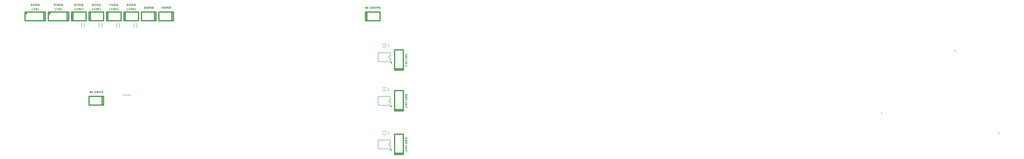
<source format=gbo>
G04 EAGLE Gerber RS-274X export*
G75*
%MOMM*%
%FSLAX34Y34*%
%LPD*%
%INSilkscreen Bottom*%
%IPPOS*%
%AMOC8*
5,1,8,0,0,1.08239X$1,22.5*%
G01*
%ADD10C,0.508000*%
%ADD11C,0.203200*%
%ADD12C,0.127000*%

G36*
X830504Y846154D02*
X830504Y846154D01*
X830507Y846151D01*
X831207Y846251D01*
X831212Y846256D01*
X831216Y846253D01*
X831816Y846453D01*
X831819Y846458D01*
X831822Y846456D01*
X832422Y846756D01*
X832424Y846760D01*
X832427Y846759D01*
X833027Y847159D01*
X833030Y847166D01*
X833035Y847165D01*
X833535Y847665D01*
X833535Y847669D01*
X833538Y847669D01*
X833938Y848169D01*
X833939Y848173D01*
X833941Y848173D01*
X834341Y848773D01*
X834340Y848782D01*
X834347Y848784D01*
X834747Y849984D01*
X834745Y849991D01*
X834749Y849993D01*
X834849Y850693D01*
X834846Y850698D01*
X834849Y850700D01*
X834849Y851400D01*
X834846Y851404D01*
X834849Y851407D01*
X834749Y852107D01*
X834744Y852112D01*
X834747Y852116D01*
X834347Y853316D01*
X834339Y853321D01*
X834341Y853327D01*
X833941Y853927D01*
X833938Y853928D01*
X833938Y853931D01*
X833538Y854431D01*
X833534Y854432D01*
X833535Y854435D01*
X833035Y854935D01*
X833028Y854936D01*
X833027Y854941D01*
X832427Y855341D01*
X832423Y855341D01*
X832422Y855344D01*
X831822Y855644D01*
X831817Y855643D01*
X831816Y855647D01*
X831216Y855847D01*
X831209Y855845D01*
X831207Y855849D01*
X830507Y855949D01*
X830502Y855946D01*
X830500Y855949D01*
X829400Y855949D01*
X829391Y855942D01*
X829384Y855947D01*
X828184Y855547D01*
X828181Y855542D01*
X828178Y855544D01*
X827578Y855244D01*
X827574Y855237D01*
X827568Y855238D01*
X826969Y854738D01*
X826469Y854338D01*
X826467Y854328D01*
X826459Y854327D01*
X826059Y853727D01*
X826059Y853723D01*
X826056Y853722D01*
X825756Y853122D01*
X825757Y853117D01*
X825753Y853116D01*
X825353Y851916D01*
X825357Y851905D01*
X825351Y851900D01*
X825351Y850500D01*
X825354Y850496D01*
X825351Y850493D01*
X825451Y849793D01*
X825456Y849788D01*
X825453Y849784D01*
X825653Y849184D01*
X825658Y849181D01*
X825656Y849178D01*
X825956Y848578D01*
X825960Y848576D01*
X825959Y848573D01*
X826359Y847973D01*
X826362Y847972D01*
X826362Y847969D01*
X826762Y847469D01*
X826769Y847467D01*
X826768Y847462D01*
X827368Y846962D01*
X827374Y846962D01*
X827375Y846958D01*
X827875Y846658D01*
X827878Y846658D01*
X827878Y846656D01*
X828478Y846356D01*
X828485Y846357D01*
X828486Y846353D01*
X829186Y846153D01*
X829196Y846156D01*
X829200Y846151D01*
X830500Y846151D01*
X830504Y846154D01*
G37*
G36*
X755705Y846154D02*
X755705Y846154D01*
X755708Y846151D01*
X756308Y846251D01*
X756311Y846255D01*
X756314Y846253D01*
X757014Y846453D01*
X757018Y846458D01*
X757022Y846456D01*
X757622Y846756D01*
X757625Y846763D01*
X757631Y846762D01*
X758131Y847162D01*
X758132Y847166D01*
X758135Y847165D01*
X759135Y848165D01*
X759136Y848177D01*
X759144Y848178D01*
X759744Y849378D01*
X759743Y849384D01*
X759748Y849388D01*
X759746Y849390D01*
X759749Y849392D01*
X759849Y849992D01*
X759848Y849993D01*
X759849Y849993D01*
X759949Y850693D01*
X759946Y850698D01*
X759949Y850700D01*
X759949Y851400D01*
X759946Y851404D01*
X759949Y851407D01*
X759849Y852107D01*
X759848Y852108D01*
X759849Y852108D01*
X759749Y852708D01*
X759741Y852715D01*
X759744Y852722D01*
X759144Y853922D01*
X759137Y853925D01*
X759138Y853931D01*
X758738Y854431D01*
X758731Y854433D01*
X758732Y854438D01*
X758132Y854938D01*
X758131Y854938D01*
X757631Y855338D01*
X757623Y855339D01*
X757622Y855344D01*
X757022Y855644D01*
X757017Y855643D01*
X757016Y855647D01*
X756416Y855847D01*
X756409Y855845D01*
X756407Y855849D01*
X755707Y855949D01*
X755702Y855946D01*
X755700Y855949D01*
X754600Y855949D01*
X754592Y855943D01*
X754586Y855947D01*
X753886Y855747D01*
X753885Y855746D01*
X753884Y855747D01*
X753284Y855547D01*
X753281Y855542D01*
X753278Y855544D01*
X752678Y855244D01*
X752673Y855234D01*
X752665Y855235D01*
X752167Y854737D01*
X751669Y854338D01*
X751667Y854328D01*
X751659Y854327D01*
X750859Y853127D01*
X750860Y853118D01*
X750853Y853116D01*
X750653Y852516D01*
X750655Y852510D01*
X750651Y852508D01*
X750551Y851908D01*
X750552Y851907D01*
X750551Y851907D01*
X750451Y851207D01*
X750456Y851198D01*
X750451Y851193D01*
X750651Y849793D01*
X750656Y849788D01*
X750653Y849784D01*
X750853Y849184D01*
X750858Y849181D01*
X750856Y849178D01*
X751456Y847978D01*
X751466Y847973D01*
X751465Y847965D01*
X752465Y846965D01*
X752477Y846964D01*
X752478Y846956D01*
X753678Y846356D01*
X753683Y846357D01*
X753684Y846353D01*
X754284Y846153D01*
X754295Y846157D01*
X754300Y846151D01*
X755700Y846151D01*
X755705Y846154D01*
G37*
G36*
X1742304Y846154D02*
X1742304Y846154D01*
X1742306Y846151D01*
X1743106Y846251D01*
X1743119Y846264D01*
X1743130Y846261D01*
X1743530Y846561D01*
X1743534Y846577D01*
X1743539Y846581D01*
X1743536Y846585D01*
X1743537Y846587D01*
X1743549Y846593D01*
X1743649Y847293D01*
X1743646Y847298D01*
X1743649Y847300D01*
X1743649Y854800D01*
X1743642Y854809D01*
X1743647Y854816D01*
X1743447Y855416D01*
X1743427Y855429D01*
X1743425Y855442D01*
X1742925Y855742D01*
X1742907Y855740D01*
X1742900Y855749D01*
X1739700Y855749D01*
X1739696Y855746D01*
X1739693Y855749D01*
X1738993Y855649D01*
X1738988Y855644D01*
X1738984Y855647D01*
X1738384Y855447D01*
X1738381Y855442D01*
X1738378Y855444D01*
X1737178Y854844D01*
X1737173Y854834D01*
X1737165Y854835D01*
X1736165Y853835D01*
X1736164Y853823D01*
X1736156Y853822D01*
X1735857Y853223D01*
X1735558Y852725D01*
X1735559Y852718D01*
X1735553Y852714D01*
X1735554Y852714D01*
X1735553Y852714D01*
X1735539Y852665D01*
X1735525Y852616D01*
X1735483Y852468D01*
X1735440Y852320D01*
X1735426Y852271D01*
X1735384Y852123D01*
X1735353Y852014D01*
X1735355Y852009D01*
X1735351Y852007D01*
X1735251Y851307D01*
X1735254Y851302D01*
X1735251Y851300D01*
X1735251Y850600D01*
X1735254Y850596D01*
X1735251Y850593D01*
X1735351Y849893D01*
X1735356Y849888D01*
X1735353Y849884D01*
X1735753Y848684D01*
X1735761Y848679D01*
X1735759Y848673D01*
X1736159Y848073D01*
X1736166Y848070D01*
X1736165Y848065D01*
X1737165Y847065D01*
X1737174Y847064D01*
X1737175Y847058D01*
X1737675Y846758D01*
X1737678Y846758D01*
X1737678Y846756D01*
X1738278Y846456D01*
X1738285Y846457D01*
X1738286Y846453D01*
X1738986Y846253D01*
X1738990Y846254D01*
X1738992Y846251D01*
X1739592Y846151D01*
X1739597Y846154D01*
X1739600Y846151D01*
X1742300Y846151D01*
X1742304Y846154D01*
G37*
G36*
X693204Y858854D02*
X693204Y858854D01*
X693207Y858851D01*
X693907Y858951D01*
X693919Y858964D01*
X693930Y858961D01*
X694330Y859261D01*
X694334Y859277D01*
X694339Y859281D01*
X694336Y859285D01*
X694337Y859287D01*
X694349Y859293D01*
X694449Y859993D01*
X694446Y859998D01*
X694449Y860000D01*
X694449Y867500D01*
X694442Y867509D01*
X694447Y867516D01*
X694247Y868116D01*
X694227Y868129D01*
X694225Y868142D01*
X693725Y868442D01*
X693707Y868440D01*
X693700Y868449D01*
X690500Y868449D01*
X690496Y868446D01*
X690493Y868449D01*
X689793Y868349D01*
X689788Y868344D01*
X689784Y868347D01*
X689184Y868147D01*
X689181Y868142D01*
X689178Y868144D01*
X687978Y867544D01*
X687973Y867534D01*
X687965Y867535D01*
X686965Y866535D01*
X686964Y866523D01*
X686956Y866522D01*
X686657Y865923D01*
X686358Y865425D01*
X686359Y865418D01*
X686353Y865414D01*
X686354Y865414D01*
X686353Y865414D01*
X686339Y865365D01*
X686325Y865316D01*
X686283Y865168D01*
X686240Y865020D01*
X686226Y864971D01*
X686184Y864823D01*
X686153Y864714D01*
X686155Y864709D01*
X686151Y864707D01*
X686051Y864007D01*
X686054Y864002D01*
X686051Y864000D01*
X686051Y863300D01*
X686054Y863296D01*
X686051Y863293D01*
X686151Y862593D01*
X686156Y862588D01*
X686153Y862584D01*
X686353Y861984D01*
X686358Y861981D01*
X686356Y861978D01*
X686956Y860778D01*
X686966Y860773D01*
X686965Y860765D01*
X687965Y859765D01*
X687974Y859764D01*
X687975Y859758D01*
X688475Y859458D01*
X688478Y859458D01*
X688478Y859456D01*
X689078Y859156D01*
X689085Y859157D01*
X689086Y859153D01*
X689786Y858953D01*
X689790Y858954D01*
X689792Y858951D01*
X690392Y858851D01*
X690397Y858854D01*
X690400Y858851D01*
X693200Y858851D01*
X693204Y858854D01*
G37*
G36*
X464604Y858854D02*
X464604Y858854D01*
X464607Y858851D01*
X465307Y858951D01*
X465319Y858964D01*
X465330Y858961D01*
X465730Y859261D01*
X465734Y859277D01*
X465739Y859281D01*
X465736Y859285D01*
X465737Y859287D01*
X465749Y859293D01*
X465849Y859993D01*
X465846Y859998D01*
X465849Y860000D01*
X465849Y867500D01*
X465842Y867509D01*
X465847Y867516D01*
X465647Y868116D01*
X465627Y868129D01*
X465625Y868142D01*
X465125Y868442D01*
X465107Y868440D01*
X465100Y868449D01*
X461900Y868449D01*
X461896Y868446D01*
X461893Y868449D01*
X461193Y868349D01*
X461188Y868344D01*
X461184Y868347D01*
X460584Y868147D01*
X460581Y868142D01*
X460578Y868144D01*
X459378Y867544D01*
X459373Y867534D01*
X459365Y867535D01*
X458365Y866535D01*
X458364Y866523D01*
X458356Y866522D01*
X458057Y865923D01*
X457758Y865425D01*
X457759Y865418D01*
X457753Y865414D01*
X457754Y865414D01*
X457753Y865414D01*
X457739Y865365D01*
X457725Y865316D01*
X457683Y865168D01*
X457640Y865020D01*
X457626Y864971D01*
X457584Y864823D01*
X457553Y864714D01*
X457555Y864709D01*
X457551Y864707D01*
X457451Y864007D01*
X457454Y864002D01*
X457451Y864000D01*
X457451Y863300D01*
X457454Y863296D01*
X457451Y863293D01*
X457551Y862593D01*
X457556Y862588D01*
X457553Y862584D01*
X457753Y861984D01*
X457758Y861981D01*
X457756Y861978D01*
X458356Y860778D01*
X458366Y860773D01*
X458365Y860765D01*
X459365Y859765D01*
X459374Y859764D01*
X459375Y859758D01*
X459875Y859458D01*
X459878Y859458D01*
X459878Y859456D01*
X460478Y859156D01*
X460485Y859157D01*
X460486Y859153D01*
X461186Y858953D01*
X461190Y858954D01*
X461192Y858951D01*
X461792Y858851D01*
X461797Y858854D01*
X461800Y858851D01*
X464600Y858851D01*
X464604Y858854D01*
G37*
G36*
X540904Y477854D02*
X540904Y477854D01*
X540907Y477851D01*
X541607Y477951D01*
X541619Y477964D01*
X541630Y477961D01*
X542030Y478261D01*
X542034Y478277D01*
X542039Y478281D01*
X542036Y478285D01*
X542037Y478287D01*
X542049Y478293D01*
X542149Y478993D01*
X542146Y478998D01*
X542149Y479000D01*
X542149Y486500D01*
X542142Y486509D01*
X542147Y486516D01*
X541947Y487116D01*
X541927Y487129D01*
X541925Y487142D01*
X541425Y487442D01*
X541407Y487440D01*
X541400Y487449D01*
X538200Y487449D01*
X538196Y487446D01*
X538193Y487449D01*
X537493Y487349D01*
X537488Y487344D01*
X537484Y487347D01*
X536884Y487147D01*
X536881Y487142D01*
X536878Y487144D01*
X535678Y486544D01*
X535673Y486534D01*
X535665Y486535D01*
X534665Y485535D01*
X534664Y485523D01*
X534656Y485522D01*
X534357Y484923D01*
X534058Y484425D01*
X534059Y484418D01*
X534053Y484414D01*
X534039Y484365D01*
X533997Y484217D01*
X533954Y484070D01*
X533940Y484020D01*
X533898Y483873D01*
X533856Y483725D01*
X533853Y483714D01*
X533855Y483709D01*
X533851Y483707D01*
X533751Y483007D01*
X533754Y483002D01*
X533751Y483000D01*
X533751Y482300D01*
X533754Y482296D01*
X533751Y482293D01*
X533851Y481593D01*
X533856Y481588D01*
X533853Y481584D01*
X534053Y480984D01*
X534058Y480981D01*
X534056Y480978D01*
X534656Y479778D01*
X534666Y479773D01*
X534665Y479765D01*
X535665Y478765D01*
X535674Y478764D01*
X535675Y478758D01*
X536175Y478458D01*
X536178Y478458D01*
X536178Y478456D01*
X536778Y478156D01*
X536785Y478157D01*
X536786Y478153D01*
X537486Y477953D01*
X537490Y477954D01*
X537492Y477951D01*
X538092Y477851D01*
X538097Y477854D01*
X538100Y477851D01*
X540900Y477851D01*
X540904Y477854D01*
G37*
G36*
X615604Y858854D02*
X615604Y858854D01*
X615606Y858851D01*
X616406Y858951D01*
X616422Y858967D01*
X616435Y858965D01*
X616735Y859265D01*
X616736Y859277D01*
X616741Y859281D01*
X616738Y859286D01*
X616738Y859287D01*
X616749Y859293D01*
X616849Y859993D01*
X616846Y859998D01*
X616849Y860000D01*
X616849Y867500D01*
X616846Y867505D01*
X616849Y867508D01*
X616749Y868108D01*
X616727Y868129D01*
X616725Y868142D01*
X616225Y868442D01*
X616207Y868440D01*
X616200Y868449D01*
X612900Y868449D01*
X612895Y868446D01*
X612892Y868449D01*
X612292Y868349D01*
X612289Y868345D01*
X612286Y868347D01*
X611586Y868147D01*
X611582Y868142D01*
X611578Y868144D01*
X610978Y867844D01*
X610977Y867841D01*
X610975Y867842D01*
X610475Y867542D01*
X610473Y867537D01*
X610468Y867538D01*
X609868Y867038D01*
X609867Y867031D01*
X609862Y867031D01*
X609462Y866531D01*
X609461Y866527D01*
X609459Y866527D01*
X609059Y865927D01*
X609059Y865926D01*
X609058Y865925D01*
X608758Y865425D01*
X608759Y865418D01*
X608753Y865414D01*
X608754Y865414D01*
X608753Y865414D01*
X608739Y865365D01*
X608725Y865316D01*
X608683Y865168D01*
X608640Y865020D01*
X608626Y864971D01*
X608584Y864823D01*
X608553Y864714D01*
X608556Y864704D01*
X608551Y864700D01*
X608551Y863300D01*
X608554Y863296D01*
X608551Y863293D01*
X608651Y862593D01*
X608652Y862592D01*
X608651Y862592D01*
X608751Y861992D01*
X608759Y861985D01*
X608756Y861978D01*
X609056Y861378D01*
X609060Y861376D01*
X609059Y861373D01*
X609459Y860773D01*
X609462Y860772D01*
X609462Y860769D01*
X609862Y860269D01*
X609866Y860268D01*
X609865Y860265D01*
X610365Y859765D01*
X610377Y859764D01*
X610378Y859756D01*
X611578Y859156D01*
X611583Y859157D01*
X611584Y859153D01*
X612184Y858953D01*
X612191Y858955D01*
X612193Y858951D01*
X612893Y858851D01*
X612898Y858854D01*
X612900Y858851D01*
X615600Y858851D01*
X615604Y858854D01*
G37*
G36*
X273604Y858854D02*
X273604Y858854D01*
X273606Y858851D01*
X274406Y858951D01*
X274422Y858967D01*
X274435Y858965D01*
X274735Y859265D01*
X274736Y859277D01*
X274741Y859281D01*
X274738Y859286D01*
X274738Y859287D01*
X274749Y859293D01*
X274849Y859993D01*
X274846Y859998D01*
X274849Y860000D01*
X274849Y867500D01*
X274846Y867505D01*
X274849Y867508D01*
X274749Y868108D01*
X274727Y868129D01*
X274725Y868142D01*
X274225Y868442D01*
X274207Y868440D01*
X274200Y868449D01*
X271000Y868449D01*
X270996Y868446D01*
X270993Y868449D01*
X270293Y868349D01*
X270288Y868344D01*
X270284Y868347D01*
X269684Y868147D01*
X269681Y868142D01*
X269678Y868144D01*
X268478Y867544D01*
X268474Y867537D01*
X268468Y867538D01*
X267868Y867038D01*
X267867Y867031D01*
X267862Y867031D01*
X267462Y866531D01*
X267461Y866527D01*
X267459Y866527D01*
X267059Y865927D01*
X267059Y865926D01*
X267058Y865925D01*
X266758Y865425D01*
X266759Y865418D01*
X266753Y865414D01*
X266757Y865410D01*
X266751Y865407D01*
X266551Y864007D01*
X266554Y864002D01*
X266551Y864000D01*
X266551Y863300D01*
X266554Y863296D01*
X266551Y863293D01*
X266651Y862593D01*
X266652Y862592D01*
X266651Y862592D01*
X266751Y861992D01*
X266759Y861985D01*
X266756Y861978D01*
X267056Y861378D01*
X267060Y861376D01*
X267059Y861373D01*
X267459Y860773D01*
X267462Y860772D01*
X267462Y860769D01*
X267862Y860269D01*
X267866Y860268D01*
X267865Y860265D01*
X268365Y859765D01*
X268377Y859764D01*
X268378Y859756D01*
X269578Y859156D01*
X269583Y859157D01*
X269584Y859153D01*
X270184Y858953D01*
X270191Y858955D01*
X270193Y858951D01*
X270893Y858851D01*
X270898Y858854D01*
X270900Y858851D01*
X273600Y858851D01*
X273604Y858854D01*
G37*
G36*
X540804Y858854D02*
X540804Y858854D01*
X540806Y858851D01*
X541606Y858951D01*
X541619Y858964D01*
X541630Y858961D01*
X542030Y859261D01*
X542034Y859277D01*
X542039Y859281D01*
X542036Y859285D01*
X542039Y859292D01*
X542049Y859300D01*
X542049Y867500D01*
X542046Y867505D01*
X542049Y867508D01*
X541949Y868108D01*
X541927Y868129D01*
X541925Y868142D01*
X541425Y868442D01*
X541407Y868440D01*
X541400Y868449D01*
X538200Y868449D01*
X538196Y868446D01*
X538193Y868449D01*
X537493Y868349D01*
X537488Y868344D01*
X537484Y868347D01*
X536884Y868147D01*
X536881Y868142D01*
X536878Y868144D01*
X535678Y867544D01*
X535673Y867534D01*
X535665Y867535D01*
X534665Y866535D01*
X534664Y866528D01*
X534659Y866527D01*
X534259Y865927D01*
X534260Y865920D01*
X534254Y865918D01*
X534054Y865418D01*
X534055Y865416D01*
X534053Y865414D01*
X534039Y865365D01*
X534025Y865316D01*
X533983Y865168D01*
X533940Y865020D01*
X533926Y864971D01*
X533884Y864823D01*
X533853Y864714D01*
X533855Y864709D01*
X533851Y864707D01*
X533751Y864007D01*
X533754Y864002D01*
X533751Y864000D01*
X533751Y863300D01*
X533754Y863296D01*
X533751Y863293D01*
X533851Y862593D01*
X533856Y862588D01*
X533853Y862584D01*
X534253Y861384D01*
X534261Y861379D01*
X534259Y861373D01*
X534659Y860773D01*
X534662Y860772D01*
X534662Y860769D01*
X535062Y860269D01*
X535069Y860267D01*
X535068Y860262D01*
X535668Y859762D01*
X535674Y859762D01*
X535675Y859758D01*
X536175Y859458D01*
X536178Y859458D01*
X536178Y859456D01*
X536778Y859156D01*
X536783Y859157D01*
X536784Y859153D01*
X537384Y858953D01*
X537391Y858955D01*
X537393Y858951D01*
X538093Y858851D01*
X538098Y858854D01*
X538100Y858851D01*
X540800Y858851D01*
X540804Y858854D01*
G37*
G36*
X375504Y858854D02*
X375504Y858854D01*
X375506Y858851D01*
X376306Y858951D01*
X376322Y858967D01*
X376335Y858965D01*
X376635Y859265D01*
X376636Y859277D01*
X376641Y859281D01*
X376638Y859286D01*
X376638Y859287D01*
X376649Y859293D01*
X376749Y859993D01*
X376746Y859998D01*
X376749Y860000D01*
X376749Y867500D01*
X376746Y867505D01*
X376749Y867508D01*
X376649Y868108D01*
X376627Y868129D01*
X376625Y868142D01*
X376125Y868442D01*
X376107Y868440D01*
X376100Y868449D01*
X372900Y868449D01*
X372896Y868446D01*
X372893Y868449D01*
X372193Y868349D01*
X372188Y868344D01*
X372184Y868347D01*
X371584Y868147D01*
X371581Y868142D01*
X371578Y868144D01*
X370378Y867544D01*
X370373Y867534D01*
X370365Y867535D01*
X369365Y866535D01*
X369364Y866528D01*
X369359Y866527D01*
X368959Y865927D01*
X368960Y865920D01*
X368954Y865918D01*
X368754Y865418D01*
X368755Y865416D01*
X368753Y865414D01*
X368739Y865365D01*
X368725Y865316D01*
X368683Y865168D01*
X368640Y865020D01*
X368626Y864971D01*
X368584Y864823D01*
X368553Y864714D01*
X368555Y864709D01*
X368551Y864707D01*
X368451Y864007D01*
X368454Y864002D01*
X368451Y864000D01*
X368451Y863300D01*
X368454Y863296D01*
X368451Y863293D01*
X368551Y862593D01*
X368556Y862588D01*
X368553Y862584D01*
X368953Y861384D01*
X368961Y861379D01*
X368959Y861373D01*
X369359Y860773D01*
X369362Y860772D01*
X369362Y860769D01*
X369762Y860269D01*
X369766Y860268D01*
X369765Y860265D01*
X370265Y859765D01*
X370277Y859764D01*
X370278Y859756D01*
X371478Y859156D01*
X371483Y859157D01*
X371484Y859153D01*
X372084Y858953D01*
X372091Y858955D01*
X372093Y858951D01*
X372793Y858851D01*
X372798Y858854D01*
X372800Y858851D01*
X375500Y858851D01*
X375504Y858854D01*
G37*
G36*
X745709Y846158D02*
X745709Y846158D01*
X745716Y846153D01*
X746316Y846353D01*
X746321Y846361D01*
X746327Y846359D01*
X746927Y846759D01*
X746928Y846762D01*
X746931Y846762D01*
X747431Y847162D01*
X747433Y847169D01*
X747438Y847169D01*
X747838Y847669D01*
X747839Y847679D01*
X747845Y847681D01*
X748145Y848381D01*
X748145Y848384D01*
X748147Y848384D01*
X748347Y848984D01*
X748345Y848990D01*
X748349Y848992D01*
X748449Y849592D01*
X748448Y849593D01*
X748449Y849593D01*
X748549Y850293D01*
X748546Y850298D01*
X748549Y850300D01*
X748549Y851800D01*
X748546Y851804D01*
X748549Y851807D01*
X748449Y852507D01*
X748444Y852512D01*
X748447Y852516D01*
X748247Y853115D01*
X748047Y853814D01*
X748042Y853818D01*
X748044Y853822D01*
X747744Y854422D01*
X747741Y854423D01*
X747742Y854425D01*
X747442Y854925D01*
X747439Y854927D01*
X747439Y854930D01*
X747139Y855330D01*
X747124Y855334D01*
X747122Y855344D01*
X745922Y855944D01*
X745912Y855942D01*
X745908Y855949D01*
X745308Y856049D01*
X745303Y856046D01*
X745300Y856049D01*
X744500Y856049D01*
X744495Y856046D01*
X744492Y856049D01*
X743892Y855949D01*
X743888Y855944D01*
X743884Y855947D01*
X743284Y855747D01*
X743277Y855736D01*
X743268Y855738D01*
X742669Y855238D01*
X742169Y854838D01*
X742166Y854824D01*
X742156Y854822D01*
X741556Y853622D01*
X741558Y853611D01*
X741551Y853607D01*
X741456Y852938D01*
X741410Y852948D01*
X741409Y852947D01*
X741400Y852947D01*
X741386Y852937D01*
X741357Y852923D01*
X741359Y852917D01*
X741352Y852911D01*
X741354Y852909D01*
X741351Y852907D01*
X741251Y852207D01*
X741254Y852202D01*
X741251Y852200D01*
X741251Y851603D01*
X741151Y850806D01*
X741156Y850798D01*
X741151Y850793D01*
X741351Y849393D01*
X741355Y849389D01*
X741353Y849386D01*
X741553Y848686D01*
X741554Y848685D01*
X741553Y848684D01*
X741753Y848084D01*
X741760Y848080D01*
X741758Y848075D01*
X742058Y847575D01*
X742062Y847573D01*
X742062Y847569D01*
X742462Y847069D01*
X742469Y847067D01*
X742469Y847062D01*
X742969Y846662D01*
X742977Y846661D01*
X742978Y846656D01*
X743578Y846356D01*
X743583Y846357D01*
X743584Y846353D01*
X744184Y846153D01*
X744195Y846157D01*
X744200Y846151D01*
X745700Y846151D01*
X745709Y846158D01*
G37*
G36*
X689909Y839808D02*
X689909Y839808D01*
X689916Y839803D01*
X690516Y840003D01*
X690521Y840011D01*
X690527Y840009D01*
X691127Y840409D01*
X691128Y840412D01*
X691131Y840412D01*
X691631Y840812D01*
X691633Y840819D01*
X691638Y840819D01*
X692038Y841319D01*
X692039Y841329D01*
X692045Y841331D01*
X692345Y842031D01*
X692345Y842034D01*
X692347Y842034D01*
X692547Y842634D01*
X692545Y842640D01*
X692549Y842642D01*
X692649Y843242D01*
X692648Y843243D01*
X692649Y843243D01*
X692749Y843943D01*
X692746Y843948D01*
X692749Y843950D01*
X692749Y845450D01*
X692746Y845454D01*
X692749Y845457D01*
X692649Y846157D01*
X692648Y846158D01*
X692649Y846158D01*
X692549Y846758D01*
X692542Y846764D01*
X692545Y846769D01*
X692246Y847468D01*
X692047Y848066D01*
X692036Y848073D01*
X692038Y848081D01*
X691642Y848577D01*
X691444Y848972D01*
X691424Y848982D01*
X691422Y848994D01*
X690222Y849594D01*
X690211Y849592D01*
X690207Y849599D01*
X689507Y849699D01*
X689502Y849696D01*
X689500Y849699D01*
X688800Y849699D01*
X688796Y849696D01*
X688793Y849699D01*
X688093Y849599D01*
X688088Y849594D01*
X688084Y849597D01*
X687484Y849397D01*
X687477Y849386D01*
X687468Y849388D01*
X686868Y848888D01*
X686868Y848884D01*
X686865Y848885D01*
X686465Y848485D01*
X686464Y848478D01*
X686459Y848477D01*
X686059Y847877D01*
X686060Y847868D01*
X686053Y847866D01*
X685853Y847266D01*
X685854Y847264D01*
X685853Y847264D01*
X685849Y847251D01*
X685807Y847103D01*
X685793Y847054D01*
X685751Y846906D01*
X685708Y846758D01*
X685694Y846709D01*
X685653Y846564D01*
X685652Y846561D01*
X685610Y846414D01*
X685596Y846364D01*
X685554Y846217D01*
X685511Y846069D01*
X685497Y846020D01*
X685455Y845872D01*
X685453Y845864D01*
X685456Y845854D01*
X685451Y845850D01*
X685451Y843750D01*
X685454Y843746D01*
X685451Y843743D01*
X685551Y843043D01*
X685555Y843039D01*
X685553Y843036D01*
X685753Y842336D01*
X685754Y842335D01*
X685753Y842334D01*
X685953Y841734D01*
X685960Y841730D01*
X685958Y841725D01*
X686258Y841225D01*
X686262Y841223D01*
X686262Y841219D01*
X686662Y840719D01*
X686669Y840717D01*
X686669Y840712D01*
X687169Y840312D01*
X687177Y840311D01*
X687178Y840306D01*
X687778Y840006D01*
X687785Y840007D01*
X687786Y840003D01*
X688486Y839803D01*
X688496Y839806D01*
X688500Y839801D01*
X689900Y839801D01*
X689909Y839808D01*
G37*
G36*
X613709Y839808D02*
X613709Y839808D01*
X613716Y839803D01*
X614316Y840003D01*
X614321Y840011D01*
X614327Y840009D01*
X614927Y840409D01*
X614928Y840412D01*
X614931Y840412D01*
X615431Y840812D01*
X615433Y840819D01*
X615438Y840819D01*
X615838Y841319D01*
X615839Y841329D01*
X615845Y841331D01*
X616145Y842031D01*
X616145Y842034D01*
X616147Y842034D01*
X616347Y842634D01*
X616345Y842640D01*
X616349Y842642D01*
X616449Y843242D01*
X616448Y843243D01*
X616449Y843243D01*
X616549Y843943D01*
X616546Y843948D01*
X616549Y843950D01*
X616549Y845450D01*
X616546Y845454D01*
X616549Y845457D01*
X616449Y846157D01*
X616448Y846158D01*
X616449Y846158D01*
X616349Y846758D01*
X616342Y846764D01*
X616345Y846769D01*
X616046Y847468D01*
X615847Y848066D01*
X615836Y848073D01*
X615838Y848081D01*
X615442Y848577D01*
X615244Y848972D01*
X615224Y848982D01*
X615222Y848994D01*
X614022Y849594D01*
X614011Y849592D01*
X614007Y849599D01*
X613307Y849699D01*
X613302Y849696D01*
X613300Y849699D01*
X612600Y849699D01*
X612596Y849696D01*
X612593Y849699D01*
X611893Y849599D01*
X611888Y849594D01*
X611884Y849597D01*
X611284Y849397D01*
X611277Y849386D01*
X611268Y849388D01*
X610668Y848888D01*
X610668Y848884D01*
X610665Y848885D01*
X610265Y848485D01*
X610264Y848478D01*
X610259Y848477D01*
X609859Y847877D01*
X609860Y847868D01*
X609853Y847866D01*
X609653Y847266D01*
X609654Y847264D01*
X609653Y847264D01*
X609649Y847251D01*
X609607Y847103D01*
X609593Y847054D01*
X609551Y846906D01*
X609508Y846758D01*
X609494Y846709D01*
X609453Y846564D01*
X609452Y846561D01*
X609410Y846414D01*
X609396Y846364D01*
X609354Y846217D01*
X609311Y846069D01*
X609297Y846020D01*
X609255Y845872D01*
X609253Y845864D01*
X609256Y845854D01*
X609251Y845850D01*
X609251Y843750D01*
X609254Y843746D01*
X609251Y843743D01*
X609351Y843043D01*
X609355Y843039D01*
X609353Y843036D01*
X609553Y842336D01*
X609554Y842335D01*
X609553Y842334D01*
X609753Y841734D01*
X609760Y841730D01*
X609758Y841725D01*
X610058Y841225D01*
X610062Y841223D01*
X610062Y841219D01*
X610462Y840719D01*
X610469Y840717D01*
X610469Y840712D01*
X610969Y840312D01*
X610977Y840311D01*
X610978Y840306D01*
X611578Y840006D01*
X611585Y840007D01*
X611586Y840003D01*
X612286Y839803D01*
X612296Y839806D01*
X612300Y839801D01*
X613700Y839801D01*
X613709Y839808D01*
G37*
G36*
X537509Y839808D02*
X537509Y839808D01*
X537516Y839803D01*
X538116Y840003D01*
X538121Y840011D01*
X538127Y840009D01*
X538727Y840409D01*
X538728Y840412D01*
X538731Y840412D01*
X539231Y840812D01*
X539233Y840819D01*
X539238Y840819D01*
X539638Y841319D01*
X539639Y841329D01*
X539645Y841331D01*
X539945Y842031D01*
X539945Y842034D01*
X539947Y842034D01*
X540147Y842634D01*
X540145Y842640D01*
X540149Y842642D01*
X540249Y843242D01*
X540248Y843243D01*
X540249Y843243D01*
X540349Y843943D01*
X540346Y843948D01*
X540349Y843950D01*
X540349Y845450D01*
X540346Y845454D01*
X540349Y845457D01*
X540249Y846157D01*
X540248Y846158D01*
X540249Y846158D01*
X540149Y846758D01*
X540142Y846764D01*
X540145Y846769D01*
X539846Y847468D01*
X539647Y848066D01*
X539636Y848073D01*
X539638Y848081D01*
X539242Y848577D01*
X539044Y848972D01*
X539024Y848982D01*
X539022Y848994D01*
X537822Y849594D01*
X537811Y849592D01*
X537807Y849599D01*
X537107Y849699D01*
X537102Y849696D01*
X537100Y849699D01*
X536400Y849699D01*
X536396Y849696D01*
X536393Y849699D01*
X535693Y849599D01*
X535688Y849594D01*
X535684Y849597D01*
X535084Y849397D01*
X535077Y849386D01*
X535068Y849388D01*
X534468Y848888D01*
X534468Y848884D01*
X534465Y848885D01*
X534065Y848485D01*
X534064Y848478D01*
X534059Y848477D01*
X533659Y847877D01*
X533660Y847868D01*
X533653Y847866D01*
X533453Y847266D01*
X533454Y847264D01*
X533453Y847264D01*
X533449Y847251D01*
X533407Y847103D01*
X533393Y847054D01*
X533351Y846906D01*
X533308Y846758D01*
X533294Y846709D01*
X533253Y846564D01*
X533252Y846561D01*
X533210Y846414D01*
X533196Y846364D01*
X533154Y846217D01*
X533111Y846069D01*
X533097Y846020D01*
X533055Y845872D01*
X533053Y845864D01*
X533056Y845854D01*
X533051Y845850D01*
X533051Y843750D01*
X533054Y843746D01*
X533051Y843743D01*
X533151Y843043D01*
X533155Y843039D01*
X533153Y843036D01*
X533353Y842336D01*
X533354Y842335D01*
X533353Y842334D01*
X533553Y841734D01*
X533560Y841730D01*
X533558Y841725D01*
X533858Y841225D01*
X533862Y841223D01*
X533862Y841219D01*
X534262Y840719D01*
X534269Y840717D01*
X534269Y840712D01*
X534769Y840312D01*
X534777Y840311D01*
X534778Y840306D01*
X535378Y840006D01*
X535385Y840007D01*
X535386Y840003D01*
X536086Y839803D01*
X536096Y839806D01*
X536100Y839801D01*
X537500Y839801D01*
X537509Y839808D01*
G37*
G36*
X461309Y839808D02*
X461309Y839808D01*
X461316Y839803D01*
X461916Y840003D01*
X461921Y840011D01*
X461927Y840009D01*
X462527Y840409D01*
X462528Y840412D01*
X462531Y840412D01*
X463031Y840812D01*
X463033Y840819D01*
X463038Y840819D01*
X463438Y841319D01*
X463439Y841329D01*
X463445Y841331D01*
X463745Y842031D01*
X463745Y842034D01*
X463747Y842034D01*
X463947Y842634D01*
X463945Y842640D01*
X463949Y842642D01*
X464049Y843242D01*
X464048Y843243D01*
X464049Y843243D01*
X464149Y843943D01*
X464146Y843948D01*
X464149Y843950D01*
X464149Y845450D01*
X464146Y845454D01*
X464149Y845457D01*
X464049Y846157D01*
X464048Y846158D01*
X464049Y846158D01*
X463949Y846758D01*
X463942Y846764D01*
X463945Y846769D01*
X463646Y847468D01*
X463447Y848066D01*
X463436Y848073D01*
X463438Y848081D01*
X463042Y848577D01*
X462844Y848972D01*
X462824Y848982D01*
X462822Y848994D01*
X461622Y849594D01*
X461611Y849592D01*
X461607Y849599D01*
X460907Y849699D01*
X460902Y849696D01*
X460900Y849699D01*
X460200Y849699D01*
X460196Y849696D01*
X460193Y849699D01*
X459493Y849599D01*
X459488Y849594D01*
X459484Y849597D01*
X458884Y849397D01*
X458877Y849386D01*
X458868Y849388D01*
X458268Y848888D01*
X458268Y848884D01*
X458265Y848885D01*
X457865Y848485D01*
X457864Y848478D01*
X457859Y848477D01*
X457459Y847877D01*
X457460Y847868D01*
X457453Y847866D01*
X457253Y847266D01*
X457254Y847264D01*
X457253Y847264D01*
X457249Y847251D01*
X457207Y847103D01*
X457193Y847054D01*
X457151Y846906D01*
X457108Y846758D01*
X457094Y846709D01*
X457053Y846564D01*
X457052Y846561D01*
X457010Y846414D01*
X456996Y846364D01*
X456954Y846217D01*
X456911Y846069D01*
X456897Y846020D01*
X456855Y845872D01*
X456853Y845864D01*
X456856Y845854D01*
X456851Y845850D01*
X456851Y843750D01*
X456854Y843746D01*
X456851Y843743D01*
X456951Y843043D01*
X456955Y843039D01*
X456953Y843036D01*
X457153Y842336D01*
X457154Y842335D01*
X457153Y842334D01*
X457353Y841734D01*
X457360Y841730D01*
X457358Y841725D01*
X457658Y841225D01*
X457662Y841223D01*
X457662Y841219D01*
X458062Y840719D01*
X458069Y840717D01*
X458069Y840712D01*
X458569Y840312D01*
X458577Y840311D01*
X458578Y840306D01*
X459178Y840006D01*
X459185Y840007D01*
X459186Y840003D01*
X459886Y839803D01*
X459896Y839806D01*
X459900Y839801D01*
X461300Y839801D01*
X461309Y839808D01*
G37*
G36*
X671208Y858857D02*
X671208Y858857D01*
X671214Y858853D01*
X671914Y859053D01*
X671920Y859062D01*
X671927Y859059D01*
X672527Y859459D01*
X672528Y859462D01*
X672531Y859462D01*
X673031Y859862D01*
X673034Y859874D01*
X673042Y859875D01*
X673342Y860375D01*
X673342Y860380D01*
X673345Y860381D01*
X673645Y861081D01*
X673645Y861084D01*
X673647Y861084D01*
X673847Y861684D01*
X673845Y861690D01*
X673849Y861692D01*
X673949Y862292D01*
X673948Y862293D01*
X673949Y862293D01*
X674049Y862993D01*
X674046Y862998D01*
X674049Y863000D01*
X674049Y864500D01*
X674046Y864504D01*
X674049Y864507D01*
X673949Y865207D01*
X673948Y865208D01*
X673949Y865208D01*
X673849Y865808D01*
X673845Y865811D01*
X673847Y865814D01*
X673647Y866514D01*
X673642Y866518D01*
X673644Y866522D01*
X673344Y867122D01*
X673341Y867123D01*
X673342Y867125D01*
X673042Y867625D01*
X673039Y867627D01*
X673039Y867630D01*
X672739Y868030D01*
X672724Y868034D01*
X672722Y868044D01*
X671522Y868644D01*
X671511Y868642D01*
X671507Y868649D01*
X670807Y868749D01*
X670802Y868746D01*
X670800Y868749D01*
X670100Y868749D01*
X670096Y868746D01*
X670093Y868749D01*
X669393Y868649D01*
X669388Y868644D01*
X669384Y868647D01*
X668784Y868447D01*
X668775Y868433D01*
X668765Y868435D01*
X668267Y867937D01*
X667769Y867538D01*
X667767Y867528D01*
X667759Y867527D01*
X667359Y866927D01*
X667360Y866918D01*
X667353Y866916D01*
X667153Y866316D01*
X667154Y866314D01*
X667153Y866314D01*
X667149Y866301D01*
X667107Y866153D01*
X667093Y866104D01*
X667051Y865956D01*
X667008Y865808D01*
X666994Y865759D01*
X666953Y865614D01*
X666953Y865612D01*
X666952Y865611D01*
X666954Y865609D01*
X666951Y865607D01*
X666851Y864908D01*
X666751Y864308D01*
X666754Y864303D01*
X666751Y864300D01*
X666751Y863500D01*
X666754Y863496D01*
X666751Y863493D01*
X667051Y861393D01*
X667059Y861385D01*
X667056Y861378D01*
X667356Y860778D01*
X667359Y860777D01*
X667358Y860775D01*
X667658Y860275D01*
X667662Y860273D01*
X667662Y860269D01*
X668062Y859769D01*
X668069Y859767D01*
X668069Y859762D01*
X668569Y859362D01*
X668577Y859361D01*
X668578Y859356D01*
X669178Y859056D01*
X669183Y859057D01*
X669184Y859053D01*
X669784Y858853D01*
X669795Y858857D01*
X669800Y858851D01*
X671200Y858851D01*
X671208Y858857D01*
G37*
G36*
X507421Y477867D02*
X507421Y477867D01*
X507435Y477865D01*
X508035Y478465D01*
X508036Y478470D01*
X508039Y478470D01*
X511551Y483152D01*
X511551Y478600D01*
X511559Y478589D01*
X511554Y478582D01*
X511754Y478082D01*
X511780Y478066D01*
X511784Y478053D01*
X512384Y477853D01*
X512395Y477857D01*
X512400Y477851D01*
X513300Y477851D01*
X513321Y477867D01*
X513335Y477865D01*
X513735Y478265D01*
X513736Y478277D01*
X513741Y478281D01*
X513738Y478286D01*
X513749Y478292D01*
X513849Y478892D01*
X513846Y478897D01*
X513849Y478900D01*
X513849Y486300D01*
X513846Y486304D01*
X513849Y486307D01*
X513749Y487007D01*
X513730Y487025D01*
X513731Y487038D01*
X513231Y487438D01*
X513208Y487439D01*
X513200Y487449D01*
X512500Y487449D01*
X512491Y487442D01*
X512484Y487447D01*
X511884Y487247D01*
X511875Y487233D01*
X511865Y487235D01*
X511365Y486735D01*
X511364Y486729D01*
X511360Y486729D01*
X509361Y484030D01*
X507849Y482046D01*
X507849Y486600D01*
X507842Y486609D01*
X507847Y486616D01*
X507647Y487216D01*
X507620Y487234D01*
X507616Y487247D01*
X507016Y487447D01*
X507005Y487443D01*
X507000Y487449D01*
X506200Y487449D01*
X506185Y487438D01*
X506175Y487442D01*
X505675Y487142D01*
X505666Y487120D01*
X505653Y487116D01*
X505453Y486516D01*
X505457Y486505D01*
X505451Y486500D01*
X505451Y479000D01*
X505454Y478995D01*
X505451Y478992D01*
X505551Y478392D01*
X505563Y478381D01*
X505561Y478370D01*
X505861Y477970D01*
X505887Y477963D01*
X505894Y477951D01*
X506694Y477851D01*
X506698Y477853D01*
X506700Y477851D01*
X507400Y477851D01*
X507421Y477867D01*
G37*
G36*
X1708924Y846169D02*
X1708924Y846169D01*
X1708938Y846168D01*
X1709438Y846768D01*
X1709438Y846770D01*
X1709439Y846770D01*
X1713051Y851455D01*
X1713051Y846900D01*
X1713059Y846889D01*
X1713054Y846882D01*
X1713254Y846382D01*
X1713280Y846366D01*
X1713284Y846353D01*
X1713884Y846153D01*
X1713895Y846157D01*
X1713900Y846151D01*
X1714800Y846151D01*
X1714821Y846167D01*
X1714835Y846165D01*
X1715235Y846565D01*
X1715236Y846577D01*
X1715241Y846581D01*
X1715238Y846586D01*
X1715249Y846592D01*
X1715349Y847192D01*
X1715346Y847197D01*
X1715349Y847200D01*
X1715349Y854600D01*
X1715346Y854604D01*
X1715349Y854607D01*
X1715249Y855307D01*
X1715230Y855325D01*
X1715231Y855338D01*
X1714731Y855738D01*
X1714708Y855739D01*
X1714700Y855749D01*
X1714000Y855749D01*
X1713992Y855743D01*
X1713986Y855747D01*
X1713286Y855547D01*
X1713274Y855530D01*
X1713262Y855531D01*
X1712862Y855031D01*
X1712862Y855029D01*
X1712860Y855029D01*
X1710861Y852330D01*
X1709349Y850346D01*
X1709349Y854900D01*
X1709342Y854909D01*
X1709347Y854916D01*
X1709147Y855516D01*
X1709120Y855534D01*
X1709116Y855547D01*
X1708516Y855747D01*
X1708505Y855743D01*
X1708500Y855749D01*
X1707700Y855749D01*
X1707685Y855738D01*
X1707675Y855742D01*
X1707175Y855442D01*
X1707166Y855420D01*
X1707153Y855416D01*
X1706953Y854816D01*
X1706957Y854805D01*
X1706951Y854800D01*
X1706951Y847300D01*
X1706954Y847295D01*
X1706951Y847292D01*
X1707051Y846692D01*
X1707063Y846681D01*
X1707061Y846670D01*
X1707361Y846270D01*
X1707387Y846263D01*
X1707394Y846251D01*
X1708194Y846151D01*
X1708198Y846153D01*
X1708200Y846151D01*
X1708900Y846151D01*
X1708924Y846169D01*
G37*
G36*
X1889758Y267057D02*
X1889758Y267057D01*
X1889764Y267053D01*
X1890464Y267253D01*
X1890479Y267273D01*
X1890492Y267275D01*
X1890792Y267775D01*
X1890790Y267793D01*
X1890799Y267800D01*
X1890799Y273900D01*
X1890788Y273915D01*
X1890792Y273925D01*
X1890492Y274425D01*
X1890468Y274435D01*
X1890464Y274447D01*
X1889764Y274647D01*
X1889751Y274642D01*
X1889745Y274649D01*
X1888845Y274549D01*
X1888824Y274530D01*
X1888811Y274530D01*
X1888511Y274130D01*
X1888511Y274114D01*
X1888504Y274108D01*
X1888501Y274107D01*
X1888401Y273407D01*
X1888404Y273402D01*
X1888401Y273400D01*
X1888401Y270004D01*
X1888308Y269449D01*
X1887655Y269449D01*
X1887199Y269540D01*
X1887199Y272300D01*
X1887191Y272311D01*
X1887196Y272318D01*
X1886996Y272818D01*
X1886977Y272830D01*
X1886975Y272842D01*
X1886475Y273142D01*
X1886457Y273140D01*
X1886450Y273149D01*
X1885550Y273149D01*
X1885535Y273138D01*
X1885525Y273142D01*
X1885025Y272842D01*
X1885016Y272822D01*
X1885004Y272818D01*
X1884804Y272318D01*
X1884807Y272309D01*
X1884801Y272306D01*
X1884701Y271506D01*
X1884703Y271502D01*
X1884701Y271500D01*
X1884701Y269542D01*
X1884146Y269449D01*
X1883599Y269449D01*
X1883599Y273500D01*
X1883596Y273504D01*
X1883599Y273507D01*
X1883499Y274207D01*
X1883477Y274229D01*
X1883475Y274242D01*
X1882975Y274542D01*
X1882961Y274541D01*
X1882956Y274549D01*
X1882156Y274649D01*
X1882144Y274642D01*
X1882136Y274647D01*
X1881436Y274447D01*
X1881417Y274422D01*
X1881404Y274418D01*
X1881204Y273918D01*
X1881206Y273912D01*
X1881203Y273910D01*
X1881207Y273904D01*
X1881201Y273900D01*
X1881201Y267600D01*
X1881217Y267579D01*
X1881215Y267565D01*
X1881615Y267165D01*
X1881636Y267162D01*
X1881642Y267151D01*
X1882242Y267051D01*
X1882247Y267054D01*
X1882250Y267051D01*
X1889750Y267051D01*
X1889758Y267057D01*
G37*
G36*
X1889758Y636757D02*
X1889758Y636757D01*
X1889764Y636753D01*
X1890464Y636953D01*
X1890477Y636970D01*
X1890489Y636970D01*
X1890789Y637370D01*
X1890789Y637377D01*
X1890791Y637378D01*
X1890789Y637379D01*
X1890789Y637392D01*
X1890799Y637400D01*
X1890799Y643600D01*
X1890788Y643615D01*
X1890792Y643625D01*
X1890492Y644125D01*
X1890464Y644137D01*
X1890457Y644149D01*
X1889757Y644249D01*
X1889749Y644244D01*
X1889745Y644249D01*
X1888845Y644149D01*
X1888828Y644133D01*
X1888815Y644135D01*
X1888515Y643835D01*
X1888512Y643815D01*
X1888504Y643808D01*
X1888501Y643807D01*
X1888401Y643107D01*
X1888404Y643102D01*
X1888401Y643100D01*
X1888401Y639704D01*
X1888308Y639149D01*
X1887655Y639149D01*
X1887199Y639240D01*
X1887199Y641900D01*
X1887192Y641909D01*
X1887197Y641916D01*
X1886997Y642516D01*
X1886977Y642529D01*
X1886975Y642542D01*
X1886475Y642842D01*
X1886457Y642840D01*
X1886450Y642849D01*
X1885550Y642849D01*
X1885535Y642838D01*
X1885525Y642842D01*
X1885025Y642542D01*
X1885016Y642520D01*
X1885003Y642516D01*
X1884803Y641916D01*
X1884805Y641909D01*
X1884801Y641907D01*
X1884701Y641207D01*
X1884704Y641202D01*
X1884701Y641200D01*
X1884701Y639242D01*
X1884146Y639149D01*
X1883599Y639149D01*
X1883599Y643200D01*
X1883596Y643205D01*
X1883599Y643208D01*
X1883499Y643808D01*
X1883480Y643825D01*
X1883481Y643838D01*
X1882981Y644238D01*
X1882958Y644239D01*
X1882950Y644249D01*
X1882150Y644249D01*
X1882142Y644243D01*
X1882136Y644247D01*
X1881436Y644047D01*
X1881419Y644025D01*
X1881406Y644022D01*
X1881206Y643622D01*
X1881208Y643614D01*
X1881203Y643610D01*
X1881207Y643604D01*
X1881201Y643600D01*
X1881201Y637300D01*
X1881217Y637279D01*
X1881215Y637265D01*
X1881615Y636865D01*
X1881636Y636862D01*
X1881642Y636851D01*
X1882242Y636751D01*
X1882247Y636754D01*
X1882250Y636751D01*
X1889750Y636751D01*
X1889758Y636757D01*
G37*
G36*
X1889754Y457554D02*
X1889754Y457554D01*
X1889757Y457551D01*
X1890457Y457651D01*
X1890479Y457673D01*
X1890492Y457675D01*
X1890792Y458175D01*
X1890792Y458178D01*
X1890790Y458193D01*
X1890799Y458200D01*
X1890799Y464400D01*
X1890788Y464415D01*
X1890792Y464425D01*
X1890492Y464925D01*
X1890464Y464937D01*
X1890457Y464949D01*
X1889757Y465049D01*
X1889749Y465044D01*
X1889745Y465049D01*
X1888845Y464949D01*
X1888824Y464930D01*
X1888811Y464930D01*
X1888511Y464530D01*
X1888511Y464515D01*
X1888502Y464508D01*
X1888501Y464508D01*
X1888401Y463908D01*
X1888404Y463903D01*
X1888401Y463900D01*
X1888401Y460504D01*
X1888308Y459949D01*
X1887655Y459949D01*
X1887199Y460040D01*
X1887199Y462700D01*
X1887192Y462709D01*
X1887197Y462716D01*
X1886997Y463316D01*
X1886977Y463329D01*
X1886975Y463342D01*
X1886475Y463642D01*
X1886457Y463640D01*
X1886450Y463649D01*
X1885550Y463649D01*
X1885535Y463638D01*
X1885525Y463642D01*
X1885025Y463342D01*
X1885016Y463320D01*
X1885003Y463316D01*
X1884803Y462716D01*
X1884805Y462709D01*
X1884801Y462707D01*
X1884701Y462007D01*
X1884704Y462002D01*
X1884701Y462000D01*
X1884701Y459949D01*
X1883599Y459949D01*
X1883599Y464000D01*
X1883596Y464005D01*
X1883599Y464008D01*
X1883499Y464608D01*
X1883480Y464625D01*
X1883481Y464638D01*
X1882981Y465038D01*
X1882958Y465039D01*
X1882950Y465049D01*
X1882150Y465049D01*
X1882142Y465043D01*
X1882136Y465047D01*
X1881436Y464847D01*
X1881417Y464822D01*
X1881404Y464818D01*
X1881204Y464318D01*
X1881206Y464314D01*
X1881203Y464311D01*
X1881207Y464305D01*
X1881201Y464300D01*
X1881201Y458100D01*
X1881217Y458079D01*
X1881215Y458065D01*
X1881615Y457665D01*
X1881636Y457662D01*
X1881642Y457651D01*
X1882242Y457551D01*
X1882247Y457554D01*
X1882250Y457551D01*
X1889750Y457551D01*
X1889754Y457554D01*
G37*
G36*
X780309Y846158D02*
X780309Y846158D01*
X780316Y846153D01*
X780916Y846353D01*
X780919Y846358D01*
X780922Y846356D01*
X781522Y846656D01*
X781524Y846660D01*
X781527Y846659D01*
X782127Y847059D01*
X782128Y847062D01*
X782131Y847062D01*
X782631Y847462D01*
X782632Y847466D01*
X782635Y847465D01*
X783135Y847965D01*
X783136Y847977D01*
X783144Y847978D01*
X784044Y849778D01*
X784044Y849781D01*
X784045Y849782D01*
X784043Y849785D01*
X784042Y849789D01*
X784049Y849793D01*
X784149Y850493D01*
X784146Y850498D01*
X784149Y850500D01*
X784149Y851900D01*
X784142Y851909D01*
X784147Y851916D01*
X783947Y852515D01*
X783747Y853214D01*
X783740Y853219D01*
X783742Y853225D01*
X783442Y853725D01*
X783441Y853726D01*
X783441Y853727D01*
X783041Y854327D01*
X783034Y854330D01*
X783035Y854335D01*
X782535Y854835D01*
X782528Y854836D01*
X782527Y854841D01*
X781927Y855241D01*
X781923Y855241D01*
X781922Y855244D01*
X780722Y855844D01*
X780712Y855842D01*
X780708Y855849D01*
X780108Y855949D01*
X780107Y855948D01*
X780107Y855949D01*
X779407Y856049D01*
X779402Y856046D01*
X779400Y856049D01*
X778700Y856049D01*
X778691Y856042D01*
X778684Y856047D01*
X778085Y855847D01*
X777386Y855647D01*
X777382Y855642D01*
X777378Y855644D01*
X776778Y855344D01*
X776776Y855340D01*
X776773Y855341D01*
X776173Y854941D01*
X776165Y854920D01*
X776153Y854916D01*
X775953Y854316D01*
X775962Y854290D01*
X775956Y854278D01*
X776256Y853678D01*
X776264Y853674D01*
X776262Y853668D01*
X776762Y853068D01*
X776785Y853063D01*
X776790Y853052D01*
X777290Y852952D01*
X777310Y852961D01*
X777321Y852955D01*
X778615Y853553D01*
X779201Y853650D01*
X779890Y853552D01*
X780577Y853355D01*
X781065Y852965D01*
X781455Y852477D01*
X781652Y851790D01*
X781750Y851100D01*
X781652Y850411D01*
X781456Y849824D01*
X781065Y849335D01*
X780473Y848842D01*
X779888Y848549D01*
X778612Y848549D01*
X778049Y848830D01*
X778049Y850054D01*
X779404Y850151D01*
X779422Y850167D01*
X779435Y850165D01*
X779835Y850565D01*
X779839Y850592D01*
X779849Y850600D01*
X779849Y851300D01*
X779842Y851309D01*
X779847Y851316D01*
X779647Y851916D01*
X779620Y851934D01*
X779616Y851947D01*
X779016Y852147D01*
X779005Y852143D01*
X779000Y852149D01*
X776900Y852149D01*
X776892Y852143D01*
X776886Y852147D01*
X776186Y851947D01*
X776179Y851937D01*
X776170Y851939D01*
X775770Y851639D01*
X775763Y851614D01*
X775751Y851607D01*
X775651Y850907D01*
X775654Y850902D01*
X775651Y850900D01*
X775651Y848100D01*
X775658Y848091D01*
X775653Y848084D01*
X775853Y847484D01*
X775864Y847477D01*
X775862Y847469D01*
X776262Y846969D01*
X776274Y846966D01*
X776275Y846958D01*
X776775Y846658D01*
X776778Y846658D01*
X776778Y846656D01*
X777378Y846356D01*
X777389Y846358D01*
X777393Y846351D01*
X778793Y846151D01*
X778798Y846154D01*
X778800Y846151D01*
X780300Y846151D01*
X780309Y846158D01*
G37*
G36*
X855109Y846158D02*
X855109Y846158D01*
X855116Y846153D01*
X855716Y846353D01*
X855719Y846358D01*
X855722Y846356D01*
X856322Y846656D01*
X856324Y846660D01*
X856327Y846659D01*
X856927Y847059D01*
X856928Y847062D01*
X856931Y847062D01*
X857431Y847462D01*
X857432Y847466D01*
X857435Y847465D01*
X857935Y847965D01*
X857936Y847972D01*
X857941Y847973D01*
X858341Y848573D01*
X858341Y848577D01*
X858344Y848578D01*
X858644Y849178D01*
X858643Y849183D01*
X858647Y849184D01*
X858847Y849784D01*
X858845Y849791D01*
X858849Y849793D01*
X859049Y851193D01*
X859044Y851202D01*
X859049Y851207D01*
X858949Y851907D01*
X858948Y851908D01*
X858949Y851908D01*
X858849Y852508D01*
X858842Y852514D01*
X858845Y852519D01*
X858545Y853219D01*
X858541Y853222D01*
X858542Y853225D01*
X858242Y853725D01*
X858241Y853726D01*
X858241Y853727D01*
X857841Y854327D01*
X857834Y854330D01*
X857835Y854335D01*
X857335Y854835D01*
X857331Y854835D01*
X857331Y854838D01*
X856831Y855238D01*
X856823Y855239D01*
X856822Y855244D01*
X855622Y855844D01*
X855611Y855842D01*
X855607Y855849D01*
X854207Y856049D01*
X854202Y856046D01*
X854200Y856049D01*
X853600Y856049D01*
X853592Y856043D01*
X853586Y856047D01*
X852886Y855847D01*
X852885Y855846D01*
X852884Y855847D01*
X852284Y855647D01*
X852281Y855642D01*
X852278Y855644D01*
X851678Y855344D01*
X851676Y855340D01*
X851673Y855341D01*
X851073Y854941D01*
X851067Y854924D01*
X851056Y854922D01*
X850756Y854322D01*
X850762Y854290D01*
X850756Y854278D01*
X851056Y853678D01*
X851066Y853673D01*
X851065Y853665D01*
X851665Y853065D01*
X851684Y853063D01*
X851688Y853052D01*
X852088Y852952D01*
X852109Y852961D01*
X852121Y852955D01*
X853414Y853552D01*
X854100Y853650D01*
X854789Y853552D01*
X855376Y853356D01*
X855865Y852965D01*
X856257Y852474D01*
X856552Y851787D01*
X856650Y851100D01*
X856552Y850415D01*
X856258Y849827D01*
X855863Y849333D01*
X855371Y848841D01*
X854788Y848549D01*
X853414Y848549D01*
X852949Y848828D01*
X852949Y850054D01*
X854304Y850151D01*
X854322Y850167D01*
X854335Y850165D01*
X854735Y850565D01*
X854739Y850592D01*
X854749Y850600D01*
X854749Y851300D01*
X854742Y851309D01*
X854747Y851316D01*
X854547Y851916D01*
X854518Y851935D01*
X854514Y851947D01*
X853814Y852147D01*
X853804Y852144D01*
X853800Y852149D01*
X851800Y852149D01*
X851793Y852144D01*
X851788Y852148D01*
X850988Y851948D01*
X850979Y851937D01*
X850970Y851939D01*
X850570Y851639D01*
X850562Y851608D01*
X850551Y851600D01*
X850551Y848100D01*
X850554Y848095D01*
X850551Y848092D01*
X850651Y847492D01*
X850667Y847477D01*
X850665Y847465D01*
X851165Y846965D01*
X851174Y846964D01*
X851175Y846958D01*
X851675Y846658D01*
X851678Y846658D01*
X851678Y846656D01*
X852278Y846356D01*
X852289Y846358D01*
X852292Y846351D01*
X852892Y846251D01*
X852893Y846252D01*
X852894Y846251D01*
X853694Y846151D01*
X853698Y846153D01*
X853700Y846151D01*
X855100Y846151D01*
X855109Y846158D01*
G37*
G36*
X772508Y846157D02*
X772508Y846157D01*
X772514Y846153D01*
X773214Y846353D01*
X773227Y846370D01*
X773239Y846370D01*
X773539Y846770D01*
X773539Y846777D01*
X773541Y846778D01*
X773539Y846779D01*
X773539Y846792D01*
X773549Y846800D01*
X773549Y855000D01*
X773541Y855011D01*
X773546Y855018D01*
X773346Y855518D01*
X773320Y855534D01*
X773316Y855547D01*
X772716Y855747D01*
X772705Y855743D01*
X772700Y855749D01*
X769200Y855749D01*
X769195Y855746D01*
X769192Y855749D01*
X768592Y855649D01*
X768585Y855641D01*
X768578Y855644D01*
X767978Y855344D01*
X767976Y855340D01*
X767973Y855341D01*
X767373Y854941D01*
X767370Y854934D01*
X767365Y854935D01*
X766865Y854435D01*
X766865Y854431D01*
X766862Y854431D01*
X766462Y853931D01*
X766461Y853923D01*
X766456Y853922D01*
X766056Y853122D01*
X766058Y853112D01*
X766053Y853108D01*
X766056Y853104D01*
X766051Y853100D01*
X766051Y851700D01*
X766058Y851691D01*
X766053Y851684D01*
X766253Y851084D01*
X766256Y851083D01*
X766255Y851081D01*
X766555Y850381D01*
X766563Y850376D01*
X766562Y850369D01*
X766962Y849869D01*
X766969Y849867D01*
X766969Y849862D01*
X767469Y849462D01*
X767473Y849461D01*
X767473Y849459D01*
X768073Y849059D01*
X768082Y849060D01*
X768084Y849053D01*
X768684Y848853D01*
X768691Y848855D01*
X768693Y848851D01*
X769393Y848751D01*
X769398Y848754D01*
X769400Y848751D01*
X770691Y848751D01*
X771151Y848567D01*
X771151Y847200D01*
X771154Y847195D01*
X771151Y847192D01*
X771251Y846592D01*
X771267Y846577D01*
X771265Y846565D01*
X771665Y846165D01*
X771692Y846162D01*
X771700Y846151D01*
X772500Y846151D01*
X772508Y846157D01*
G37*
G36*
X847408Y846157D02*
X847408Y846157D01*
X847414Y846153D01*
X848114Y846353D01*
X848131Y846375D01*
X848144Y846378D01*
X848344Y846778D01*
X848341Y846794D01*
X848349Y846800D01*
X848349Y855000D01*
X848341Y855011D01*
X848346Y855018D01*
X848146Y855518D01*
X848120Y855534D01*
X848116Y855547D01*
X847516Y855747D01*
X847505Y855743D01*
X847500Y855749D01*
X844100Y855749D01*
X844096Y855746D01*
X844093Y855749D01*
X843393Y855649D01*
X843385Y855641D01*
X843378Y855644D01*
X842778Y855344D01*
X842776Y855340D01*
X842773Y855341D01*
X842173Y854941D01*
X842170Y854934D01*
X842165Y854935D01*
X841665Y854435D01*
X841665Y854431D01*
X841662Y854431D01*
X841262Y853931D01*
X841261Y853923D01*
X841256Y853922D01*
X840856Y853122D01*
X840858Y853112D01*
X840853Y853108D01*
X840856Y853104D01*
X840851Y853100D01*
X840851Y852400D01*
X840854Y852396D01*
X840851Y852393D01*
X840951Y851693D01*
X840952Y851692D01*
X840951Y851692D01*
X841051Y851092D01*
X841058Y851086D01*
X841055Y851081D01*
X841355Y850381D01*
X841363Y850376D01*
X841362Y850369D01*
X841762Y849869D01*
X841772Y849867D01*
X841773Y849859D01*
X842973Y849059D01*
X842982Y849060D01*
X842984Y849053D01*
X843584Y848853D01*
X843590Y848855D01*
X843592Y848851D01*
X844192Y848751D01*
X844197Y848754D01*
X844200Y848751D01*
X845588Y848751D01*
X845951Y848570D01*
X845951Y847200D01*
X845954Y847195D01*
X845951Y847192D01*
X846051Y846592D01*
X846067Y846577D01*
X846065Y846565D01*
X846465Y846165D01*
X846492Y846162D01*
X846500Y846151D01*
X847400Y846151D01*
X847408Y846157D01*
G37*
G36*
X1773219Y846165D02*
X1773219Y846165D01*
X1773232Y846162D01*
X1773832Y846662D01*
X1773835Y846677D01*
X1773838Y846679D01*
X1773837Y846681D01*
X1773847Y846684D01*
X1774047Y847284D01*
X1774041Y847300D01*
X1774049Y847308D01*
X1773949Y847908D01*
X1773941Y847915D01*
X1773944Y847922D01*
X1773644Y848522D01*
X1773634Y848527D01*
X1773635Y848535D01*
X1773135Y849035D01*
X1773131Y849035D01*
X1773131Y849038D01*
X1772631Y849438D01*
X1772626Y849439D01*
X1772626Y849442D01*
X1770828Y850540D01*
X1770331Y850938D01*
X1769837Y851334D01*
X1769447Y851918D01*
X1769351Y852492D01*
X1769639Y853068D01*
X1770117Y853451D01*
X1770785Y853451D01*
X1771359Y853068D01*
X1771552Y852488D01*
X1771651Y851892D01*
X1771657Y851886D01*
X1771654Y851882D01*
X1771854Y851382D01*
X1771882Y851365D01*
X1771886Y851353D01*
X1772586Y851153D01*
X1772596Y851156D01*
X1772600Y851151D01*
X1773400Y851151D01*
X1773418Y851165D01*
X1773431Y851162D01*
X1773931Y851562D01*
X1773937Y851586D01*
X1773949Y851592D01*
X1774049Y852192D01*
X1774043Y852202D01*
X1774049Y852207D01*
X1773949Y852907D01*
X1773948Y852908D01*
X1773949Y852908D01*
X1773849Y853508D01*
X1773841Y853515D01*
X1773844Y853522D01*
X1773544Y854122D01*
X1773540Y854124D01*
X1773541Y854127D01*
X1773141Y854727D01*
X1773134Y854730D01*
X1773135Y854735D01*
X1772635Y855235D01*
X1772626Y855236D01*
X1772625Y855242D01*
X1772125Y855542D01*
X1772116Y855541D01*
X1772114Y855547D01*
X1771414Y855747D01*
X1771410Y855746D01*
X1771408Y855749D01*
X1770808Y855849D01*
X1770803Y855846D01*
X1770800Y855849D01*
X1770000Y855849D01*
X1769996Y855846D01*
X1769993Y855849D01*
X1769293Y855749D01*
X1769283Y855739D01*
X1769275Y855742D01*
X1768775Y855442D01*
X1768774Y855441D01*
X1768773Y855441D01*
X1768173Y855041D01*
X1768169Y855031D01*
X1768162Y855031D01*
X1767362Y854031D01*
X1767361Y854018D01*
X1767353Y854016D01*
X1767153Y853416D01*
X1767154Y853414D01*
X1767153Y853414D01*
X1767136Y853355D01*
X1767122Y853305D01*
X1767080Y853158D01*
X1767037Y853010D01*
X1767023Y852961D01*
X1766981Y852813D01*
X1766953Y852714D01*
X1766956Y852704D01*
X1766951Y852700D01*
X1766951Y852000D01*
X1766954Y851995D01*
X1766951Y851992D01*
X1767051Y851392D01*
X1767058Y851386D01*
X1767055Y851381D01*
X1767355Y850681D01*
X1767359Y850678D01*
X1767358Y850675D01*
X1767658Y850175D01*
X1767666Y850171D01*
X1767665Y850165D01*
X1768165Y849665D01*
X1768169Y849665D01*
X1768168Y849662D01*
X1768768Y849162D01*
X1768777Y849162D01*
X1768778Y849156D01*
X1769377Y848857D01*
X1769821Y848590D01*
X1769780Y848549D01*
X1767700Y848549D01*
X1767696Y848546D01*
X1767693Y848549D01*
X1766993Y848449D01*
X1766975Y848430D01*
X1766962Y848431D01*
X1766562Y847931D01*
X1766561Y847908D01*
X1766551Y847900D01*
X1766551Y847200D01*
X1766554Y847195D01*
X1766551Y847192D01*
X1766651Y846592D01*
X1766670Y846575D01*
X1766669Y846562D01*
X1767169Y846162D01*
X1767192Y846161D01*
X1767200Y846151D01*
X1773200Y846151D01*
X1773219Y846165D01*
G37*
G36*
X521021Y858867D02*
X521021Y858867D01*
X521035Y858865D01*
X521535Y859365D01*
X521536Y859377D01*
X521540Y859379D01*
X521538Y859382D01*
X521547Y859384D01*
X521747Y859984D01*
X521741Y860000D01*
X521749Y860008D01*
X521649Y860608D01*
X521641Y860615D01*
X521644Y860622D01*
X521344Y861222D01*
X521337Y861225D01*
X521338Y861231D01*
X520938Y861731D01*
X520928Y861733D01*
X520927Y861741D01*
X520327Y862141D01*
X518627Y863241D01*
X518031Y863638D01*
X517638Y864031D01*
X517245Y864622D01*
X517053Y865196D01*
X517338Y865766D01*
X517915Y866151D01*
X518583Y866151D01*
X519061Y865768D01*
X519351Y865188D01*
X519351Y864600D01*
X519362Y864585D01*
X519358Y864575D01*
X519658Y864075D01*
X519680Y864066D01*
X519684Y864053D01*
X520284Y863853D01*
X520295Y863857D01*
X520300Y863851D01*
X521200Y863851D01*
X521221Y863867D01*
X521235Y863865D01*
X521635Y864265D01*
X521638Y864286D01*
X521649Y864292D01*
X521749Y864892D01*
X521747Y864895D01*
X521746Y864897D01*
X521749Y864900D01*
X521749Y865600D01*
X521742Y865609D01*
X521747Y865616D01*
X521547Y866216D01*
X521542Y866219D01*
X521544Y866222D01*
X521244Y866822D01*
X521240Y866824D01*
X521241Y866827D01*
X520841Y867427D01*
X520834Y867430D01*
X520835Y867435D01*
X520335Y867935D01*
X520326Y867936D01*
X520325Y867942D01*
X519825Y868242D01*
X519817Y868241D01*
X519816Y868247D01*
X519216Y868447D01*
X519209Y868445D01*
X519207Y868449D01*
X518507Y868549D01*
X518502Y868546D01*
X518500Y868549D01*
X517800Y868549D01*
X517796Y868546D01*
X517793Y868549D01*
X517093Y868449D01*
X517085Y868441D01*
X517078Y868444D01*
X516478Y868144D01*
X516475Y868137D01*
X516469Y868138D01*
X515969Y867738D01*
X515968Y867734D01*
X515965Y867735D01*
X515465Y867235D01*
X515465Y867231D01*
X515462Y867231D01*
X515062Y866731D01*
X515061Y866718D01*
X515053Y866716D01*
X514853Y866116D01*
X514855Y866109D01*
X514851Y866107D01*
X514651Y864707D01*
X514659Y864693D01*
X514653Y864684D01*
X514853Y864085D01*
X515053Y863386D01*
X515064Y863378D01*
X515062Y863369D01*
X515462Y862869D01*
X515466Y862868D01*
X515465Y862865D01*
X515965Y862365D01*
X515969Y862365D01*
X515968Y862362D01*
X516568Y861862D01*
X516574Y861862D01*
X516575Y861858D01*
X517521Y861290D01*
X517480Y861249D01*
X515500Y861249D01*
X515496Y861246D01*
X515493Y861249D01*
X514793Y861149D01*
X514775Y861130D01*
X514762Y861131D01*
X514362Y860631D01*
X514361Y860612D01*
X514351Y860607D01*
X514251Y859907D01*
X514256Y859899D01*
X514255Y859898D01*
X514256Y859897D01*
X514251Y859892D01*
X514351Y859292D01*
X514370Y859275D01*
X514369Y859262D01*
X514869Y858862D01*
X514892Y858861D01*
X514900Y858851D01*
X521000Y858851D01*
X521021Y858867D01*
G37*
G36*
X1887959Y466858D02*
X1887959Y466858D01*
X1887966Y466853D01*
X1889166Y467253D01*
X1889171Y467261D01*
X1889177Y467259D01*
X1889777Y467659D01*
X1889780Y467666D01*
X1889785Y467665D01*
X1890285Y468165D01*
X1890286Y468177D01*
X1890294Y468178D01*
X1890594Y468778D01*
X1890593Y468783D01*
X1890597Y468784D01*
X1890797Y469384D01*
X1890795Y469391D01*
X1890799Y469393D01*
X1890899Y470093D01*
X1890896Y470098D01*
X1890899Y470100D01*
X1890899Y470800D01*
X1890896Y470804D01*
X1890899Y470807D01*
X1890799Y471507D01*
X1890791Y471515D01*
X1890794Y471522D01*
X1890494Y472122D01*
X1890487Y472125D01*
X1890488Y472131D01*
X1890088Y472631D01*
X1890084Y472632D01*
X1890085Y472635D01*
X1889585Y473135D01*
X1889576Y473136D01*
X1889575Y473142D01*
X1889075Y473442D01*
X1889072Y473442D01*
X1889072Y473444D01*
X1888472Y473744D01*
X1888461Y473742D01*
X1888457Y473749D01*
X1887757Y473849D01*
X1887752Y473846D01*
X1887750Y473849D01*
X1887050Y473849D01*
X1887045Y473846D01*
X1887042Y473849D01*
X1886442Y473749D01*
X1886439Y473746D01*
X1886436Y473747D01*
X1885736Y473547D01*
X1885728Y473536D01*
X1885719Y473538D01*
X1885219Y473138D01*
X1885218Y473134D01*
X1885215Y473135D01*
X1884715Y472635D01*
X1884715Y472631D01*
X1884712Y472632D01*
X1884212Y472032D01*
X1884212Y472026D01*
X1884208Y472025D01*
X1883908Y471525D01*
X1883908Y471522D01*
X1883906Y471522D01*
X1883650Y471010D01*
X1883599Y471112D01*
X1883599Y473100D01*
X1883596Y473104D01*
X1883599Y473107D01*
X1883499Y473807D01*
X1883480Y473825D01*
X1883481Y473838D01*
X1882981Y474238D01*
X1882958Y474239D01*
X1882950Y474249D01*
X1882250Y474249D01*
X1882245Y474246D01*
X1882242Y474249D01*
X1881642Y474149D01*
X1881625Y474130D01*
X1881612Y474131D01*
X1881212Y473631D01*
X1881211Y473618D01*
X1881203Y473611D01*
X1881207Y473605D01*
X1881201Y473600D01*
X1881201Y467600D01*
X1881217Y467579D01*
X1881215Y467565D01*
X1881715Y467065D01*
X1881731Y467063D01*
X1881734Y467053D01*
X1882334Y466853D01*
X1882350Y466859D01*
X1882358Y466851D01*
X1882958Y466951D01*
X1882965Y466959D01*
X1882972Y466956D01*
X1883572Y467256D01*
X1883575Y467263D01*
X1883581Y467262D01*
X1884081Y467662D01*
X1884083Y467669D01*
X1884088Y467669D01*
X1884488Y468169D01*
X1884489Y468174D01*
X1884492Y468174D01*
X1885590Y469972D01*
X1885988Y470469D01*
X1886384Y470963D01*
X1886968Y471353D01*
X1887546Y471449D01*
X1888118Y471259D01*
X1888501Y470685D01*
X1888501Y470015D01*
X1888118Y469441D01*
X1887538Y469248D01*
X1886942Y469149D01*
X1886936Y469143D01*
X1886932Y469146D01*
X1886432Y468946D01*
X1886415Y468918D01*
X1886403Y468914D01*
X1886394Y468883D01*
X1886352Y468736D01*
X1886338Y468686D01*
X1886296Y468539D01*
X1886253Y468391D01*
X1886239Y468342D01*
X1886203Y468214D01*
X1886206Y468204D01*
X1886201Y468200D01*
X1886201Y467400D01*
X1886215Y467382D01*
X1886212Y467369D01*
X1886612Y466869D01*
X1886642Y466862D01*
X1886650Y466851D01*
X1887950Y466851D01*
X1887959Y466858D01*
G37*
G36*
X1882966Y234753D02*
X1882966Y234753D01*
X1882968Y234757D01*
X1882972Y234756D01*
X1889772Y238056D01*
X1890372Y238356D01*
X1890380Y238372D01*
X1890391Y238373D01*
X1890791Y238973D01*
X1890790Y238987D01*
X1890799Y238992D01*
X1890899Y239592D01*
X1890889Y239611D01*
X1890894Y239622D01*
X1890594Y240222D01*
X1890584Y240227D01*
X1890585Y240235D01*
X1890285Y240535D01*
X1890273Y240537D01*
X1890271Y240545D01*
X1882771Y244045D01*
X1882769Y244044D01*
X1882768Y244046D01*
X1882268Y244246D01*
X1882237Y244237D01*
X1882225Y244242D01*
X1881725Y243942D01*
X1881719Y243927D01*
X1881708Y243926D01*
X1881208Y243126D01*
X1881210Y243107D01*
X1881201Y243100D01*
X1881201Y242500D01*
X1881215Y242482D01*
X1881212Y242469D01*
X1881612Y241969D01*
X1881627Y241965D01*
X1881629Y241955D01*
X1882921Y241359D01*
X1883301Y240980D01*
X1883301Y237630D01*
X1882128Y237044D01*
X1881528Y236744D01*
X1881518Y236724D01*
X1881506Y236722D01*
X1881206Y236122D01*
X1881210Y236101D01*
X1881201Y236092D01*
X1881301Y235492D01*
X1881313Y235481D01*
X1881310Y235471D01*
X1881810Y234771D01*
X1881829Y234766D01*
X1881832Y234754D01*
X1882332Y234554D01*
X1882355Y234561D01*
X1882366Y234553D01*
X1882966Y234753D01*
G37*
G36*
X546121Y858867D02*
X546121Y858867D01*
X546135Y858865D01*
X546535Y859265D01*
X546536Y859276D01*
X546543Y859277D01*
X547242Y860573D01*
X547539Y860970D01*
X547539Y860978D01*
X547545Y860979D01*
X547558Y861007D01*
X547558Y861006D01*
X547569Y860961D01*
X547588Y860966D01*
X547600Y860951D01*
X550970Y860951D01*
X551556Y859778D01*
X551856Y859178D01*
X551873Y859169D01*
X551875Y859158D01*
X552375Y858858D01*
X552399Y858860D01*
X552408Y858851D01*
X553008Y858951D01*
X553019Y858963D01*
X553029Y858960D01*
X553729Y859460D01*
X553733Y859474D01*
X553742Y859475D01*
X554042Y859975D01*
X554038Y860010D01*
X554044Y860022D01*
X553744Y860622D01*
X550545Y867421D01*
X550544Y867421D01*
X550544Y867422D01*
X550244Y868022D01*
X550228Y868030D01*
X550227Y868041D01*
X549627Y868441D01*
X549613Y868440D01*
X549608Y868449D01*
X549008Y868549D01*
X548989Y868539D01*
X548978Y868544D01*
X548378Y868244D01*
X548373Y868234D01*
X548365Y868235D01*
X548065Y867935D01*
X548064Y867923D01*
X548056Y867921D01*
X544456Y860421D01*
X544457Y860412D01*
X544452Y860410D01*
X544352Y859910D01*
X544363Y859887D01*
X544358Y859875D01*
X544658Y859375D01*
X544673Y859369D01*
X544674Y859358D01*
X545474Y858858D01*
X545493Y858860D01*
X545500Y858851D01*
X546100Y858851D01*
X546121Y858867D01*
G37*
G36*
X278921Y858867D02*
X278921Y858867D01*
X278935Y858865D01*
X279335Y859265D01*
X279336Y859276D01*
X279343Y859277D01*
X280042Y860573D01*
X280339Y860970D01*
X280339Y860978D01*
X280345Y860979D01*
X280358Y861007D01*
X280358Y861006D01*
X280369Y860961D01*
X280388Y860966D01*
X280400Y860951D01*
X283767Y860951D01*
X284255Y859781D01*
X284261Y859777D01*
X284259Y859773D01*
X284659Y859173D01*
X284674Y859168D01*
X284675Y859158D01*
X285175Y858858D01*
X285199Y858860D01*
X285208Y858851D01*
X285808Y858951D01*
X285819Y858963D01*
X285829Y858960D01*
X286529Y859460D01*
X286534Y859477D01*
X286535Y859478D01*
X286534Y859478D01*
X286534Y859479D01*
X286546Y859482D01*
X286746Y859982D01*
X286739Y860005D01*
X286747Y860016D01*
X286547Y860616D01*
X286543Y860618D01*
X286545Y860621D01*
X283345Y867421D01*
X283340Y867424D01*
X283341Y867427D01*
X282941Y868027D01*
X282931Y868031D01*
X282931Y868038D01*
X282431Y868438D01*
X282412Y868439D01*
X282407Y868449D01*
X281707Y868549D01*
X281687Y868537D01*
X281675Y868542D01*
X281175Y868242D01*
X281171Y868234D01*
X281165Y868235D01*
X280865Y867935D01*
X280864Y867923D01*
X280856Y867921D01*
X277256Y860421D01*
X277257Y860412D01*
X277252Y860410D01*
X277152Y859910D01*
X277163Y859887D01*
X277158Y859875D01*
X277458Y859375D01*
X277473Y859369D01*
X277474Y859358D01*
X278274Y858858D01*
X278293Y858860D01*
X278300Y858851D01*
X278900Y858851D01*
X278921Y858867D01*
G37*
G36*
X380821Y858867D02*
X380821Y858867D01*
X380835Y858865D01*
X381235Y859265D01*
X381236Y859276D01*
X381243Y859277D01*
X381942Y860573D01*
X382239Y860970D01*
X382239Y860978D01*
X382245Y860979D01*
X382258Y861007D01*
X382258Y861006D01*
X382269Y860961D01*
X382288Y860966D01*
X382300Y860951D01*
X385670Y860951D01*
X386256Y859778D01*
X386556Y859178D01*
X386573Y859169D01*
X386575Y859158D01*
X387075Y858858D01*
X387099Y858860D01*
X387108Y858851D01*
X387708Y858951D01*
X387719Y858963D01*
X387729Y858960D01*
X388429Y859460D01*
X388433Y859474D01*
X388442Y859475D01*
X388742Y859975D01*
X388738Y860010D01*
X388744Y860022D01*
X388444Y860622D01*
X385245Y867421D01*
X385240Y867424D01*
X385241Y867427D01*
X384841Y868027D01*
X384831Y868031D01*
X384831Y868038D01*
X384331Y868438D01*
X384313Y868439D01*
X384308Y868449D01*
X383708Y868549D01*
X383689Y868539D01*
X383678Y868544D01*
X383078Y868244D01*
X383073Y868234D01*
X383065Y868235D01*
X382765Y867935D01*
X382764Y867923D01*
X382756Y867921D01*
X379156Y860421D01*
X379157Y860412D01*
X379152Y860410D01*
X379052Y859910D01*
X379063Y859887D01*
X379058Y859875D01*
X379358Y859375D01*
X379373Y859369D01*
X379374Y859358D01*
X380174Y858858D01*
X380193Y858860D01*
X380200Y858851D01*
X380800Y858851D01*
X380821Y858867D01*
G37*
G36*
X469818Y858865D02*
X469818Y858865D01*
X469831Y858862D01*
X470331Y859262D01*
X470335Y859277D01*
X470336Y859277D01*
X470345Y859279D01*
X470941Y860571D01*
X471320Y860951D01*
X474670Y860951D01*
X475256Y859778D01*
X475556Y859178D01*
X475576Y859168D01*
X475578Y859156D01*
X476178Y858856D01*
X476199Y858860D01*
X476208Y858851D01*
X476808Y858951D01*
X476819Y858963D01*
X476829Y858960D01*
X477529Y859460D01*
X477534Y859477D01*
X477535Y859478D01*
X477534Y859478D01*
X477534Y859479D01*
X477546Y859482D01*
X477746Y859982D01*
X477739Y860005D01*
X477747Y860016D01*
X477547Y860616D01*
X477543Y860618D01*
X477544Y860622D01*
X474244Y867422D01*
X473944Y868022D01*
X473928Y868030D01*
X473927Y868041D01*
X473327Y868441D01*
X473313Y868440D01*
X473308Y868449D01*
X472708Y868549D01*
X472689Y868539D01*
X472678Y868544D01*
X472078Y868244D01*
X472070Y868228D01*
X472059Y868227D01*
X471859Y867927D01*
X471859Y867922D01*
X471856Y867921D01*
X468256Y860421D01*
X468256Y860419D01*
X468254Y860418D01*
X468054Y859918D01*
X468065Y859881D01*
X468062Y859869D01*
X468462Y859369D01*
X468471Y859367D01*
X468471Y859360D01*
X469171Y858860D01*
X469193Y858861D01*
X469200Y858851D01*
X469800Y858851D01*
X469818Y858865D01*
G37*
G36*
X698418Y858865D02*
X698418Y858865D01*
X698431Y858862D01*
X698931Y859262D01*
X698935Y859277D01*
X698936Y859277D01*
X698945Y859279D01*
X699541Y860571D01*
X699920Y860951D01*
X703270Y860951D01*
X703856Y859778D01*
X704156Y859178D01*
X704176Y859168D01*
X704178Y859156D01*
X704778Y858856D01*
X704799Y858860D01*
X704808Y858851D01*
X705408Y858951D01*
X705419Y858963D01*
X705429Y858960D01*
X706129Y859460D01*
X706134Y859477D01*
X706135Y859478D01*
X706134Y859478D01*
X706134Y859479D01*
X706146Y859482D01*
X706346Y859982D01*
X706339Y860005D01*
X706347Y860016D01*
X706147Y860616D01*
X706143Y860618D01*
X706144Y860622D01*
X702844Y867422D01*
X702544Y868022D01*
X702528Y868030D01*
X702527Y868041D01*
X701927Y868441D01*
X701913Y868440D01*
X701908Y868449D01*
X701308Y868549D01*
X701289Y868539D01*
X701278Y868544D01*
X700678Y868244D01*
X700670Y868228D01*
X700659Y868227D01*
X700459Y867927D01*
X700459Y867922D01*
X700456Y867921D01*
X696856Y860421D01*
X696856Y860419D01*
X696854Y860418D01*
X696654Y859918D01*
X696665Y859881D01*
X696662Y859869D01*
X697062Y859369D01*
X697071Y859367D01*
X697071Y859360D01*
X697771Y858860D01*
X697793Y858861D01*
X697800Y858851D01*
X698400Y858851D01*
X698418Y858865D01*
G37*
G36*
X1882966Y604453D02*
X1882966Y604453D01*
X1882968Y604457D01*
X1882972Y604456D01*
X1889772Y607756D01*
X1890372Y608056D01*
X1890379Y608069D01*
X1890388Y608069D01*
X1890788Y608569D01*
X1890789Y608588D01*
X1890799Y608593D01*
X1890899Y609293D01*
X1890889Y609311D01*
X1890894Y609322D01*
X1890594Y609922D01*
X1890578Y609930D01*
X1890577Y609941D01*
X1890277Y610141D01*
X1890272Y610141D01*
X1890271Y610144D01*
X1882771Y613744D01*
X1882762Y613743D01*
X1882760Y613748D01*
X1882260Y613848D01*
X1882237Y613837D01*
X1882225Y613842D01*
X1881725Y613542D01*
X1881719Y613529D01*
X1881710Y613529D01*
X1881210Y612829D01*
X1881211Y612807D01*
X1881201Y612800D01*
X1881201Y612200D01*
X1881215Y612182D01*
X1881212Y612169D01*
X1881612Y611669D01*
X1881627Y611665D01*
X1881629Y611655D01*
X1882921Y611059D01*
X1883301Y610680D01*
X1883301Y607330D01*
X1882128Y606744D01*
X1881528Y606444D01*
X1881518Y606424D01*
X1881506Y606422D01*
X1881206Y605822D01*
X1881210Y605801D01*
X1881201Y605792D01*
X1881301Y605192D01*
X1881313Y605181D01*
X1881310Y605171D01*
X1881810Y604471D01*
X1881829Y604466D01*
X1881832Y604454D01*
X1882332Y604254D01*
X1882355Y604261D01*
X1882366Y604253D01*
X1882966Y604453D01*
G37*
G36*
X620818Y858865D02*
X620818Y858865D01*
X620831Y858862D01*
X621331Y859262D01*
X621335Y859277D01*
X621336Y859277D01*
X621345Y859279D01*
X621941Y860571D01*
X622320Y860951D01*
X625670Y860951D01*
X626256Y859778D01*
X626556Y859178D01*
X626576Y859168D01*
X626578Y859156D01*
X627178Y858856D01*
X627199Y858860D01*
X627208Y858851D01*
X627808Y858951D01*
X627819Y858963D01*
X627829Y858960D01*
X628529Y859460D01*
X628534Y859477D01*
X628535Y859478D01*
X628534Y859478D01*
X628534Y859479D01*
X628546Y859482D01*
X628746Y859982D01*
X628739Y860005D01*
X628747Y860016D01*
X628547Y860616D01*
X628543Y860618D01*
X628544Y860622D01*
X625244Y867422D01*
X624944Y868022D01*
X624931Y868029D01*
X624931Y868038D01*
X624431Y868438D01*
X624412Y868439D01*
X624407Y868449D01*
X623707Y868549D01*
X623687Y868537D01*
X623675Y868542D01*
X623175Y868242D01*
X623171Y868234D01*
X623165Y868235D01*
X622865Y867935D01*
X622864Y867923D01*
X622856Y867921D01*
X619256Y860421D01*
X619257Y860412D01*
X619252Y860410D01*
X619152Y859910D01*
X619163Y859887D01*
X619158Y859875D01*
X619458Y859375D01*
X619471Y859369D01*
X619471Y859360D01*
X620171Y858860D01*
X620193Y858861D01*
X620200Y858851D01*
X620800Y858851D01*
X620818Y858865D01*
G37*
G36*
X1882966Y425253D02*
X1882966Y425253D01*
X1882968Y425257D01*
X1882972Y425256D01*
X1889772Y428556D01*
X1890372Y428856D01*
X1890379Y428869D01*
X1890388Y428869D01*
X1890788Y429369D01*
X1890789Y429388D01*
X1890799Y429393D01*
X1890899Y430093D01*
X1890887Y430113D01*
X1890892Y430125D01*
X1890592Y430625D01*
X1890584Y430629D01*
X1890585Y430635D01*
X1890285Y430935D01*
X1890273Y430936D01*
X1890271Y430944D01*
X1882771Y434544D01*
X1882762Y434543D01*
X1882760Y434548D01*
X1882260Y434648D01*
X1882237Y434637D01*
X1882225Y434642D01*
X1881725Y434342D01*
X1881719Y434329D01*
X1881710Y434329D01*
X1881210Y433629D01*
X1881211Y433607D01*
X1881201Y433600D01*
X1881201Y432900D01*
X1881217Y432879D01*
X1881215Y432865D01*
X1881615Y432465D01*
X1881628Y432463D01*
X1881629Y432455D01*
X1882921Y431859D01*
X1883301Y431480D01*
X1883301Y428130D01*
X1882128Y427544D01*
X1882126Y427540D01*
X1882123Y427541D01*
X1881523Y427141D01*
X1881518Y427126D01*
X1881508Y427125D01*
X1881208Y426625D01*
X1881210Y426601D01*
X1881201Y426592D01*
X1881301Y425992D01*
X1881313Y425981D01*
X1881310Y425971D01*
X1881810Y425271D01*
X1881829Y425266D01*
X1881832Y425254D01*
X1882332Y425054D01*
X1882355Y425061D01*
X1882366Y425053D01*
X1882966Y425253D01*
G37*
G36*
X442504Y858854D02*
X442504Y858854D01*
X442507Y858851D01*
X443207Y858951D01*
X443215Y858959D01*
X443222Y858956D01*
X443822Y859256D01*
X443823Y859259D01*
X443825Y859258D01*
X444325Y859558D01*
X444329Y859566D01*
X444335Y859565D01*
X444835Y860065D01*
X444836Y860072D01*
X444841Y860073D01*
X445241Y860673D01*
X445240Y860682D01*
X445247Y860684D01*
X445447Y861284D01*
X445443Y861295D01*
X445449Y861300D01*
X445449Y862000D01*
X445436Y862018D01*
X445439Y862030D01*
X445139Y862430D01*
X445118Y862436D01*
X445114Y862447D01*
X444414Y862647D01*
X444402Y862643D01*
X444400Y862643D01*
X444394Y862649D01*
X443594Y862549D01*
X443578Y862533D01*
X443565Y862535D01*
X443265Y862235D01*
X443263Y862222D01*
X443255Y862219D01*
X442962Y861536D01*
X442386Y861248D01*
X441605Y861150D01*
X441027Y861343D01*
X440649Y861720D01*
X440649Y862280D01*
X441123Y862753D01*
X441906Y862851D01*
X441908Y862853D01*
X441910Y862852D01*
X442410Y862952D01*
X442423Y862967D01*
X442435Y862965D01*
X442835Y863365D01*
X442838Y863388D01*
X442849Y863395D01*
X442949Y864295D01*
X442941Y864308D01*
X442947Y864316D01*
X442747Y864916D01*
X442722Y864933D01*
X442718Y864946D01*
X442218Y865146D01*
X442209Y865143D01*
X442206Y865149D01*
X441411Y865248D01*
X440849Y865436D01*
X440849Y865976D01*
X441317Y866351D01*
X441988Y866351D01*
X442568Y866061D01*
X442962Y865569D01*
X442969Y865567D01*
X442969Y865562D01*
X443469Y865162D01*
X443490Y865161D01*
X443495Y865155D01*
X443505Y865155D01*
X443508Y865151D01*
X444108Y865251D01*
X444118Y865262D01*
X444127Y865259D01*
X444727Y865659D01*
X444732Y865674D01*
X444742Y865675D01*
X445042Y866175D01*
X445040Y866200D01*
X445048Y866210D01*
X444948Y866710D01*
X444943Y866715D01*
X444945Y866719D01*
X444645Y867419D01*
X444634Y867426D01*
X444635Y867435D01*
X444135Y867935D01*
X444131Y867935D01*
X444131Y867938D01*
X443631Y868338D01*
X443617Y868339D01*
X443614Y868347D01*
X442915Y868547D01*
X442316Y868747D01*
X442305Y868743D01*
X442300Y868749D01*
X440200Y868749D01*
X440177Y868732D01*
X440163Y868733D01*
X439264Y867734D01*
X438765Y867235D01*
X438764Y867223D01*
X438756Y867222D01*
X438456Y866622D01*
X438458Y866611D01*
X438451Y866607D01*
X438351Y865907D01*
X438354Y865902D01*
X438351Y865900D01*
X438351Y865200D01*
X438360Y865187D01*
X438356Y865178D01*
X438656Y864578D01*
X438669Y864571D01*
X438669Y864562D01*
X439151Y864176D01*
X439151Y863820D01*
X438665Y863335D01*
X438664Y863328D01*
X438659Y863327D01*
X438259Y862727D01*
X438260Y862713D01*
X438251Y862708D01*
X438151Y862108D01*
X438157Y862098D01*
X438151Y862093D01*
X438251Y861393D01*
X438256Y861388D01*
X438253Y861384D01*
X438453Y860784D01*
X438458Y860781D01*
X438456Y860778D01*
X438756Y860178D01*
X438766Y860173D01*
X438765Y860165D01*
X439265Y859665D01*
X439274Y859664D01*
X439275Y859658D01*
X439775Y859358D01*
X439778Y859358D01*
X439778Y859356D01*
X440378Y859056D01*
X440385Y859057D01*
X440386Y859053D01*
X441086Y858853D01*
X441096Y858856D01*
X441100Y858851D01*
X442500Y858851D01*
X442504Y858854D01*
G37*
G36*
X1884367Y276364D02*
X1884367Y276364D01*
X1884380Y276361D01*
X1884780Y276661D01*
X1884784Y276677D01*
X1884791Y276682D01*
X1884790Y276684D01*
X1884797Y276686D01*
X1884810Y276731D01*
X1884824Y276781D01*
X1884866Y276928D01*
X1884867Y276928D01*
X1884866Y276928D01*
X1884909Y277076D01*
X1884923Y277125D01*
X1884965Y277273D01*
X1884997Y277386D01*
X1884992Y277400D01*
X1884999Y277406D01*
X1884899Y278206D01*
X1884886Y278219D01*
X1884889Y278230D01*
X1884589Y278630D01*
X1884572Y278635D01*
X1884569Y278645D01*
X1883886Y278938D01*
X1883598Y279515D01*
X1883500Y280197D01*
X1883509Y280228D01*
X1883551Y280376D01*
X1883552Y280376D01*
X1883551Y280376D01*
X1883594Y280524D01*
X1883608Y280573D01*
X1883650Y280721D01*
X1883692Y280868D01*
X1883694Y280874D01*
X1884070Y281251D01*
X1884627Y281251D01*
X1885103Y280679D01*
X1885201Y279993D01*
X1885202Y279992D01*
X1885201Y279992D01*
X1885301Y279392D01*
X1885320Y279374D01*
X1885320Y279361D01*
X1885720Y279061D01*
X1885737Y279061D01*
X1885738Y279060D01*
X1885740Y279060D01*
X1885745Y279051D01*
X1886645Y278951D01*
X1886658Y278959D01*
X1886666Y278953D01*
X1887266Y279153D01*
X1887283Y279178D01*
X1887296Y279182D01*
X1887496Y279682D01*
X1887495Y279685D01*
X1887497Y279686D01*
X1887494Y279691D01*
X1887499Y279694D01*
X1887598Y280489D01*
X1887786Y281051D01*
X1888326Y281051D01*
X1888701Y280583D01*
X1888701Y279910D01*
X1888411Y279234D01*
X1887925Y278942D01*
X1887920Y278931D01*
X1887912Y278931D01*
X1887512Y278431D01*
X1887511Y278402D01*
X1887501Y278392D01*
X1887601Y277792D01*
X1887611Y277783D01*
X1887607Y277776D01*
X1888007Y277076D01*
X1888023Y277069D01*
X1888025Y277058D01*
X1888525Y276758D01*
X1888550Y276761D01*
X1888560Y276752D01*
X1889060Y276852D01*
X1889067Y276860D01*
X1889074Y276857D01*
X1889774Y277257D01*
X1889778Y277266D01*
X1889785Y277265D01*
X1890285Y277765D01*
X1890285Y277769D01*
X1890288Y277769D01*
X1890688Y278269D01*
X1890689Y278282D01*
X1890697Y278284D01*
X1890897Y278884D01*
X1890896Y278886D01*
X1890897Y278886D01*
X1890901Y278898D01*
X1890943Y279046D01*
X1890985Y279194D01*
X1890999Y279243D01*
X1891041Y279391D01*
X1891042Y279391D01*
X1891041Y279391D01*
X1891084Y279539D01*
X1891097Y279586D01*
X1891097Y279588D01*
X1891096Y279590D01*
X1891094Y279596D01*
X1891099Y279600D01*
X1891099Y281600D01*
X1891083Y281621D01*
X1891085Y281635D01*
X1890085Y282635D01*
X1890081Y282635D01*
X1890081Y282638D01*
X1889581Y283038D01*
X1889573Y283039D01*
X1889572Y283044D01*
X1888972Y283344D01*
X1888965Y283343D01*
X1888964Y283347D01*
X1888264Y283547D01*
X1888250Y283542D01*
X1888243Y283549D01*
X1887543Y283449D01*
X1887538Y283444D01*
X1887534Y283447D01*
X1886934Y283247D01*
X1886923Y283230D01*
X1886912Y283231D01*
X1886526Y282749D01*
X1886170Y282749D01*
X1885685Y283235D01*
X1885673Y283236D01*
X1885672Y283244D01*
X1885072Y283544D01*
X1885067Y283543D01*
X1885066Y283547D01*
X1884466Y283747D01*
X1884450Y283742D01*
X1884443Y283749D01*
X1883743Y283649D01*
X1883738Y283644D01*
X1883734Y283647D01*
X1883134Y283447D01*
X1883131Y283442D01*
X1883128Y283444D01*
X1882528Y283144D01*
X1882523Y283134D01*
X1882515Y283135D01*
X1882015Y282635D01*
X1882014Y282626D01*
X1882008Y282625D01*
X1881708Y282125D01*
X1881708Y282122D01*
X1881706Y282122D01*
X1881406Y281522D01*
X1881407Y281515D01*
X1881403Y281514D01*
X1881395Y281486D01*
X1881381Y281437D01*
X1881339Y281289D01*
X1881296Y281141D01*
X1881282Y281092D01*
X1881240Y280944D01*
X1881203Y280814D01*
X1881206Y280804D01*
X1881201Y280800D01*
X1881201Y279400D01*
X1881204Y279396D01*
X1881201Y279393D01*
X1881301Y278693D01*
X1881309Y278685D01*
X1881306Y278678D01*
X1881606Y278078D01*
X1881609Y278077D01*
X1881608Y278075D01*
X1881908Y277575D01*
X1881916Y277571D01*
X1881915Y277565D01*
X1882415Y277065D01*
X1882422Y277064D01*
X1882423Y277059D01*
X1883023Y276659D01*
X1883032Y276660D01*
X1883034Y276653D01*
X1883634Y276453D01*
X1883641Y276455D01*
X1883643Y276451D01*
X1884343Y276351D01*
X1884367Y276364D01*
G37*
G36*
X251905Y858854D02*
X251905Y858854D01*
X251908Y858851D01*
X252508Y858951D01*
X252511Y858955D01*
X252514Y858953D01*
X253214Y859153D01*
X253218Y859158D01*
X253222Y859156D01*
X253822Y859456D01*
X253827Y859466D01*
X253835Y859465D01*
X254335Y859965D01*
X254336Y859974D01*
X254342Y859975D01*
X254642Y860475D01*
X254640Y860499D01*
X254649Y860508D01*
X254549Y861108D01*
X254533Y861123D01*
X254535Y861135D01*
X253935Y861735D01*
X253921Y861737D01*
X253918Y861746D01*
X253418Y861946D01*
X253395Y861939D01*
X253384Y861947D01*
X252784Y861747D01*
X252779Y861739D01*
X252773Y861741D01*
X252182Y861347D01*
X251505Y861250D01*
X250935Y861440D01*
X250651Y862008D01*
X250745Y862667D01*
X251312Y862951D01*
X251983Y862951D01*
X252469Y862562D01*
X252487Y862561D01*
X252492Y862551D01*
X253092Y862451D01*
X253109Y862461D01*
X253119Y862455D01*
X253819Y862755D01*
X253823Y862761D01*
X253827Y862759D01*
X254427Y863159D01*
X254436Y863183D01*
X254448Y863188D01*
X254548Y863588D01*
X254543Y863600D01*
X254549Y863606D01*
X254049Y867506D01*
X254046Y867509D01*
X254048Y867512D01*
X253948Y867912D01*
X253936Y867921D01*
X253938Y867931D01*
X253538Y868431D01*
X253518Y868436D01*
X253514Y868447D01*
X252814Y868647D01*
X252804Y868644D01*
X252800Y868649D01*
X249400Y868649D01*
X249391Y868642D01*
X249384Y868647D01*
X248784Y868447D01*
X248771Y868427D01*
X248758Y868425D01*
X248458Y867925D01*
X248460Y867907D01*
X248451Y867900D01*
X248451Y867000D01*
X248462Y866985D01*
X248458Y866975D01*
X248758Y866475D01*
X248778Y866466D01*
X248782Y866454D01*
X249282Y866254D01*
X249295Y866258D01*
X249300Y866251D01*
X251394Y866251D01*
X251755Y866160D01*
X251844Y865449D01*
X251200Y865449D01*
X251191Y865442D01*
X251184Y865447D01*
X249984Y865047D01*
X249979Y865039D01*
X249973Y865041D01*
X249373Y864641D01*
X249369Y864631D01*
X249362Y864632D01*
X248862Y864032D01*
X248862Y864031D01*
X248462Y863531D01*
X248461Y863517D01*
X248453Y863514D01*
X248419Y863395D01*
X248405Y863346D01*
X248363Y863198D01*
X248320Y863050D01*
X248306Y863001D01*
X248264Y862853D01*
X248253Y862814D01*
X248255Y862806D01*
X248253Y862804D01*
X248254Y862802D01*
X248251Y862800D01*
X248251Y861500D01*
X248259Y861489D01*
X248255Y861481D01*
X248555Y860781D01*
X248557Y860779D01*
X248556Y860778D01*
X248856Y860178D01*
X248863Y860175D01*
X248862Y860169D01*
X249262Y859669D01*
X249272Y859667D01*
X249273Y859659D01*
X249873Y859259D01*
X249877Y859259D01*
X249878Y859256D01*
X250478Y858956D01*
X250489Y858958D01*
X250493Y858951D01*
X251193Y858851D01*
X251198Y858854D01*
X251200Y858851D01*
X251900Y858851D01*
X251905Y858854D01*
G37*
G36*
X559804Y477854D02*
X559804Y477854D01*
X559807Y477851D01*
X560507Y477951D01*
X560512Y477956D01*
X560516Y477953D01*
X561116Y478153D01*
X561119Y478158D01*
X561122Y478156D01*
X561722Y478456D01*
X561726Y478464D01*
X561732Y478462D01*
X562332Y478962D01*
X562334Y478974D01*
X562342Y478975D01*
X562642Y479475D01*
X562639Y479504D01*
X562647Y479516D01*
X562447Y480116D01*
X562436Y480123D01*
X562438Y480132D01*
X561938Y480732D01*
X561919Y480736D01*
X561916Y480747D01*
X561316Y480947D01*
X561295Y480940D01*
X561284Y480947D01*
X560684Y480747D01*
X560677Y480736D01*
X560669Y480738D01*
X560180Y480347D01*
X559405Y480250D01*
X558835Y480440D01*
X558553Y481005D01*
X558562Y481039D01*
X558576Y481088D01*
X558619Y481236D01*
X558661Y481383D01*
X558675Y481433D01*
X558717Y481580D01*
X558742Y481668D01*
X559214Y481951D01*
X559885Y481951D01*
X560473Y481559D01*
X560487Y481560D01*
X560492Y481551D01*
X561092Y481451D01*
X561109Y481461D01*
X561119Y481455D01*
X561819Y481755D01*
X561824Y481763D01*
X561831Y481762D01*
X562331Y482162D01*
X562334Y482176D01*
X562344Y482178D01*
X562544Y482578D01*
X562540Y482599D01*
X562549Y482608D01*
X561949Y486508D01*
X561946Y486510D01*
X561948Y486512D01*
X561848Y486912D01*
X561836Y486921D01*
X561838Y486931D01*
X561438Y487431D01*
X561419Y487436D01*
X561416Y487447D01*
X560816Y487647D01*
X560805Y487643D01*
X560800Y487649D01*
X557300Y487649D01*
X557291Y487642D01*
X557284Y487647D01*
X556684Y487447D01*
X556667Y487422D01*
X556654Y487418D01*
X556454Y486918D01*
X556458Y486905D01*
X556451Y486900D01*
X556451Y486000D01*
X556459Y485989D01*
X556454Y485982D01*
X556654Y485482D01*
X556680Y485466D01*
X556684Y485453D01*
X557284Y485253D01*
X557295Y485257D01*
X557300Y485251D01*
X559394Y485251D01*
X559755Y485160D01*
X559844Y484449D01*
X559200Y484449D01*
X559192Y484443D01*
X559186Y484447D01*
X558486Y484247D01*
X558485Y484246D01*
X558484Y484247D01*
X557884Y484047D01*
X557879Y484039D01*
X557873Y484041D01*
X557273Y483641D01*
X557269Y483631D01*
X557262Y483632D01*
X556762Y483032D01*
X556762Y483026D01*
X556758Y483025D01*
X556458Y482525D01*
X556459Y482516D01*
X556453Y482514D01*
X556433Y482444D01*
X556419Y482395D01*
X556377Y482247D01*
X556334Y482100D01*
X556320Y482050D01*
X556278Y481903D01*
X556253Y481814D01*
X556254Y481810D01*
X556251Y481808D01*
X556151Y481208D01*
X556157Y481198D01*
X556151Y481193D01*
X556251Y480493D01*
X556255Y480489D01*
X556253Y480486D01*
X556453Y479786D01*
X556458Y479782D01*
X556456Y479778D01*
X556756Y479178D01*
X556766Y479173D01*
X556765Y479165D01*
X557265Y478665D01*
X557269Y478665D01*
X557269Y478662D01*
X557769Y478262D01*
X557777Y478261D01*
X557778Y478256D01*
X558378Y477956D01*
X558389Y477958D01*
X558393Y477951D01*
X559093Y477851D01*
X559098Y477854D01*
X559100Y477851D01*
X559800Y477851D01*
X559804Y477854D01*
G37*
G36*
X375404Y839804D02*
X375404Y839804D01*
X375407Y839801D01*
X376107Y839901D01*
X376112Y839906D01*
X376116Y839903D01*
X376716Y840103D01*
X376719Y840108D01*
X376722Y840106D01*
X377322Y840406D01*
X377326Y840414D01*
X377332Y840412D01*
X377932Y840912D01*
X377934Y840924D01*
X377942Y840925D01*
X378242Y841425D01*
X378239Y841454D01*
X378247Y841466D01*
X378047Y842066D01*
X378036Y842073D01*
X378038Y842082D01*
X377538Y842682D01*
X377519Y842686D01*
X377516Y842697D01*
X376916Y842897D01*
X376895Y842890D01*
X376884Y842897D01*
X376284Y842697D01*
X376277Y842686D01*
X376269Y842688D01*
X375780Y842297D01*
X375005Y842200D01*
X374435Y842390D01*
X374153Y842955D01*
X374162Y842989D01*
X374204Y843136D01*
X374205Y843136D01*
X374204Y843136D01*
X374247Y843284D01*
X374261Y843333D01*
X374303Y843481D01*
X374342Y843618D01*
X374814Y843901D01*
X375485Y843901D01*
X376073Y843509D01*
X376087Y843510D01*
X376092Y843501D01*
X376692Y843401D01*
X376709Y843411D01*
X376719Y843405D01*
X377419Y843705D01*
X377424Y843713D01*
X377431Y843712D01*
X377931Y844112D01*
X377936Y844133D01*
X377948Y844138D01*
X378048Y844538D01*
X378043Y844550D01*
X378049Y844556D01*
X377549Y848456D01*
X377546Y848459D01*
X377548Y848462D01*
X377448Y848862D01*
X377436Y848871D01*
X377438Y848881D01*
X377038Y849381D01*
X377019Y849386D01*
X377016Y849397D01*
X376416Y849597D01*
X376405Y849593D01*
X376400Y849599D01*
X372900Y849599D01*
X372891Y849592D01*
X372884Y849597D01*
X372284Y849397D01*
X372267Y849372D01*
X372254Y849368D01*
X372054Y848868D01*
X372057Y848859D01*
X372051Y848855D01*
X371951Y847955D01*
X371962Y847936D01*
X371958Y847925D01*
X372258Y847425D01*
X372280Y847416D01*
X372284Y847403D01*
X372884Y847203D01*
X372895Y847207D01*
X372900Y847201D01*
X374994Y847201D01*
X375355Y847110D01*
X375444Y846399D01*
X374800Y846399D01*
X374792Y846393D01*
X374786Y846397D01*
X374086Y846197D01*
X374085Y846196D01*
X374084Y846197D01*
X373484Y845997D01*
X373479Y845989D01*
X373473Y845991D01*
X372873Y845591D01*
X372869Y845581D01*
X372862Y845582D01*
X372362Y844982D01*
X372362Y844976D01*
X372358Y844975D01*
X372058Y844475D01*
X372059Y844466D01*
X372053Y844464D01*
X372019Y844345D01*
X372005Y844296D01*
X371963Y844148D01*
X371920Y844000D01*
X371906Y843951D01*
X371864Y843803D01*
X371853Y843764D01*
X371854Y843760D01*
X371851Y843758D01*
X371751Y843158D01*
X371757Y843148D01*
X371751Y843143D01*
X371851Y842443D01*
X371855Y842439D01*
X371853Y842436D01*
X372053Y841736D01*
X372058Y841732D01*
X372056Y841728D01*
X372356Y841128D01*
X372366Y841123D01*
X372365Y841115D01*
X372865Y840615D01*
X372869Y840615D01*
X372869Y840612D01*
X373369Y840212D01*
X373377Y840211D01*
X373378Y840206D01*
X373978Y839906D01*
X373989Y839908D01*
X373993Y839901D01*
X374693Y839801D01*
X374698Y839804D01*
X374700Y839801D01*
X375400Y839801D01*
X375404Y839804D01*
G37*
G36*
X273804Y839804D02*
X273804Y839804D01*
X273807Y839801D01*
X274507Y839901D01*
X274512Y839906D01*
X274516Y839903D01*
X275116Y840103D01*
X275119Y840108D01*
X275122Y840106D01*
X275722Y840406D01*
X275726Y840414D01*
X275732Y840412D01*
X276332Y840912D01*
X276334Y840924D01*
X276342Y840925D01*
X276642Y841425D01*
X276639Y841454D01*
X276647Y841466D01*
X276447Y842066D01*
X276436Y842073D01*
X276438Y842082D01*
X275938Y842682D01*
X275919Y842686D01*
X275916Y842697D01*
X275316Y842897D01*
X275295Y842890D01*
X275284Y842897D01*
X274684Y842697D01*
X274677Y842686D01*
X274669Y842688D01*
X274180Y842297D01*
X273405Y842200D01*
X272835Y842390D01*
X272553Y842955D01*
X272562Y842989D01*
X272604Y843136D01*
X272605Y843136D01*
X272604Y843136D01*
X272647Y843284D01*
X272661Y843333D01*
X272703Y843481D01*
X272742Y843618D01*
X273214Y843901D01*
X273885Y843901D01*
X274473Y843509D01*
X274487Y843510D01*
X274492Y843501D01*
X275092Y843401D01*
X275109Y843411D01*
X275119Y843405D01*
X275819Y843705D01*
X275824Y843713D01*
X275831Y843712D01*
X276331Y844112D01*
X276336Y844133D01*
X276348Y844138D01*
X276448Y844538D01*
X276443Y844550D01*
X276449Y844556D01*
X275949Y848456D01*
X275946Y848459D01*
X275948Y848462D01*
X275848Y848862D01*
X275836Y848871D01*
X275838Y848881D01*
X275438Y849381D01*
X275419Y849386D01*
X275416Y849397D01*
X274816Y849597D01*
X274805Y849593D01*
X274800Y849599D01*
X271300Y849599D01*
X271291Y849592D01*
X271284Y849597D01*
X270684Y849397D01*
X270667Y849372D01*
X270654Y849368D01*
X270454Y848868D01*
X270457Y848859D01*
X270451Y848855D01*
X270351Y847955D01*
X270362Y847936D01*
X270358Y847925D01*
X270658Y847425D01*
X270680Y847416D01*
X270684Y847403D01*
X271284Y847203D01*
X271295Y847207D01*
X271300Y847201D01*
X273394Y847201D01*
X273755Y847110D01*
X273844Y846399D01*
X273200Y846399D01*
X273192Y846393D01*
X273186Y846397D01*
X272486Y846197D01*
X272485Y846196D01*
X272484Y846197D01*
X271884Y845997D01*
X271879Y845989D01*
X271873Y845991D01*
X271273Y845591D01*
X271269Y845581D01*
X271262Y845582D01*
X270762Y844982D01*
X270762Y844976D01*
X270758Y844975D01*
X270458Y844475D01*
X270459Y844466D01*
X270453Y844464D01*
X270419Y844345D01*
X270405Y844296D01*
X270363Y844148D01*
X270320Y844000D01*
X270306Y843951D01*
X270264Y843803D01*
X270253Y843764D01*
X270254Y843760D01*
X270251Y843758D01*
X270151Y843158D01*
X270157Y843148D01*
X270151Y843143D01*
X270251Y842443D01*
X270255Y842439D01*
X270253Y842436D01*
X270453Y841736D01*
X270458Y841732D01*
X270456Y841728D01*
X270756Y841128D01*
X270766Y841123D01*
X270765Y841115D01*
X271265Y840615D01*
X271269Y840615D01*
X271269Y840612D01*
X271769Y840212D01*
X271777Y840211D01*
X271778Y840206D01*
X272378Y839906D01*
X272389Y839908D01*
X272393Y839901D01*
X273093Y839801D01*
X273098Y839804D01*
X273100Y839801D01*
X273800Y839801D01*
X273804Y839804D01*
G37*
G36*
X1759004Y846154D02*
X1759004Y846154D01*
X1759007Y846151D01*
X1759707Y846251D01*
X1759729Y846273D01*
X1759742Y846275D01*
X1760042Y846775D01*
X1760042Y846778D01*
X1760040Y846793D01*
X1760049Y846800D01*
X1760049Y848851D01*
X1763300Y848851D01*
X1763304Y848854D01*
X1763306Y848851D01*
X1764106Y848951D01*
X1764117Y848961D01*
X1764125Y848958D01*
X1764625Y849258D01*
X1764634Y849279D01*
X1764648Y849289D01*
X1764646Y849292D01*
X1764649Y849293D01*
X1764749Y849993D01*
X1764746Y849998D01*
X1764749Y850000D01*
X1764749Y850600D01*
X1764744Y850607D01*
X1764748Y850612D01*
X1763748Y854612D01*
X1763746Y854614D01*
X1763747Y854616D01*
X1763547Y855216D01*
X1763536Y855223D01*
X1763538Y855231D01*
X1763138Y855731D01*
X1763108Y855738D01*
X1763100Y855749D01*
X1762400Y855749D01*
X1762392Y855743D01*
X1762386Y855747D01*
X1761686Y855547D01*
X1761674Y855530D01*
X1761662Y855531D01*
X1761262Y855031D01*
X1761261Y855008D01*
X1761251Y855000D01*
X1761251Y854400D01*
X1761256Y854393D01*
X1761252Y854388D01*
X1762040Y851140D01*
X1761496Y851049D01*
X1760236Y851049D01*
X1760049Y851608D01*
X1760049Y855000D01*
X1760042Y855009D01*
X1760047Y855016D01*
X1759847Y855616D01*
X1759813Y855638D01*
X1759808Y855649D01*
X1759208Y855749D01*
X1759203Y855746D01*
X1759200Y855749D01*
X1758400Y855749D01*
X1758385Y855738D01*
X1758375Y855742D01*
X1757875Y855442D01*
X1757865Y855418D01*
X1757853Y855414D01*
X1757841Y855374D01*
X1757827Y855325D01*
X1757785Y855177D01*
X1757743Y855029D01*
X1757729Y854980D01*
X1757687Y854832D01*
X1757653Y854714D01*
X1757656Y854704D01*
X1757651Y854700D01*
X1757651Y847300D01*
X1757654Y847296D01*
X1757651Y847293D01*
X1757751Y846593D01*
X1757770Y846575D01*
X1757769Y846562D01*
X1758269Y846162D01*
X1758292Y846161D01*
X1758300Y846151D01*
X1759000Y846151D01*
X1759004Y846154D01*
G37*
G36*
X350905Y858854D02*
X350905Y858854D01*
X350908Y858851D01*
X351508Y858951D01*
X351529Y858973D01*
X351542Y858975D01*
X351842Y859475D01*
X351842Y859478D01*
X351841Y859489D01*
X351849Y859493D01*
X351949Y860193D01*
X351946Y860198D01*
X351949Y860200D01*
X351949Y861551D01*
X355200Y861551D01*
X355204Y861554D01*
X355206Y861551D01*
X356006Y861651D01*
X356019Y861664D01*
X356030Y861661D01*
X356430Y861961D01*
X356435Y861980D01*
X356448Y861989D01*
X356446Y861992D01*
X356449Y861993D01*
X356549Y862693D01*
X356546Y862698D01*
X356549Y862700D01*
X356549Y863300D01*
X356544Y863307D01*
X356548Y863312D01*
X355548Y867312D01*
X355546Y867314D01*
X355547Y867316D01*
X355347Y867916D01*
X355336Y867923D01*
X355338Y867931D01*
X354938Y868431D01*
X354908Y868438D01*
X354900Y868449D01*
X354300Y868449D01*
X354293Y868444D01*
X354288Y868448D01*
X353488Y868248D01*
X353474Y868230D01*
X353462Y868231D01*
X353062Y867731D01*
X353061Y867702D01*
X353051Y867692D01*
X353151Y867092D01*
X353153Y867090D01*
X353152Y867088D01*
X353940Y863840D01*
X353396Y863749D01*
X352042Y863749D01*
X351949Y864304D01*
X351949Y867700D01*
X351942Y867709D01*
X351947Y867716D01*
X351747Y868316D01*
X351712Y868339D01*
X351707Y868349D01*
X351007Y868449D01*
X351002Y868446D01*
X351000Y868449D01*
X350300Y868449D01*
X350285Y868438D01*
X350275Y868442D01*
X349775Y868142D01*
X349765Y868118D01*
X349753Y868114D01*
X349741Y868074D01*
X349727Y868025D01*
X349685Y867877D01*
X349643Y867729D01*
X349629Y867680D01*
X349587Y867532D01*
X349553Y867414D01*
X349556Y867404D01*
X349551Y867400D01*
X349551Y860000D01*
X349554Y859996D01*
X349551Y859993D01*
X349651Y859293D01*
X349670Y859275D01*
X349669Y859262D01*
X350169Y858862D01*
X350192Y858861D01*
X350200Y858851D01*
X350900Y858851D01*
X350905Y858854D01*
G37*
G36*
X362408Y858857D02*
X362408Y858857D01*
X362414Y858853D01*
X363114Y859053D01*
X363115Y859054D01*
X363116Y859053D01*
X363716Y859253D01*
X363719Y859258D01*
X363722Y859256D01*
X364322Y859556D01*
X364324Y859560D01*
X364327Y859559D01*
X364927Y859959D01*
X364930Y859966D01*
X364935Y859965D01*
X365435Y860465D01*
X365435Y860469D01*
X365438Y860469D01*
X365838Y860969D01*
X365839Y860974D01*
X365842Y860975D01*
X366142Y861475D01*
X366142Y861480D01*
X366145Y861481D01*
X366445Y862181D01*
X366445Y862184D01*
X366447Y862184D01*
X366647Y862784D01*
X366643Y862795D01*
X366649Y862800D01*
X366649Y864200D01*
X366646Y864204D01*
X366649Y864207D01*
X366549Y864907D01*
X366548Y864908D01*
X366549Y864908D01*
X366449Y865508D01*
X366441Y865515D01*
X366444Y865522D01*
X366144Y866122D01*
X366140Y866124D01*
X366141Y866127D01*
X365741Y866727D01*
X365738Y866728D01*
X365738Y866731D01*
X365338Y867231D01*
X365331Y867233D01*
X365331Y867238D01*
X364831Y867638D01*
X364827Y867639D01*
X364827Y867641D01*
X364227Y868041D01*
X364221Y868041D01*
X364219Y868045D01*
X363519Y868345D01*
X363516Y868345D01*
X363516Y868347D01*
X362916Y868547D01*
X362909Y868545D01*
X362907Y868549D01*
X362207Y868649D01*
X362202Y868646D01*
X362200Y868649D01*
X361600Y868649D01*
X361596Y868646D01*
X361593Y868649D01*
X360193Y868449D01*
X360185Y868441D01*
X360178Y868444D01*
X358978Y867844D01*
X358973Y867834D01*
X358965Y867835D01*
X358465Y867335D01*
X358462Y867308D01*
X358451Y867300D01*
X358451Y866700D01*
X358463Y866684D01*
X358459Y866673D01*
X358859Y866073D01*
X358866Y866070D01*
X358865Y866065D01*
X359365Y865565D01*
X359392Y865562D01*
X359400Y865551D01*
X359900Y865551D01*
X359916Y865563D01*
X359927Y865559D01*
X360522Y865955D01*
X361111Y866152D01*
X361800Y866250D01*
X362485Y866152D01*
X363077Y865857D01*
X363567Y865562D01*
X364056Y864976D01*
X364251Y864392D01*
X364251Y863012D01*
X363958Y862427D01*
X363566Y861937D01*
X362975Y861543D01*
X362388Y861249D01*
X361112Y861249D01*
X360523Y861544D01*
X359824Y861943D01*
X359799Y861939D01*
X359788Y861948D01*
X359388Y861848D01*
X359376Y861833D01*
X359365Y861835D01*
X358865Y861335D01*
X358864Y861325D01*
X358857Y861324D01*
X358457Y860624D01*
X358461Y860596D01*
X358453Y860584D01*
X358653Y859984D01*
X358670Y859973D01*
X358669Y859962D01*
X359169Y859562D01*
X359174Y859561D01*
X359175Y859558D01*
X359675Y859258D01*
X359684Y859259D01*
X359686Y859253D01*
X361086Y858853D01*
X361096Y858856D01*
X361100Y858851D01*
X362400Y858851D01*
X362408Y858857D01*
G37*
G36*
X260508Y858857D02*
X260508Y858857D01*
X260514Y858853D01*
X261214Y859053D01*
X261215Y859054D01*
X261216Y859053D01*
X261816Y859253D01*
X261819Y859258D01*
X261822Y859256D01*
X262422Y859556D01*
X262424Y859560D01*
X262427Y859559D01*
X263027Y859959D01*
X263030Y859966D01*
X263035Y859965D01*
X263535Y860465D01*
X263535Y860469D01*
X263538Y860469D01*
X263938Y860969D01*
X263939Y860974D01*
X263942Y860975D01*
X264242Y861475D01*
X264242Y861480D01*
X264245Y861481D01*
X264545Y862181D01*
X264544Y862184D01*
X264547Y862186D01*
X264545Y862190D01*
X264549Y862192D01*
X264649Y862792D01*
X264648Y862793D01*
X264649Y862793D01*
X264749Y863493D01*
X264746Y863498D01*
X264749Y863500D01*
X264749Y864200D01*
X264746Y864204D01*
X264749Y864207D01*
X264649Y864907D01*
X264644Y864912D01*
X264647Y864916D01*
X264247Y866116D01*
X264239Y866121D01*
X264241Y866127D01*
X263841Y866727D01*
X263838Y866728D01*
X263838Y866731D01*
X263438Y867231D01*
X263431Y867233D01*
X263431Y867238D01*
X262931Y867638D01*
X262927Y867639D01*
X262927Y867641D01*
X262327Y868041D01*
X262321Y868041D01*
X262319Y868045D01*
X261619Y868345D01*
X261616Y868345D01*
X261616Y868347D01*
X261016Y868547D01*
X261009Y868545D01*
X261007Y868549D01*
X260307Y868649D01*
X260302Y868646D01*
X260300Y868649D01*
X259700Y868649D01*
X259696Y868646D01*
X259693Y868649D01*
X258293Y868449D01*
X258285Y868441D01*
X258278Y868444D01*
X257078Y867844D01*
X257073Y867834D01*
X257065Y867835D01*
X256565Y867335D01*
X256562Y867308D01*
X256551Y867300D01*
X256551Y866700D01*
X256563Y866684D01*
X256559Y866673D01*
X256959Y866073D01*
X256966Y866070D01*
X256965Y866065D01*
X257465Y865565D01*
X257492Y865562D01*
X257500Y865551D01*
X258000Y865551D01*
X258016Y865563D01*
X258027Y865559D01*
X258622Y865955D01*
X259211Y866152D01*
X259900Y866250D01*
X260585Y866152D01*
X261177Y865857D01*
X261665Y865563D01*
X262057Y864975D01*
X262351Y864388D01*
X262351Y863012D01*
X262058Y862427D01*
X261666Y861937D01*
X261075Y861543D01*
X260488Y861249D01*
X259212Y861249D01*
X258623Y861544D01*
X257924Y861943D01*
X257899Y861939D01*
X257888Y861948D01*
X257488Y861848D01*
X257478Y861836D01*
X257468Y861838D01*
X256868Y861338D01*
X256865Y861322D01*
X256855Y861319D01*
X256555Y860619D01*
X256561Y860595D01*
X256553Y860584D01*
X256753Y859984D01*
X256770Y859973D01*
X256769Y859962D01*
X257269Y859562D01*
X257274Y859561D01*
X257275Y859558D01*
X257775Y859258D01*
X257784Y859259D01*
X257786Y859253D01*
X259186Y858853D01*
X259196Y858856D01*
X259200Y858851D01*
X260500Y858851D01*
X260508Y858857D01*
G37*
G36*
X1729309Y846158D02*
X1729309Y846158D01*
X1729316Y846153D01*
X1730516Y846553D01*
X1730519Y846558D01*
X1730522Y846556D01*
X1731122Y846856D01*
X1731124Y846860D01*
X1731127Y846859D01*
X1731727Y847259D01*
X1731730Y847266D01*
X1731735Y847265D01*
X1732235Y847765D01*
X1732235Y847769D01*
X1732238Y847769D01*
X1732638Y848269D01*
X1732639Y848274D01*
X1732642Y848275D01*
X1732942Y848775D01*
X1732942Y848780D01*
X1732945Y848781D01*
X1733245Y849481D01*
X1733245Y849484D01*
X1733247Y849484D01*
X1733447Y850084D01*
X1733445Y850091D01*
X1733449Y850093D01*
X1733549Y850793D01*
X1733546Y850798D01*
X1733549Y850800D01*
X1733549Y851500D01*
X1733546Y851504D01*
X1733549Y851507D01*
X1733449Y852207D01*
X1733444Y852212D01*
X1733447Y852216D01*
X1733247Y852816D01*
X1733242Y852819D01*
X1733244Y852822D01*
X1732944Y853422D01*
X1732940Y853424D01*
X1732941Y853427D01*
X1732541Y854027D01*
X1732538Y854028D01*
X1732538Y854031D01*
X1732138Y854531D01*
X1732131Y854533D01*
X1732131Y854538D01*
X1731631Y854938D01*
X1731627Y854939D01*
X1731627Y854941D01*
X1731027Y855341D01*
X1731023Y855341D01*
X1731022Y855344D01*
X1730422Y855644D01*
X1730415Y855643D01*
X1730414Y855647D01*
X1729714Y855847D01*
X1729710Y855846D01*
X1729708Y855849D01*
X1729108Y855949D01*
X1729103Y855946D01*
X1729100Y855949D01*
X1728400Y855949D01*
X1728395Y855946D01*
X1728392Y855949D01*
X1727792Y855849D01*
X1727093Y855749D01*
X1727086Y855742D01*
X1727081Y855745D01*
X1726381Y855445D01*
X1726378Y855441D01*
X1726375Y855442D01*
X1725875Y855142D01*
X1725871Y855134D01*
X1725865Y855135D01*
X1725365Y854635D01*
X1725362Y854614D01*
X1725351Y854608D01*
X1725251Y854008D01*
X1725263Y853985D01*
X1725259Y853973D01*
X1725659Y853373D01*
X1725666Y853370D01*
X1725665Y853365D01*
X1726165Y852865D01*
X1726192Y852862D01*
X1726200Y852851D01*
X1726700Y852851D01*
X1726716Y852863D01*
X1726727Y852859D01*
X1727322Y853255D01*
X1727911Y853452D01*
X1728600Y853550D01*
X1729285Y853452D01*
X1729878Y853156D01*
X1730466Y852862D01*
X1730855Y852278D01*
X1731052Y851689D01*
X1731150Y851000D01*
X1731052Y850315D01*
X1730758Y849727D01*
X1730366Y849237D01*
X1729775Y848843D01*
X1729188Y848549D01*
X1727912Y848549D01*
X1727323Y848844D01*
X1726624Y849243D01*
X1726599Y849239D01*
X1726588Y849248D01*
X1726188Y849148D01*
X1726176Y849133D01*
X1726165Y849135D01*
X1725665Y848635D01*
X1725664Y848625D01*
X1725657Y848624D01*
X1725257Y847924D01*
X1725261Y847896D01*
X1725253Y847884D01*
X1725453Y847284D01*
X1725470Y847273D01*
X1725469Y847262D01*
X1725969Y846862D01*
X1725974Y846861D01*
X1725975Y846858D01*
X1726475Y846558D01*
X1726485Y846559D01*
X1726488Y846552D01*
X1727286Y846353D01*
X1727884Y846153D01*
X1727895Y846157D01*
X1727900Y846151D01*
X1729300Y846151D01*
X1729309Y846158D01*
G37*
G36*
X527708Y858857D02*
X527708Y858857D01*
X527714Y858853D01*
X528414Y859053D01*
X528415Y859054D01*
X528416Y859053D01*
X529016Y859253D01*
X529019Y859258D01*
X529022Y859256D01*
X529622Y859556D01*
X529624Y859560D01*
X529627Y859559D01*
X530227Y859959D01*
X530230Y859966D01*
X530235Y859965D01*
X530735Y860465D01*
X530735Y860469D01*
X530738Y860469D01*
X531138Y860969D01*
X531139Y860974D01*
X531142Y860975D01*
X531442Y861475D01*
X531442Y861480D01*
X531445Y861481D01*
X531745Y862181D01*
X531745Y862184D01*
X531747Y862184D01*
X531947Y862784D01*
X531943Y862795D01*
X531949Y862800D01*
X531949Y864200D01*
X531946Y864204D01*
X531949Y864207D01*
X531849Y864907D01*
X531848Y864908D01*
X531849Y864908D01*
X531749Y865508D01*
X531741Y865515D01*
X531744Y865522D01*
X531444Y866122D01*
X531440Y866124D01*
X531441Y866127D01*
X531041Y866727D01*
X531038Y866728D01*
X531038Y866731D01*
X530638Y867231D01*
X530631Y867233D01*
X530631Y867238D01*
X530131Y867638D01*
X530127Y867639D01*
X530127Y867641D01*
X529527Y868041D01*
X529521Y868041D01*
X529519Y868045D01*
X528819Y868345D01*
X528816Y868345D01*
X528816Y868347D01*
X528216Y868547D01*
X528209Y868545D01*
X528207Y868549D01*
X527507Y868649D01*
X527502Y868646D01*
X527500Y868649D01*
X526900Y868649D01*
X526896Y868646D01*
X526893Y868649D01*
X525493Y868449D01*
X525485Y868441D01*
X525478Y868444D01*
X524278Y867844D01*
X524271Y867831D01*
X524262Y867831D01*
X523862Y867331D01*
X523861Y867313D01*
X523851Y867308D01*
X523751Y866708D01*
X523763Y866685D01*
X523759Y866673D01*
X524159Y866073D01*
X524166Y866070D01*
X524165Y866065D01*
X524665Y865565D01*
X524692Y865562D01*
X524700Y865551D01*
X525200Y865551D01*
X525216Y865563D01*
X525227Y865559D01*
X525822Y865955D01*
X526411Y866152D01*
X527100Y866250D01*
X527785Y866152D01*
X528377Y865857D01*
X528867Y865562D01*
X529356Y864976D01*
X529551Y864392D01*
X529551Y863012D01*
X529258Y862427D01*
X528866Y861937D01*
X528275Y861543D01*
X527688Y861249D01*
X526412Y861249D01*
X525823Y861544D01*
X525124Y861943D01*
X525099Y861939D01*
X525088Y861948D01*
X524688Y861848D01*
X524676Y861833D01*
X524665Y861835D01*
X524165Y861335D01*
X524164Y861325D01*
X524157Y861324D01*
X523757Y860624D01*
X523761Y860596D01*
X523753Y860584D01*
X523953Y859984D01*
X523970Y859973D01*
X523969Y859962D01*
X524469Y859562D01*
X524474Y859561D01*
X524475Y859558D01*
X524975Y859258D01*
X524984Y859259D01*
X524986Y859253D01*
X526386Y858853D01*
X526396Y858856D01*
X526400Y858851D01*
X527700Y858851D01*
X527708Y858857D01*
G37*
G36*
X451509Y858858D02*
X451509Y858858D01*
X451516Y858853D01*
X452716Y859253D01*
X452717Y859256D01*
X452719Y859255D01*
X453419Y859555D01*
X453424Y859563D01*
X453431Y859562D01*
X453931Y859962D01*
X453932Y859966D01*
X453935Y859965D01*
X454435Y860465D01*
X454435Y860469D01*
X454438Y860469D01*
X455238Y861469D01*
X455239Y861483D01*
X455247Y861486D01*
X455278Y861595D01*
X455279Y861595D01*
X455278Y861595D01*
X455321Y861743D01*
X455335Y861792D01*
X455377Y861940D01*
X455419Y862088D01*
X455433Y862137D01*
X455447Y862185D01*
X455647Y862784D01*
X455645Y862791D01*
X455649Y862793D01*
X455749Y863493D01*
X455746Y863498D01*
X455749Y863500D01*
X455749Y864200D01*
X455746Y864204D01*
X455749Y864207D01*
X455649Y864907D01*
X455644Y864912D01*
X455647Y864916D01*
X455447Y865516D01*
X455442Y865519D01*
X455444Y865522D01*
X455144Y866122D01*
X455140Y866124D01*
X455141Y866127D01*
X454741Y866727D01*
X454738Y866728D01*
X454738Y866731D01*
X454338Y867231D01*
X454331Y867233D01*
X454331Y867238D01*
X453831Y867638D01*
X453827Y867639D01*
X453827Y867641D01*
X453227Y868041D01*
X453223Y868041D01*
X453222Y868044D01*
X452622Y868344D01*
X452615Y868343D01*
X452614Y868347D01*
X451914Y868547D01*
X451910Y868546D01*
X451908Y868549D01*
X451308Y868649D01*
X451303Y868646D01*
X451300Y868649D01*
X450600Y868649D01*
X450595Y868646D01*
X450592Y868649D01*
X449992Y868549D01*
X449293Y868449D01*
X449286Y868442D01*
X449281Y868445D01*
X448581Y868145D01*
X448578Y868141D01*
X448575Y868142D01*
X448075Y867842D01*
X448071Y867834D01*
X448065Y867835D01*
X447565Y867335D01*
X447562Y867314D01*
X447551Y867308D01*
X447451Y866708D01*
X447463Y866685D01*
X447459Y866673D01*
X447859Y866073D01*
X447866Y866070D01*
X447865Y866065D01*
X448365Y865565D01*
X448392Y865562D01*
X448400Y865551D01*
X448900Y865551D01*
X448916Y865563D01*
X448927Y865559D01*
X449522Y865955D01*
X450111Y866152D01*
X450899Y866250D01*
X451485Y866153D01*
X452078Y865856D01*
X452666Y865562D01*
X453055Y864978D01*
X453252Y864389D01*
X453350Y863700D01*
X453252Y863011D01*
X453057Y862427D01*
X452567Y861937D01*
X452074Y861543D01*
X451390Y861249D01*
X450112Y861249D01*
X449523Y861544D01*
X448824Y861943D01*
X448799Y861939D01*
X448788Y861948D01*
X448388Y861848D01*
X448376Y861833D01*
X448365Y861835D01*
X447865Y861335D01*
X447863Y861322D01*
X447855Y861319D01*
X447555Y860619D01*
X447559Y860600D01*
X447551Y860592D01*
X447651Y859992D01*
X447672Y859973D01*
X447673Y859959D01*
X448271Y859560D01*
X448670Y859261D01*
X448684Y859261D01*
X448688Y859252D01*
X449488Y859052D01*
X450186Y858853D01*
X450196Y858856D01*
X450200Y858851D01*
X451500Y858851D01*
X451509Y858858D01*
G37*
G36*
X680109Y858858D02*
X680109Y858858D01*
X680116Y858853D01*
X681316Y859253D01*
X681317Y859256D01*
X681319Y859255D01*
X682019Y859555D01*
X682024Y859563D01*
X682031Y859562D01*
X682531Y859962D01*
X682532Y859966D01*
X682535Y859965D01*
X683035Y860465D01*
X683035Y860469D01*
X683038Y860469D01*
X683838Y861469D01*
X683839Y861483D01*
X683847Y861486D01*
X683878Y861595D01*
X683879Y861595D01*
X683878Y861595D01*
X683921Y861743D01*
X683935Y861792D01*
X683977Y861940D01*
X684019Y862088D01*
X684033Y862137D01*
X684047Y862185D01*
X684247Y862784D01*
X684245Y862791D01*
X684249Y862793D01*
X684349Y863493D01*
X684346Y863498D01*
X684349Y863500D01*
X684349Y864200D01*
X684346Y864204D01*
X684349Y864207D01*
X684249Y864907D01*
X684244Y864912D01*
X684247Y864916D01*
X684047Y865516D01*
X684042Y865519D01*
X684044Y865522D01*
X683744Y866122D01*
X683740Y866124D01*
X683741Y866127D01*
X683341Y866727D01*
X683338Y866728D01*
X683338Y866731D01*
X682938Y867231D01*
X682931Y867233D01*
X682931Y867238D01*
X682431Y867638D01*
X682427Y867639D01*
X682427Y867641D01*
X681827Y868041D01*
X681823Y868041D01*
X681822Y868044D01*
X681222Y868344D01*
X681215Y868343D01*
X681214Y868347D01*
X680514Y868547D01*
X680510Y868546D01*
X680508Y868549D01*
X679908Y868649D01*
X679903Y868646D01*
X679900Y868649D01*
X679200Y868649D01*
X679195Y868646D01*
X679192Y868649D01*
X678592Y868549D01*
X677893Y868449D01*
X677886Y868442D01*
X677881Y868445D01*
X677181Y868145D01*
X677178Y868141D01*
X677175Y868142D01*
X676675Y867842D01*
X676671Y867834D01*
X676665Y867835D01*
X676165Y867335D01*
X676162Y867314D01*
X676151Y867308D01*
X676051Y866708D01*
X676063Y866685D01*
X676059Y866673D01*
X676459Y866073D01*
X676466Y866070D01*
X676465Y866065D01*
X676965Y865565D01*
X676992Y865562D01*
X677000Y865551D01*
X677500Y865551D01*
X677516Y865563D01*
X677527Y865559D01*
X678122Y865955D01*
X678711Y866152D01*
X679499Y866250D01*
X680085Y866153D01*
X680678Y865856D01*
X681266Y865562D01*
X681655Y864978D01*
X681852Y864389D01*
X681950Y863700D01*
X681852Y863011D01*
X681657Y862427D01*
X681167Y861937D01*
X680674Y861543D01*
X679990Y861249D01*
X678712Y861249D01*
X678123Y861544D01*
X677424Y861943D01*
X677399Y861939D01*
X677388Y861948D01*
X676988Y861848D01*
X676976Y861833D01*
X676965Y861835D01*
X676465Y861335D01*
X676463Y861322D01*
X676455Y861319D01*
X676155Y860619D01*
X676159Y860600D01*
X676151Y860592D01*
X676251Y859992D01*
X676272Y859973D01*
X676273Y859959D01*
X676871Y859560D01*
X677270Y859261D01*
X677284Y859261D01*
X677288Y859252D01*
X678088Y859052D01*
X678786Y858853D01*
X678796Y858856D01*
X678800Y858851D01*
X680100Y858851D01*
X680109Y858858D01*
G37*
G36*
X602508Y858857D02*
X602508Y858857D01*
X602514Y858853D01*
X603214Y859053D01*
X603215Y859054D01*
X603216Y859053D01*
X603816Y859253D01*
X603819Y859258D01*
X603822Y859256D01*
X604422Y859556D01*
X604425Y859563D01*
X604431Y859562D01*
X604931Y859962D01*
X604932Y859966D01*
X604935Y859965D01*
X605935Y860965D01*
X605936Y860974D01*
X605942Y860975D01*
X606242Y861475D01*
X606242Y861480D01*
X606245Y861481D01*
X606545Y862181D01*
X606544Y862184D01*
X606547Y862186D01*
X606545Y862190D01*
X606549Y862192D01*
X606649Y862792D01*
X606648Y862793D01*
X606649Y862793D01*
X606749Y863493D01*
X606746Y863498D01*
X606749Y863500D01*
X606749Y864200D01*
X606746Y864204D01*
X606749Y864207D01*
X606649Y864907D01*
X606644Y864912D01*
X606647Y864916D01*
X606447Y865516D01*
X606442Y865519D01*
X606444Y865522D01*
X605844Y866722D01*
X605834Y866727D01*
X605835Y866735D01*
X605335Y867235D01*
X605331Y867235D01*
X605331Y867238D01*
X604331Y868038D01*
X604321Y868039D01*
X604319Y868045D01*
X603619Y868345D01*
X603616Y868345D01*
X603616Y868347D01*
X603016Y868547D01*
X603009Y868545D01*
X603007Y868549D01*
X602307Y868649D01*
X602302Y868646D01*
X602300Y868649D01*
X601700Y868649D01*
X601696Y868646D01*
X601693Y868649D01*
X600293Y868449D01*
X600285Y868441D01*
X600278Y868444D01*
X599078Y867844D01*
X599073Y867834D01*
X599065Y867835D01*
X598565Y867335D01*
X598562Y867308D01*
X598551Y867300D01*
X598551Y866700D01*
X598563Y866684D01*
X598559Y866673D01*
X598959Y866073D01*
X598966Y866070D01*
X598965Y866065D01*
X599465Y865565D01*
X599492Y865562D01*
X599500Y865551D01*
X600000Y865551D01*
X600016Y865563D01*
X600027Y865559D01*
X600622Y865955D01*
X601211Y866152D01*
X601899Y866250D01*
X602486Y866152D01*
X603178Y865856D01*
X603665Y865563D01*
X604057Y864975D01*
X604351Y864388D01*
X604351Y863703D01*
X604252Y863011D01*
X604056Y862424D01*
X603666Y861937D01*
X603075Y861543D01*
X602488Y861249D01*
X601212Y861249D01*
X600623Y861544D01*
X599924Y861943D01*
X599900Y861940D01*
X599890Y861948D01*
X599390Y861848D01*
X599377Y861833D01*
X599365Y861835D01*
X598865Y861335D01*
X598863Y861322D01*
X598855Y861319D01*
X598555Y860619D01*
X598561Y860595D01*
X598553Y860584D01*
X598753Y859984D01*
X598770Y859973D01*
X598769Y859962D01*
X599269Y859562D01*
X599274Y859561D01*
X599275Y859558D01*
X599775Y859258D01*
X599784Y859259D01*
X599786Y859253D01*
X601186Y858853D01*
X601196Y858856D01*
X601200Y858851D01*
X602500Y858851D01*
X602508Y858857D01*
G37*
G36*
X527809Y477858D02*
X527809Y477858D01*
X527816Y477853D01*
X529016Y478253D01*
X529017Y478256D01*
X529019Y478255D01*
X529719Y478555D01*
X529724Y478563D01*
X529731Y478562D01*
X530231Y478962D01*
X530232Y478966D01*
X530235Y478965D01*
X530735Y479465D01*
X530735Y479469D01*
X530738Y479469D01*
X531538Y480469D01*
X531539Y480483D01*
X531547Y480486D01*
X531550Y480497D01*
X531593Y480645D01*
X531635Y480792D01*
X531649Y480842D01*
X531691Y480989D01*
X531733Y481137D01*
X531747Y481185D01*
X531947Y481784D01*
X531945Y481791D01*
X531949Y481793D01*
X532049Y482493D01*
X532046Y482498D01*
X532049Y482500D01*
X532049Y483200D01*
X532046Y483204D01*
X532049Y483207D01*
X531949Y483907D01*
X531944Y483912D01*
X531947Y483916D01*
X531747Y484516D01*
X531742Y484519D01*
X531744Y484522D01*
X531444Y485122D01*
X531440Y485124D01*
X531441Y485127D01*
X531041Y485727D01*
X531038Y485728D01*
X531038Y485731D01*
X530638Y486231D01*
X530631Y486233D01*
X530631Y486238D01*
X530131Y486638D01*
X530127Y486639D01*
X530127Y486641D01*
X529527Y487041D01*
X529523Y487041D01*
X529522Y487044D01*
X528922Y487344D01*
X528915Y487343D01*
X528914Y487347D01*
X528214Y487547D01*
X528210Y487546D01*
X528208Y487549D01*
X527608Y487649D01*
X527603Y487646D01*
X527600Y487649D01*
X526900Y487649D01*
X526895Y487646D01*
X526892Y487649D01*
X526292Y487549D01*
X525593Y487449D01*
X525586Y487442D01*
X525581Y487445D01*
X524881Y487145D01*
X524878Y487141D01*
X524875Y487142D01*
X524375Y486842D01*
X524371Y486834D01*
X524365Y486835D01*
X523865Y486335D01*
X523862Y486314D01*
X523851Y486308D01*
X523751Y485708D01*
X523763Y485685D01*
X523759Y485673D01*
X524159Y485073D01*
X524169Y485069D01*
X524168Y485062D01*
X524768Y484562D01*
X524792Y484561D01*
X524800Y484551D01*
X525200Y484551D01*
X525216Y484563D01*
X525227Y484559D01*
X525822Y484955D01*
X526411Y485152D01*
X527199Y485250D01*
X527785Y485153D01*
X528378Y484856D01*
X528966Y484562D01*
X529355Y483978D01*
X529552Y483389D01*
X529650Y482700D01*
X529552Y482011D01*
X529357Y481427D01*
X528867Y480937D01*
X528374Y480543D01*
X527690Y480249D01*
X526412Y480249D01*
X525823Y480544D01*
X525124Y480943D01*
X525099Y480939D01*
X525088Y480948D01*
X524688Y480848D01*
X524676Y480833D01*
X524665Y480835D01*
X524165Y480335D01*
X524163Y480322D01*
X524155Y480319D01*
X523855Y479619D01*
X523859Y479600D01*
X523851Y479592D01*
X523951Y478992D01*
X523972Y478973D01*
X523973Y478959D01*
X524571Y478560D01*
X524970Y478261D01*
X524984Y478261D01*
X524988Y478252D01*
X525788Y478052D01*
X526486Y477853D01*
X526496Y477856D01*
X526500Y477851D01*
X527800Y477851D01*
X527809Y477858D01*
G37*
G36*
X1889863Y222763D02*
X1889863Y222763D01*
X1889875Y222758D01*
X1890375Y223058D01*
X1890383Y223076D01*
X1890394Y223078D01*
X1890794Y223878D01*
X1890792Y223889D01*
X1890799Y223892D01*
X1890899Y224492D01*
X1890883Y224522D01*
X1890885Y224535D01*
X1890385Y225035D01*
X1890373Y225036D01*
X1890372Y225044D01*
X1889972Y225244D01*
X1889971Y225244D01*
X1889970Y225245D01*
X1884686Y227638D01*
X1884617Y227777D01*
X1890671Y230555D01*
X1890684Y230580D01*
X1890697Y230584D01*
X1890897Y231184D01*
X1890890Y231204D01*
X1890897Y231214D01*
X1890697Y231914D01*
X1890683Y231924D01*
X1890685Y231935D01*
X1890185Y232435D01*
X1890171Y232437D01*
X1890168Y232446D01*
X1889668Y232646D01*
X1889647Y232640D01*
X1889636Y232647D01*
X1888936Y232447D01*
X1888932Y232442D01*
X1888928Y232444D01*
X1881728Y228844D01*
X1881721Y228831D01*
X1881712Y228831D01*
X1881312Y228331D01*
X1881311Y228312D01*
X1881301Y228307D01*
X1881201Y227607D01*
X1881209Y227593D01*
X1881203Y227584D01*
X1881403Y226984D01*
X1881420Y226973D01*
X1881419Y226962D01*
X1881919Y226562D01*
X1881927Y226561D01*
X1881928Y226556D01*
X1889228Y222956D01*
X1889233Y222957D01*
X1889234Y222953D01*
X1889834Y222753D01*
X1889863Y222763D01*
G37*
G36*
X1889863Y445463D02*
X1889863Y445463D01*
X1889875Y445458D01*
X1890375Y445758D01*
X1890382Y445774D01*
X1890393Y445776D01*
X1890793Y446476D01*
X1890791Y446488D01*
X1890799Y446492D01*
X1890899Y447092D01*
X1890883Y447122D01*
X1890885Y447135D01*
X1890385Y447635D01*
X1890373Y447636D01*
X1890372Y447644D01*
X1889972Y447844D01*
X1889971Y447844D01*
X1889970Y447845D01*
X1884686Y450238D01*
X1884617Y450377D01*
X1890671Y453155D01*
X1890684Y453180D01*
X1890697Y453184D01*
X1890897Y453784D01*
X1890890Y453804D01*
X1890897Y453814D01*
X1890697Y454514D01*
X1890686Y454522D01*
X1890688Y454532D01*
X1890188Y455132D01*
X1890165Y455137D01*
X1890160Y455148D01*
X1889660Y455248D01*
X1889645Y455241D01*
X1889636Y455247D01*
X1888936Y455047D01*
X1888932Y455042D01*
X1888928Y455044D01*
X1881728Y451444D01*
X1881721Y451431D01*
X1881712Y451431D01*
X1881312Y450931D01*
X1881311Y450912D01*
X1881301Y450907D01*
X1881201Y450207D01*
X1881209Y450193D01*
X1881203Y450184D01*
X1881403Y449584D01*
X1881420Y449573D01*
X1881419Y449562D01*
X1881919Y449162D01*
X1881927Y449161D01*
X1881928Y449156D01*
X1889228Y445556D01*
X1889239Y445558D01*
X1889242Y445551D01*
X1889842Y445451D01*
X1889863Y445463D01*
G37*
G36*
X1889863Y624663D02*
X1889863Y624663D01*
X1889875Y624658D01*
X1890375Y624958D01*
X1890382Y624974D01*
X1890393Y624976D01*
X1890793Y625676D01*
X1890791Y625688D01*
X1890799Y625692D01*
X1890899Y626292D01*
X1890883Y626322D01*
X1890885Y626335D01*
X1890385Y626835D01*
X1890373Y626836D01*
X1890372Y626844D01*
X1889972Y627044D01*
X1889971Y627044D01*
X1889970Y627045D01*
X1884686Y629438D01*
X1884617Y629577D01*
X1890671Y632355D01*
X1890684Y632380D01*
X1890697Y632384D01*
X1890897Y632984D01*
X1890890Y633004D01*
X1890897Y633014D01*
X1890697Y633714D01*
X1890686Y633722D01*
X1890688Y633732D01*
X1890188Y634332D01*
X1890165Y634337D01*
X1890160Y634348D01*
X1889660Y634448D01*
X1889645Y634441D01*
X1889636Y634447D01*
X1888936Y634247D01*
X1888932Y634242D01*
X1888928Y634244D01*
X1881728Y630644D01*
X1881721Y630631D01*
X1881712Y630631D01*
X1881312Y630131D01*
X1881311Y630112D01*
X1881301Y630107D01*
X1881201Y629407D01*
X1881209Y629393D01*
X1881203Y629384D01*
X1881403Y628784D01*
X1881420Y628773D01*
X1881419Y628762D01*
X1881919Y628362D01*
X1881927Y628361D01*
X1881928Y628356D01*
X1889228Y624756D01*
X1889239Y624758D01*
X1889242Y624751D01*
X1889842Y624651D01*
X1889863Y624663D01*
G37*
G36*
X1889863Y413263D02*
X1889863Y413263D01*
X1889875Y413258D01*
X1890375Y413558D01*
X1890382Y413574D01*
X1890393Y413576D01*
X1890793Y414276D01*
X1890791Y414288D01*
X1890799Y414292D01*
X1890899Y414892D01*
X1890883Y414922D01*
X1890885Y414935D01*
X1890385Y415435D01*
X1890373Y415436D01*
X1890372Y415444D01*
X1889972Y415644D01*
X1889971Y415644D01*
X1889970Y415645D01*
X1884686Y418038D01*
X1884617Y418177D01*
X1890671Y420955D01*
X1890684Y420980D01*
X1890697Y420984D01*
X1890897Y421584D01*
X1890890Y421604D01*
X1890897Y421614D01*
X1890697Y422314D01*
X1890686Y422322D01*
X1890688Y422332D01*
X1890188Y422932D01*
X1890165Y422937D01*
X1890160Y422948D01*
X1889660Y423048D01*
X1889645Y423041D01*
X1889636Y423047D01*
X1888936Y422847D01*
X1888932Y422842D01*
X1888928Y422844D01*
X1881728Y419244D01*
X1881721Y419231D01*
X1881712Y419231D01*
X1881312Y418731D01*
X1881311Y418713D01*
X1881301Y418708D01*
X1881201Y418108D01*
X1881209Y418094D01*
X1881203Y418086D01*
X1881403Y417386D01*
X1881420Y417374D01*
X1881419Y417362D01*
X1881919Y416962D01*
X1881927Y416961D01*
X1881928Y416956D01*
X1889228Y413356D01*
X1889239Y413358D01*
X1889242Y413351D01*
X1889842Y413251D01*
X1889863Y413263D01*
G37*
G36*
X1750907Y846159D02*
X1750907Y846159D01*
X1750916Y846153D01*
X1751516Y846353D01*
X1751527Y846370D01*
X1751538Y846369D01*
X1751938Y846869D01*
X1751939Y846876D01*
X1751939Y846877D01*
X1751944Y846878D01*
X1755544Y854178D01*
X1755543Y854183D01*
X1755547Y854184D01*
X1755747Y854784D01*
X1755737Y854813D01*
X1755742Y854825D01*
X1755442Y855325D01*
X1755426Y855332D01*
X1755424Y855343D01*
X1754724Y855743D01*
X1754711Y855741D01*
X1754707Y855749D01*
X1754007Y855849D01*
X1753974Y855830D01*
X1753962Y855831D01*
X1753562Y855331D01*
X1753562Y855330D01*
X1753561Y855330D01*
X1753261Y854930D01*
X1753261Y854921D01*
X1753255Y854920D01*
X1750962Y849636D01*
X1750823Y849567D01*
X1747944Y855621D01*
X1747920Y855634D01*
X1747916Y855647D01*
X1747316Y855847D01*
X1747295Y855840D01*
X1747284Y855847D01*
X1746684Y855647D01*
X1746677Y855636D01*
X1746668Y855638D01*
X1746068Y855138D01*
X1746065Y855121D01*
X1746054Y855118D01*
X1745854Y854618D01*
X1745860Y854597D01*
X1745853Y854586D01*
X1746053Y853886D01*
X1746058Y853882D01*
X1746056Y853878D01*
X1749356Y847278D01*
X1749360Y847276D01*
X1749359Y847273D01*
X1749759Y846673D01*
X1749766Y846670D01*
X1749765Y846665D01*
X1750165Y846265D01*
X1750187Y846262D01*
X1750193Y846251D01*
X1750893Y846151D01*
X1750907Y846159D01*
G37*
G36*
X450207Y839809D02*
X450207Y839809D01*
X450216Y839803D01*
X450816Y840003D01*
X450827Y840020D01*
X450838Y840019D01*
X451238Y840519D01*
X451239Y840526D01*
X451239Y840527D01*
X451244Y840528D01*
X454844Y847828D01*
X454843Y847833D01*
X454847Y847834D01*
X455047Y848434D01*
X455037Y848463D01*
X455042Y848475D01*
X454742Y848975D01*
X454724Y848983D01*
X454722Y848994D01*
X453922Y849394D01*
X453912Y849392D01*
X453908Y849399D01*
X453308Y849499D01*
X453274Y849480D01*
X453262Y849481D01*
X452862Y848981D01*
X452862Y848980D01*
X452861Y848980D01*
X452561Y848580D01*
X452561Y848572D01*
X452555Y848570D01*
X450162Y843286D01*
X450024Y843217D01*
X447245Y849271D01*
X447220Y849284D01*
X447216Y849297D01*
X446616Y849497D01*
X446595Y849490D01*
X446584Y849497D01*
X445984Y849297D01*
X445977Y849286D01*
X445968Y849288D01*
X445368Y848788D01*
X445365Y848771D01*
X445354Y848768D01*
X445154Y848268D01*
X445160Y848247D01*
X445153Y848236D01*
X445353Y847536D01*
X445358Y847532D01*
X445356Y847528D01*
X448956Y840328D01*
X448969Y840321D01*
X448969Y840312D01*
X449469Y839912D01*
X449488Y839911D01*
X449493Y839901D01*
X450193Y839801D01*
X450207Y839809D01*
G37*
G36*
X678807Y839809D02*
X678807Y839809D01*
X678816Y839803D01*
X679416Y840003D01*
X679427Y840020D01*
X679438Y840019D01*
X679838Y840519D01*
X679839Y840526D01*
X679839Y840527D01*
X679844Y840528D01*
X683444Y847828D01*
X683443Y847833D01*
X683447Y847834D01*
X683647Y848434D01*
X683637Y848463D01*
X683642Y848475D01*
X683342Y848975D01*
X683324Y848983D01*
X683322Y848994D01*
X682522Y849394D01*
X682512Y849392D01*
X682508Y849399D01*
X681908Y849499D01*
X681874Y849480D01*
X681862Y849481D01*
X681462Y848981D01*
X681462Y848980D01*
X681461Y848980D01*
X681161Y848580D01*
X681161Y848572D01*
X681155Y848570D01*
X678762Y843286D01*
X678624Y843217D01*
X675845Y849271D01*
X675820Y849284D01*
X675816Y849297D01*
X675216Y849497D01*
X675195Y849490D01*
X675184Y849497D01*
X674584Y849297D01*
X674577Y849286D01*
X674568Y849288D01*
X673968Y848788D01*
X673965Y848771D01*
X673954Y848768D01*
X673754Y848268D01*
X673760Y848247D01*
X673753Y848236D01*
X673953Y847536D01*
X673958Y847532D01*
X673956Y847528D01*
X677556Y840328D01*
X677569Y840321D01*
X677569Y840312D01*
X678069Y839912D01*
X678088Y839911D01*
X678093Y839901D01*
X678793Y839801D01*
X678807Y839809D01*
G37*
G36*
X526407Y839809D02*
X526407Y839809D01*
X526416Y839803D01*
X527016Y840003D01*
X527027Y840020D01*
X527038Y840019D01*
X527438Y840519D01*
X527439Y840526D01*
X527439Y840527D01*
X527444Y840528D01*
X531044Y847828D01*
X531043Y847833D01*
X531047Y847834D01*
X531247Y848434D01*
X531237Y848463D01*
X531242Y848475D01*
X530942Y848975D01*
X530924Y848983D01*
X530922Y848994D01*
X530122Y849394D01*
X530112Y849392D01*
X530108Y849399D01*
X529508Y849499D01*
X529474Y849480D01*
X529462Y849481D01*
X529062Y848981D01*
X529062Y848980D01*
X529061Y848980D01*
X528761Y848580D01*
X528761Y848572D01*
X528755Y848570D01*
X526362Y843286D01*
X526224Y843217D01*
X523445Y849271D01*
X523420Y849284D01*
X523416Y849297D01*
X522816Y849497D01*
X522795Y849490D01*
X522784Y849497D01*
X522184Y849297D01*
X522177Y849286D01*
X522168Y849288D01*
X521568Y848788D01*
X521565Y848771D01*
X521554Y848768D01*
X521354Y848268D01*
X521360Y848247D01*
X521353Y848236D01*
X521553Y847536D01*
X521558Y847532D01*
X521556Y847528D01*
X525156Y840328D01*
X525169Y840321D01*
X525169Y840312D01*
X525669Y839912D01*
X525688Y839911D01*
X525693Y839901D01*
X526393Y839801D01*
X526407Y839809D01*
G37*
G36*
X602607Y839809D02*
X602607Y839809D01*
X602616Y839803D01*
X603216Y840003D01*
X603227Y840020D01*
X603238Y840019D01*
X603638Y840519D01*
X603639Y840526D01*
X603639Y840527D01*
X603644Y840528D01*
X607244Y847828D01*
X607243Y847833D01*
X607247Y847834D01*
X607447Y848434D01*
X607437Y848463D01*
X607442Y848475D01*
X607142Y848975D01*
X607124Y848983D01*
X607122Y848994D01*
X606322Y849394D01*
X606312Y849392D01*
X606308Y849399D01*
X605708Y849499D01*
X605674Y849480D01*
X605662Y849481D01*
X605262Y848981D01*
X605262Y848980D01*
X605261Y848980D01*
X604961Y848580D01*
X604961Y848572D01*
X604955Y848570D01*
X602562Y843286D01*
X602424Y843217D01*
X599645Y849271D01*
X599620Y849284D01*
X599616Y849297D01*
X599016Y849497D01*
X598995Y849490D01*
X598984Y849497D01*
X598384Y849297D01*
X598377Y849286D01*
X598368Y849288D01*
X597768Y848788D01*
X597765Y848771D01*
X597754Y848768D01*
X597554Y848268D01*
X597560Y848247D01*
X597553Y848236D01*
X597753Y847536D01*
X597758Y847532D01*
X597756Y847528D01*
X601356Y840328D01*
X601369Y840321D01*
X601369Y840312D01*
X601869Y839912D01*
X601888Y839911D01*
X601893Y839901D01*
X602593Y839801D01*
X602607Y839809D01*
G37*
G36*
X1889863Y254963D02*
X1889863Y254963D01*
X1889875Y254958D01*
X1890375Y255258D01*
X1890382Y255274D01*
X1890393Y255276D01*
X1890793Y255976D01*
X1890791Y255988D01*
X1890799Y255992D01*
X1890899Y256592D01*
X1890883Y256622D01*
X1890885Y256635D01*
X1890385Y257135D01*
X1890380Y257136D01*
X1890380Y257139D01*
X1889980Y257439D01*
X1889971Y257439D01*
X1889970Y257445D01*
X1884686Y259738D01*
X1884617Y259877D01*
X1890671Y262756D01*
X1890684Y262780D01*
X1890697Y262784D01*
X1890897Y263384D01*
X1890890Y263405D01*
X1890897Y263416D01*
X1890697Y264016D01*
X1890686Y264023D01*
X1890688Y264032D01*
X1890188Y264632D01*
X1890171Y264635D01*
X1890168Y264646D01*
X1889668Y264846D01*
X1889647Y264840D01*
X1889636Y264847D01*
X1888936Y264647D01*
X1888932Y264642D01*
X1888928Y264644D01*
X1882328Y261344D01*
X1882326Y261340D01*
X1882323Y261341D01*
X1881723Y260941D01*
X1881719Y260931D01*
X1881712Y260931D01*
X1881312Y260431D01*
X1881311Y260413D01*
X1881301Y260408D01*
X1881201Y259808D01*
X1881209Y259793D01*
X1881203Y259784D01*
X1881403Y259184D01*
X1881420Y259173D01*
X1881419Y259162D01*
X1881919Y258762D01*
X1881927Y258761D01*
X1881928Y258756D01*
X1889228Y255156D01*
X1889233Y255157D01*
X1889234Y255153D01*
X1889834Y254953D01*
X1889863Y254963D01*
G37*
G36*
X365007Y839809D02*
X365007Y839809D01*
X365016Y839803D01*
X365616Y840003D01*
X365627Y840020D01*
X365638Y840019D01*
X366038Y840519D01*
X366039Y840526D01*
X366039Y840527D01*
X366044Y840528D01*
X369644Y847828D01*
X369643Y847833D01*
X369647Y847834D01*
X369847Y848434D01*
X369837Y848463D01*
X369842Y848475D01*
X369542Y848975D01*
X369526Y848982D01*
X369524Y848993D01*
X368824Y849393D01*
X368812Y849391D01*
X368808Y849399D01*
X368208Y849499D01*
X368178Y849483D01*
X368165Y849485D01*
X367665Y848985D01*
X367664Y848980D01*
X367661Y848980D01*
X367361Y848580D01*
X367361Y848571D01*
X367355Y848570D01*
X365062Y843286D01*
X364923Y843217D01*
X362044Y849271D01*
X362020Y849284D01*
X362016Y849297D01*
X361416Y849497D01*
X361395Y849490D01*
X361384Y849497D01*
X360784Y849297D01*
X360777Y849286D01*
X360768Y849288D01*
X360168Y848788D01*
X360165Y848771D01*
X360154Y848768D01*
X359954Y848268D01*
X359961Y848242D01*
X359955Y848231D01*
X360255Y847531D01*
X360256Y847530D01*
X360256Y847529D01*
X363456Y840929D01*
X363460Y840926D01*
X363459Y840923D01*
X363859Y840323D01*
X363869Y840319D01*
X363869Y840312D01*
X364369Y839912D01*
X364387Y839911D01*
X364392Y839901D01*
X364992Y839801D01*
X365007Y839809D01*
G37*
G36*
X263407Y839809D02*
X263407Y839809D01*
X263416Y839803D01*
X264016Y840003D01*
X264027Y840020D01*
X264038Y840019D01*
X264438Y840519D01*
X264439Y840526D01*
X264439Y840527D01*
X264444Y840528D01*
X268044Y847828D01*
X268043Y847833D01*
X268047Y847834D01*
X268247Y848434D01*
X268237Y848463D01*
X268242Y848475D01*
X267942Y848975D01*
X267926Y848982D01*
X267924Y848993D01*
X267224Y849393D01*
X267212Y849391D01*
X267208Y849399D01*
X266608Y849499D01*
X266578Y849483D01*
X266565Y849485D01*
X266065Y848985D01*
X266064Y848980D01*
X266061Y848980D01*
X265761Y848580D01*
X265761Y848571D01*
X265755Y848570D01*
X263462Y843286D01*
X263323Y843217D01*
X260444Y849271D01*
X260420Y849284D01*
X260416Y849297D01*
X259816Y849497D01*
X259795Y849490D01*
X259784Y849497D01*
X259184Y849297D01*
X259177Y849286D01*
X259168Y849288D01*
X258568Y848788D01*
X258565Y848771D01*
X258554Y848768D01*
X258354Y848268D01*
X258361Y848242D01*
X258355Y848231D01*
X258655Y847531D01*
X258656Y847530D01*
X258656Y847529D01*
X261856Y840929D01*
X261860Y840926D01*
X261859Y840923D01*
X262259Y840323D01*
X262269Y840319D01*
X262269Y840312D01*
X262769Y839912D01*
X262787Y839911D01*
X262792Y839901D01*
X263392Y839801D01*
X263407Y839809D01*
G37*
G36*
X549407Y477859D02*
X549407Y477859D01*
X549416Y477853D01*
X550016Y478053D01*
X550027Y478070D01*
X550038Y478069D01*
X550438Y478569D01*
X550439Y478576D01*
X550439Y478577D01*
X550444Y478578D01*
X554044Y485878D01*
X554043Y485883D01*
X554047Y485884D01*
X554247Y486484D01*
X554237Y486513D01*
X554242Y486525D01*
X553942Y487025D01*
X553926Y487032D01*
X553924Y487043D01*
X553224Y487443D01*
X553212Y487441D01*
X553208Y487449D01*
X552608Y487549D01*
X552578Y487533D01*
X552565Y487535D01*
X552065Y487035D01*
X552064Y487030D01*
X552061Y487030D01*
X551761Y486630D01*
X551761Y486621D01*
X551755Y486620D01*
X549462Y481336D01*
X549323Y481267D01*
X546444Y487321D01*
X546420Y487334D01*
X546416Y487347D01*
X545816Y487547D01*
X545795Y487540D01*
X545784Y487547D01*
X545184Y487347D01*
X545177Y487336D01*
X545168Y487338D01*
X544568Y486838D01*
X544565Y486821D01*
X544554Y486818D01*
X544354Y486318D01*
X544361Y486292D01*
X544355Y486281D01*
X544655Y485581D01*
X544656Y485580D01*
X544656Y485579D01*
X547856Y478979D01*
X547860Y478976D01*
X547859Y478973D01*
X548259Y478373D01*
X548269Y478369D01*
X548269Y478362D01*
X548769Y477962D01*
X548787Y477961D01*
X548792Y477951D01*
X549392Y477851D01*
X549407Y477859D01*
G37*
G36*
X1889863Y592463D02*
X1889863Y592463D01*
X1889875Y592458D01*
X1890375Y592758D01*
X1890382Y592774D01*
X1890393Y592776D01*
X1890793Y593476D01*
X1890791Y593488D01*
X1890799Y593492D01*
X1890899Y594092D01*
X1890883Y594122D01*
X1890885Y594135D01*
X1890385Y594635D01*
X1890373Y594636D01*
X1890372Y594644D01*
X1889972Y594844D01*
X1889971Y594844D01*
X1889970Y594845D01*
X1884686Y597238D01*
X1884617Y597377D01*
X1890671Y600256D01*
X1890684Y600280D01*
X1890697Y600284D01*
X1890897Y600884D01*
X1890890Y600905D01*
X1890897Y600916D01*
X1890697Y601516D01*
X1890686Y601523D01*
X1890688Y601532D01*
X1890188Y602132D01*
X1890165Y602137D01*
X1890160Y602148D01*
X1889660Y602248D01*
X1889645Y602241D01*
X1889636Y602247D01*
X1888936Y602047D01*
X1888932Y602042D01*
X1888928Y602044D01*
X1881728Y598444D01*
X1881721Y598431D01*
X1881712Y598431D01*
X1881312Y597931D01*
X1881311Y597913D01*
X1881301Y597908D01*
X1881201Y597308D01*
X1881209Y597294D01*
X1881203Y597286D01*
X1881403Y596586D01*
X1881423Y596571D01*
X1881425Y596558D01*
X1881925Y596258D01*
X1881928Y596258D01*
X1881928Y596256D01*
X1889228Y592656D01*
X1889233Y592657D01*
X1889234Y592653D01*
X1889834Y592453D01*
X1889863Y592463D01*
G37*
G36*
X1821570Y417580D02*
X1821570Y417580D01*
X1821572Y417582D01*
X1821573Y417581D01*
X1822244Y417816D01*
X1822245Y417817D01*
X1822246Y417817D01*
X1822848Y418195D01*
X1822849Y418197D01*
X1822851Y418197D01*
X1823353Y418699D01*
X1823353Y418701D01*
X1823355Y418702D01*
X1823733Y419304D01*
X1823733Y419305D01*
X1823734Y419306D01*
X1823969Y419977D01*
X1823969Y419979D01*
X1823970Y419980D01*
X1824004Y420280D01*
X1824004Y420281D01*
X1824005Y420292D01*
X1824041Y420615D01*
X1824043Y420627D01*
X1824049Y420686D01*
X1824049Y420687D01*
X1824048Y420688D01*
X1824049Y420689D01*
X1823970Y421395D01*
X1823968Y421397D01*
X1823969Y421398D01*
X1823734Y422069D01*
X1823733Y422070D01*
X1823733Y422071D01*
X1823355Y422673D01*
X1823353Y422674D01*
X1823353Y422676D01*
X1822851Y423178D01*
X1822849Y423178D01*
X1822848Y423180D01*
X1822246Y423558D01*
X1822245Y423558D01*
X1822244Y423559D01*
X1821573Y423794D01*
X1821571Y423794D01*
X1821570Y423795D01*
X1820864Y423874D01*
X1820862Y423873D01*
X1820861Y423874D01*
X1820155Y423795D01*
X1820153Y423793D01*
X1820152Y423794D01*
X1819481Y423559D01*
X1819480Y423558D01*
X1819479Y423558D01*
X1818877Y423180D01*
X1818876Y423178D01*
X1818874Y423178D01*
X1818372Y422676D01*
X1818372Y422674D01*
X1818370Y422673D01*
X1817992Y422071D01*
X1817992Y422070D01*
X1817991Y422069D01*
X1817756Y421398D01*
X1817757Y421396D01*
X1817755Y421395D01*
X1817742Y421274D01*
X1817740Y421262D01*
X1817704Y420940D01*
X1817703Y420928D01*
X1817676Y420689D01*
X1817677Y420687D01*
X1817676Y420686D01*
X1817755Y419980D01*
X1817757Y419978D01*
X1817756Y419977D01*
X1817991Y419306D01*
X1817992Y419305D01*
X1817992Y419304D01*
X1818370Y418702D01*
X1818372Y418701D01*
X1818372Y418699D01*
X1818874Y418197D01*
X1818876Y418197D01*
X1818877Y418195D01*
X1819479Y417817D01*
X1819480Y417817D01*
X1819481Y417816D01*
X1820152Y417581D01*
X1820154Y417582D01*
X1820155Y417580D01*
X1820861Y417501D01*
X1820863Y417502D01*
X1820864Y417501D01*
X1821570Y417580D01*
G37*
G36*
X1821570Y608080D02*
X1821570Y608080D01*
X1821572Y608082D01*
X1821573Y608081D01*
X1822244Y608316D01*
X1822245Y608317D01*
X1822246Y608317D01*
X1822848Y608695D01*
X1822849Y608697D01*
X1822851Y608697D01*
X1823353Y609199D01*
X1823353Y609201D01*
X1823355Y609202D01*
X1823733Y609804D01*
X1823733Y609805D01*
X1823734Y609806D01*
X1823969Y610477D01*
X1823969Y610479D01*
X1823970Y610480D01*
X1824004Y610780D01*
X1824004Y610781D01*
X1824005Y610792D01*
X1824041Y611115D01*
X1824043Y611127D01*
X1824049Y611186D01*
X1824049Y611187D01*
X1824048Y611188D01*
X1824049Y611189D01*
X1823970Y611895D01*
X1823968Y611897D01*
X1823969Y611898D01*
X1823734Y612569D01*
X1823733Y612570D01*
X1823733Y612571D01*
X1823355Y613173D01*
X1823353Y613174D01*
X1823353Y613176D01*
X1822851Y613678D01*
X1822849Y613678D01*
X1822848Y613680D01*
X1822246Y614058D01*
X1822245Y614058D01*
X1822244Y614059D01*
X1821573Y614294D01*
X1821571Y614294D01*
X1821570Y614295D01*
X1820864Y614374D01*
X1820862Y614373D01*
X1820861Y614374D01*
X1820155Y614295D01*
X1820153Y614293D01*
X1820152Y614294D01*
X1819481Y614059D01*
X1819480Y614058D01*
X1819479Y614058D01*
X1818877Y613680D01*
X1818876Y613678D01*
X1818874Y613678D01*
X1818372Y613176D01*
X1818372Y613174D01*
X1818370Y613173D01*
X1817992Y612571D01*
X1817992Y612570D01*
X1817991Y612569D01*
X1817756Y611898D01*
X1817757Y611896D01*
X1817755Y611895D01*
X1817742Y611774D01*
X1817740Y611762D01*
X1817704Y611440D01*
X1817703Y611428D01*
X1817676Y611189D01*
X1817677Y611187D01*
X1817676Y611186D01*
X1817755Y610480D01*
X1817757Y610478D01*
X1817756Y610477D01*
X1817991Y609806D01*
X1817992Y609805D01*
X1817992Y609804D01*
X1818370Y609202D01*
X1818372Y609201D01*
X1818372Y609199D01*
X1818874Y608697D01*
X1818876Y608697D01*
X1818877Y608695D01*
X1819479Y608317D01*
X1819480Y608317D01*
X1819481Y608316D01*
X1820152Y608081D01*
X1820154Y608082D01*
X1820155Y608080D01*
X1820861Y608001D01*
X1820863Y608002D01*
X1820864Y608001D01*
X1821570Y608080D01*
G37*
G36*
X1821570Y227080D02*
X1821570Y227080D01*
X1821572Y227082D01*
X1821573Y227081D01*
X1822244Y227316D01*
X1822245Y227317D01*
X1822246Y227317D01*
X1822848Y227695D01*
X1822849Y227697D01*
X1822851Y227697D01*
X1823353Y228199D01*
X1823353Y228201D01*
X1823355Y228202D01*
X1823733Y228804D01*
X1823733Y228805D01*
X1823734Y228806D01*
X1823969Y229477D01*
X1823969Y229479D01*
X1823970Y229480D01*
X1824004Y229780D01*
X1824004Y229781D01*
X1824005Y229792D01*
X1824041Y230115D01*
X1824043Y230127D01*
X1824049Y230186D01*
X1824049Y230187D01*
X1824048Y230188D01*
X1824049Y230189D01*
X1823970Y230895D01*
X1823968Y230897D01*
X1823969Y230898D01*
X1823734Y231569D01*
X1823733Y231570D01*
X1823733Y231571D01*
X1823355Y232173D01*
X1823353Y232174D01*
X1823353Y232176D01*
X1822851Y232678D01*
X1822849Y232678D01*
X1822848Y232680D01*
X1822246Y233058D01*
X1822245Y233058D01*
X1822244Y233059D01*
X1821573Y233294D01*
X1821571Y233294D01*
X1821570Y233295D01*
X1820864Y233374D01*
X1820862Y233373D01*
X1820861Y233374D01*
X1820155Y233295D01*
X1820153Y233293D01*
X1820152Y233294D01*
X1819481Y233059D01*
X1819480Y233058D01*
X1819479Y233058D01*
X1818877Y232680D01*
X1818876Y232678D01*
X1818874Y232678D01*
X1818372Y232176D01*
X1818372Y232174D01*
X1818370Y232173D01*
X1817992Y231571D01*
X1817992Y231570D01*
X1817991Y231569D01*
X1817756Y230898D01*
X1817757Y230896D01*
X1817755Y230895D01*
X1817742Y230774D01*
X1817740Y230762D01*
X1817704Y230440D01*
X1817703Y230428D01*
X1817676Y230189D01*
X1817677Y230187D01*
X1817676Y230186D01*
X1817755Y229480D01*
X1817757Y229478D01*
X1817756Y229477D01*
X1817991Y228806D01*
X1817992Y228805D01*
X1817992Y228804D01*
X1818370Y228202D01*
X1818372Y228201D01*
X1818372Y228199D01*
X1818874Y227697D01*
X1818876Y227697D01*
X1818877Y227695D01*
X1819479Y227317D01*
X1819480Y227317D01*
X1819481Y227316D01*
X1820152Y227081D01*
X1820154Y227082D01*
X1820155Y227080D01*
X1820861Y227001D01*
X1820863Y227002D01*
X1820864Y227001D01*
X1821570Y227080D01*
G37*
G36*
X1889961Y246459D02*
X1889961Y246459D01*
X1889968Y246454D01*
X1890468Y246654D01*
X1890481Y246676D01*
X1890494Y246678D01*
X1890794Y247278D01*
X1890791Y247294D01*
X1890799Y247300D01*
X1890799Y248100D01*
X1890790Y248113D01*
X1890794Y248122D01*
X1890494Y248722D01*
X1890464Y248737D01*
X1890458Y248749D01*
X1889858Y248849D01*
X1889853Y248846D01*
X1889851Y248849D01*
X1883199Y248949D01*
X1883199Y252200D01*
X1883196Y252204D01*
X1883199Y252207D01*
X1883099Y252907D01*
X1883080Y252925D01*
X1883081Y252938D01*
X1882581Y253338D01*
X1882560Y253339D01*
X1882554Y253346D01*
X1882553Y253346D01*
X1882550Y253349D01*
X1881850Y253349D01*
X1881845Y253346D01*
X1881844Y253346D01*
X1881834Y253338D01*
X1881825Y253342D01*
X1881325Y253042D01*
X1881318Y253024D01*
X1881304Y253014D01*
X1881307Y253011D01*
X1881301Y253008D01*
X1881201Y252408D01*
X1881204Y252403D01*
X1881201Y252400D01*
X1881201Y247600D01*
X1881204Y247596D01*
X1881201Y247593D01*
X1881301Y246893D01*
X1881320Y246874D01*
X1881320Y246861D01*
X1881720Y246561D01*
X1881738Y246561D01*
X1881743Y246551D01*
X1882443Y246451D01*
X1882448Y246454D01*
X1882450Y246451D01*
X1889950Y246451D01*
X1889961Y246459D01*
G37*
G36*
X1889961Y616159D02*
X1889961Y616159D01*
X1889968Y616154D01*
X1890468Y616354D01*
X1890480Y616373D01*
X1890492Y616375D01*
X1890792Y616875D01*
X1890790Y616893D01*
X1890799Y616900D01*
X1890799Y617800D01*
X1890788Y617815D01*
X1890792Y617825D01*
X1890492Y618325D01*
X1890470Y618334D01*
X1890466Y618347D01*
X1889866Y618547D01*
X1889855Y618543D01*
X1889850Y618549D01*
X1883199Y618549D01*
X1883199Y621900D01*
X1883196Y621904D01*
X1883199Y621907D01*
X1883099Y622607D01*
X1883077Y622629D01*
X1883075Y622642D01*
X1882575Y622942D01*
X1882561Y622941D01*
X1882557Y622949D01*
X1881857Y623049D01*
X1881852Y623046D01*
X1881844Y623046D01*
X1881834Y623038D01*
X1881825Y623042D01*
X1881325Y622742D01*
X1881317Y622724D01*
X1881304Y622714D01*
X1881307Y622710D01*
X1881301Y622707D01*
X1881201Y622007D01*
X1881204Y622002D01*
X1881201Y622000D01*
X1881201Y617300D01*
X1881204Y617296D01*
X1881201Y617294D01*
X1881301Y616494D01*
X1881320Y616474D01*
X1881320Y616461D01*
X1881720Y616161D01*
X1881742Y616161D01*
X1881750Y616151D01*
X1889950Y616151D01*
X1889961Y616159D01*
G37*
G36*
X1889961Y436959D02*
X1889961Y436959D01*
X1889968Y436954D01*
X1890468Y437154D01*
X1890480Y437173D01*
X1890492Y437175D01*
X1890792Y437675D01*
X1890790Y437693D01*
X1890799Y437700D01*
X1890799Y438600D01*
X1890788Y438615D01*
X1890792Y438625D01*
X1890492Y439125D01*
X1890470Y439134D01*
X1890466Y439147D01*
X1889866Y439347D01*
X1889855Y439343D01*
X1889850Y439349D01*
X1883199Y439349D01*
X1883199Y442700D01*
X1883196Y442704D01*
X1883199Y442707D01*
X1883099Y443407D01*
X1883077Y443429D01*
X1883075Y443442D01*
X1882575Y443742D01*
X1882559Y443740D01*
X1882553Y443747D01*
X1882552Y443747D01*
X1882550Y443749D01*
X1881850Y443749D01*
X1881847Y443747D01*
X1881845Y443747D01*
X1881838Y443742D01*
X1881832Y443746D01*
X1881332Y443546D01*
X1881319Y443525D01*
X1881305Y443514D01*
X1881308Y443511D01*
X1881301Y443507D01*
X1881201Y442807D01*
X1881204Y442802D01*
X1881201Y442800D01*
X1881201Y438100D01*
X1881204Y438096D01*
X1881201Y438094D01*
X1881301Y437294D01*
X1881320Y437274D01*
X1881320Y437261D01*
X1881720Y436961D01*
X1881742Y436961D01*
X1881750Y436951D01*
X1889950Y436951D01*
X1889961Y436959D01*
G37*
G36*
X357621Y837817D02*
X357621Y837817D01*
X357635Y837815D01*
X358035Y838215D01*
X358036Y838227D01*
X358041Y838231D01*
X358038Y838236D01*
X358039Y838242D01*
X358049Y838250D01*
X358049Y838950D01*
X358035Y838968D01*
X358038Y838981D01*
X357638Y839481D01*
X357614Y839487D01*
X357608Y839499D01*
X357021Y839596D01*
X356538Y839983D01*
X356144Y840672D01*
X355947Y841164D01*
X355849Y841658D01*
X355749Y842357D01*
X355649Y843053D01*
X355649Y845347D01*
X355849Y846743D01*
X355948Y847437D01*
X356145Y847930D01*
X356539Y848718D01*
X357017Y849101D01*
X357600Y849101D01*
X357621Y849117D01*
X357635Y849115D01*
X358035Y849515D01*
X358039Y849542D01*
X358049Y849550D01*
X358049Y850350D01*
X358033Y850371D01*
X358035Y850385D01*
X357635Y850785D01*
X357613Y850788D01*
X357607Y850799D01*
X356907Y850899D01*
X356894Y850892D01*
X356886Y850897D01*
X356186Y850697D01*
X356181Y850690D01*
X356175Y850692D01*
X355675Y850392D01*
X355671Y850384D01*
X355665Y850385D01*
X355165Y849885D01*
X355165Y849881D01*
X355162Y849881D01*
X354762Y849381D01*
X354761Y849371D01*
X354755Y849369D01*
X354455Y848671D01*
X354156Y848072D01*
X354157Y848067D01*
X354153Y848066D01*
X353953Y847466D01*
X353955Y847459D01*
X353951Y847457D01*
X353852Y846760D01*
X353829Y846679D01*
X353786Y846531D01*
X353772Y846482D01*
X353730Y846334D01*
X353688Y846187D01*
X353674Y846137D01*
X353653Y846064D01*
X353656Y846054D01*
X353651Y846050D01*
X353651Y845453D01*
X353551Y844757D01*
X353554Y844752D01*
X353551Y844750D01*
X353551Y843350D01*
X353554Y843346D01*
X353551Y843343D01*
X353751Y841943D01*
X353756Y841938D01*
X353753Y841934D01*
X353953Y841335D01*
X354153Y840636D01*
X354158Y840632D01*
X354156Y840628D01*
X354455Y840029D01*
X354755Y839331D01*
X354763Y839326D01*
X354762Y839319D01*
X355562Y838319D01*
X355572Y838317D01*
X355573Y838309D01*
X356173Y837909D01*
X356187Y837910D01*
X356192Y837901D01*
X356792Y837801D01*
X356797Y837804D01*
X356800Y837801D01*
X357600Y837801D01*
X357621Y837817D01*
G37*
G36*
X256021Y837817D02*
X256021Y837817D01*
X256035Y837815D01*
X256435Y838215D01*
X256436Y838227D01*
X256441Y838231D01*
X256438Y838236D01*
X256439Y838242D01*
X256449Y838250D01*
X256449Y838950D01*
X256435Y838968D01*
X256438Y838981D01*
X256038Y839481D01*
X256014Y839487D01*
X256008Y839499D01*
X255421Y839596D01*
X254938Y839983D01*
X254544Y840672D01*
X254347Y841164D01*
X254249Y841658D01*
X254149Y842357D01*
X254049Y843053D01*
X254049Y845347D01*
X254249Y846743D01*
X254348Y847437D01*
X254545Y847930D01*
X254939Y848718D01*
X255417Y849101D01*
X256000Y849101D01*
X256021Y849117D01*
X256035Y849115D01*
X256435Y849515D01*
X256439Y849542D01*
X256449Y849550D01*
X256449Y850350D01*
X256433Y850371D01*
X256435Y850385D01*
X256035Y850785D01*
X256013Y850788D01*
X256007Y850799D01*
X255307Y850899D01*
X255294Y850892D01*
X255286Y850897D01*
X254586Y850697D01*
X254581Y850690D01*
X254575Y850692D01*
X254075Y850392D01*
X254071Y850384D01*
X254065Y850385D01*
X253565Y849885D01*
X253565Y849881D01*
X253562Y849881D01*
X253162Y849381D01*
X253161Y849371D01*
X253155Y849369D01*
X252855Y848671D01*
X252556Y848072D01*
X252557Y848067D01*
X252553Y848066D01*
X252353Y847466D01*
X252355Y847459D01*
X252351Y847457D01*
X252252Y846760D01*
X252229Y846679D01*
X252186Y846531D01*
X252172Y846482D01*
X252130Y846334D01*
X252088Y846187D01*
X252074Y846137D01*
X252053Y846064D01*
X252056Y846054D01*
X252051Y846050D01*
X252051Y845453D01*
X251951Y844757D01*
X251954Y844752D01*
X251951Y844750D01*
X251951Y843350D01*
X251954Y843346D01*
X251951Y843343D01*
X252151Y841943D01*
X252156Y841938D01*
X252153Y841934D01*
X252353Y841335D01*
X252553Y840636D01*
X252558Y840632D01*
X252556Y840628D01*
X252855Y840029D01*
X253155Y839331D01*
X253163Y839326D01*
X253162Y839319D01*
X253962Y838319D01*
X253972Y838317D01*
X253973Y838309D01*
X254573Y837909D01*
X254587Y837910D01*
X254592Y837901D01*
X255192Y837801D01*
X255197Y837804D01*
X255200Y837801D01*
X256000Y837801D01*
X256021Y837817D01*
G37*
G36*
X442721Y837817D02*
X442721Y837817D01*
X442735Y837815D01*
X443135Y838215D01*
X443136Y838227D01*
X443141Y838231D01*
X443138Y838236D01*
X443138Y838237D01*
X443149Y838243D01*
X443249Y838943D01*
X443235Y838968D01*
X443238Y838981D01*
X442838Y839481D01*
X442813Y839487D01*
X442807Y839499D01*
X442123Y839596D01*
X441740Y839980D01*
X441344Y840672D01*
X441147Y841164D01*
X441049Y841658D01*
X440949Y842357D01*
X440849Y843056D01*
X440749Y843853D01*
X440749Y844647D01*
X440849Y845343D01*
X440846Y845348D01*
X440849Y845350D01*
X440849Y846043D01*
X440854Y846061D01*
X440855Y846061D01*
X440854Y846061D01*
X440897Y846209D01*
X440911Y846258D01*
X440953Y846406D01*
X440995Y846554D01*
X441009Y846603D01*
X441047Y846736D01*
X441046Y846741D01*
X441049Y846743D01*
X441148Y847437D01*
X441345Y847930D01*
X441739Y848718D01*
X442217Y849101D01*
X442800Y849101D01*
X442826Y849120D01*
X442839Y849120D01*
X443139Y849520D01*
X443139Y849542D01*
X443149Y849550D01*
X443149Y850350D01*
X443136Y850368D01*
X443139Y850380D01*
X442839Y850780D01*
X442814Y850787D01*
X442807Y850799D01*
X442107Y850899D01*
X442094Y850892D01*
X442086Y850897D01*
X441386Y850697D01*
X441382Y850692D01*
X441378Y850694D01*
X440778Y850394D01*
X440771Y850381D01*
X440762Y850381D01*
X439962Y849381D01*
X439961Y849375D01*
X439957Y849374D01*
X439557Y848674D01*
X439558Y848667D01*
X439553Y848666D01*
X439153Y847466D01*
X439154Y847464D01*
X439153Y847464D01*
X439126Y847369D01*
X439083Y847221D01*
X439069Y847172D01*
X439027Y847024D01*
X438985Y846876D01*
X438971Y846827D01*
X438953Y846764D01*
X438955Y846759D01*
X438951Y846757D01*
X438851Y846058D01*
X438751Y845458D01*
X438754Y845453D01*
X438751Y845450D01*
X438751Y843350D01*
X438754Y843346D01*
X438751Y843343D01*
X438951Y841943D01*
X438956Y841938D01*
X438953Y841934D01*
X439153Y841335D01*
X439353Y840636D01*
X439354Y840635D01*
X439353Y840634D01*
X439553Y840034D01*
X439559Y840030D01*
X439557Y840026D01*
X439957Y839326D01*
X439958Y839325D01*
X440258Y838825D01*
X440266Y838821D01*
X440265Y838815D01*
X440765Y838315D01*
X440772Y838314D01*
X440773Y838309D01*
X441373Y837909D01*
X441387Y837910D01*
X441392Y837901D01*
X441992Y837801D01*
X441997Y837804D01*
X442000Y837801D01*
X442700Y837801D01*
X442721Y837817D01*
G37*
G36*
X518921Y837817D02*
X518921Y837817D01*
X518935Y837815D01*
X519335Y838215D01*
X519336Y838227D01*
X519341Y838231D01*
X519338Y838236D01*
X519338Y838237D01*
X519349Y838243D01*
X519449Y838943D01*
X519435Y838968D01*
X519438Y838981D01*
X519038Y839481D01*
X519013Y839487D01*
X519007Y839499D01*
X518323Y839596D01*
X517940Y839980D01*
X517544Y840672D01*
X517347Y841164D01*
X517249Y841658D01*
X517149Y842357D01*
X517049Y843056D01*
X516949Y843853D01*
X516949Y844647D01*
X517049Y845343D01*
X517046Y845348D01*
X517049Y845350D01*
X517049Y846043D01*
X517054Y846061D01*
X517055Y846061D01*
X517054Y846061D01*
X517097Y846209D01*
X517111Y846258D01*
X517153Y846406D01*
X517195Y846554D01*
X517209Y846603D01*
X517247Y846736D01*
X517246Y846741D01*
X517249Y846743D01*
X517348Y847437D01*
X517545Y847930D01*
X517939Y848718D01*
X518417Y849101D01*
X519000Y849101D01*
X519026Y849120D01*
X519039Y849120D01*
X519339Y849520D01*
X519339Y849542D01*
X519349Y849550D01*
X519349Y850350D01*
X519336Y850368D01*
X519339Y850380D01*
X519039Y850780D01*
X519014Y850787D01*
X519007Y850799D01*
X518307Y850899D01*
X518294Y850892D01*
X518286Y850897D01*
X517586Y850697D01*
X517582Y850692D01*
X517578Y850694D01*
X516978Y850394D01*
X516971Y850381D01*
X516962Y850381D01*
X516162Y849381D01*
X516161Y849375D01*
X516157Y849374D01*
X515757Y848674D01*
X515758Y848667D01*
X515753Y848666D01*
X515353Y847466D01*
X515354Y847464D01*
X515353Y847464D01*
X515326Y847369D01*
X515283Y847221D01*
X515269Y847172D01*
X515227Y847024D01*
X515185Y846876D01*
X515171Y846827D01*
X515153Y846764D01*
X515155Y846759D01*
X515151Y846757D01*
X515051Y846058D01*
X514951Y845458D01*
X514954Y845453D01*
X514951Y845450D01*
X514951Y843350D01*
X514954Y843346D01*
X514951Y843343D01*
X515151Y841943D01*
X515156Y841938D01*
X515153Y841934D01*
X515353Y841335D01*
X515553Y840636D01*
X515554Y840635D01*
X515553Y840634D01*
X515753Y840034D01*
X515759Y840030D01*
X515757Y840026D01*
X516157Y839326D01*
X516158Y839325D01*
X516458Y838825D01*
X516466Y838821D01*
X516465Y838815D01*
X516965Y838315D01*
X516972Y838314D01*
X516973Y838309D01*
X517573Y837909D01*
X517587Y837910D01*
X517592Y837901D01*
X518192Y837801D01*
X518197Y837804D01*
X518200Y837801D01*
X518900Y837801D01*
X518921Y837817D01*
G37*
G36*
X595121Y837817D02*
X595121Y837817D01*
X595135Y837815D01*
X595535Y838215D01*
X595536Y838227D01*
X595541Y838231D01*
X595538Y838236D01*
X595538Y838237D01*
X595549Y838243D01*
X595649Y838943D01*
X595635Y838968D01*
X595638Y838981D01*
X595238Y839481D01*
X595213Y839487D01*
X595207Y839499D01*
X594523Y839596D01*
X594140Y839980D01*
X593744Y840671D01*
X593547Y841164D01*
X593449Y841658D01*
X593349Y842357D01*
X593249Y843056D01*
X593149Y843853D01*
X593149Y844647D01*
X593249Y845343D01*
X593246Y845348D01*
X593249Y845350D01*
X593249Y846043D01*
X593254Y846061D01*
X593255Y846061D01*
X593254Y846061D01*
X593297Y846209D01*
X593311Y846258D01*
X593353Y846406D01*
X593395Y846554D01*
X593409Y846603D01*
X593447Y846736D01*
X593446Y846741D01*
X593449Y846743D01*
X593548Y847437D01*
X593745Y847930D01*
X594139Y848718D01*
X594617Y849101D01*
X595200Y849101D01*
X595226Y849120D01*
X595239Y849120D01*
X595539Y849520D01*
X595539Y849542D01*
X595549Y849550D01*
X595549Y850350D01*
X595536Y850368D01*
X595539Y850380D01*
X595239Y850780D01*
X595214Y850787D01*
X595207Y850799D01*
X594507Y850899D01*
X594494Y850892D01*
X594486Y850897D01*
X593786Y850697D01*
X593782Y850692D01*
X593778Y850694D01*
X593178Y850394D01*
X593171Y850381D01*
X593162Y850381D01*
X592362Y849381D01*
X592361Y849375D01*
X592357Y849374D01*
X591957Y848674D01*
X591958Y848667D01*
X591953Y848666D01*
X591553Y847466D01*
X591554Y847464D01*
X591553Y847464D01*
X591526Y847369D01*
X591483Y847221D01*
X591469Y847172D01*
X591427Y847024D01*
X591385Y846876D01*
X591371Y846827D01*
X591353Y846764D01*
X591355Y846759D01*
X591351Y846757D01*
X591251Y846058D01*
X591151Y845458D01*
X591154Y845453D01*
X591151Y845450D01*
X591151Y843350D01*
X591154Y843346D01*
X591151Y843343D01*
X591351Y841943D01*
X591356Y841938D01*
X591353Y841934D01*
X591553Y841335D01*
X591753Y840636D01*
X591754Y840635D01*
X591753Y840634D01*
X591953Y840034D01*
X591959Y840030D01*
X591957Y840026D01*
X592357Y839326D01*
X592358Y839325D01*
X592658Y838825D01*
X592666Y838821D01*
X592665Y838815D01*
X593165Y838315D01*
X593172Y838314D01*
X593173Y838309D01*
X593773Y837909D01*
X593787Y837910D01*
X593792Y837901D01*
X594392Y837801D01*
X594397Y837804D01*
X594400Y837801D01*
X595100Y837801D01*
X595121Y837817D01*
G37*
G36*
X671321Y837817D02*
X671321Y837817D01*
X671335Y837815D01*
X671735Y838215D01*
X671736Y838227D01*
X671741Y838231D01*
X671738Y838236D01*
X671738Y838237D01*
X671749Y838243D01*
X671849Y838943D01*
X671835Y838968D01*
X671838Y838981D01*
X671438Y839481D01*
X671413Y839487D01*
X671407Y839499D01*
X670723Y839596D01*
X670340Y839980D01*
X669944Y840671D01*
X669747Y841164D01*
X669649Y841658D01*
X669549Y842357D01*
X669449Y843056D01*
X669349Y843853D01*
X669349Y844647D01*
X669449Y845343D01*
X669446Y845348D01*
X669449Y845350D01*
X669449Y846043D01*
X669454Y846061D01*
X669455Y846061D01*
X669454Y846061D01*
X669497Y846209D01*
X669511Y846258D01*
X669553Y846406D01*
X669595Y846554D01*
X669609Y846603D01*
X669647Y846736D01*
X669646Y846741D01*
X669649Y846743D01*
X669748Y847437D01*
X669945Y847930D01*
X670339Y848718D01*
X670817Y849101D01*
X671400Y849101D01*
X671426Y849120D01*
X671439Y849120D01*
X671739Y849520D01*
X671739Y849542D01*
X671749Y849550D01*
X671749Y850350D01*
X671736Y850368D01*
X671739Y850380D01*
X671439Y850780D01*
X671414Y850787D01*
X671407Y850799D01*
X670707Y850899D01*
X670694Y850892D01*
X670686Y850897D01*
X669986Y850697D01*
X669982Y850692D01*
X669978Y850694D01*
X669378Y850394D01*
X669371Y850381D01*
X669362Y850381D01*
X668562Y849381D01*
X668561Y849375D01*
X668557Y849374D01*
X668157Y848674D01*
X668158Y848667D01*
X668153Y848666D01*
X667753Y847466D01*
X667754Y847464D01*
X667753Y847464D01*
X667726Y847369D01*
X667683Y847221D01*
X667669Y847172D01*
X667627Y847024D01*
X667585Y846876D01*
X667571Y846827D01*
X667553Y846764D01*
X667555Y846759D01*
X667551Y846757D01*
X667451Y846058D01*
X667351Y845458D01*
X667354Y845453D01*
X667351Y845450D01*
X667351Y843350D01*
X667354Y843346D01*
X667351Y843343D01*
X667551Y841943D01*
X667556Y841938D01*
X667553Y841934D01*
X667753Y841335D01*
X667953Y840636D01*
X667954Y840635D01*
X667953Y840634D01*
X668153Y840034D01*
X668159Y840030D01*
X668157Y840026D01*
X668557Y839326D01*
X668558Y839325D01*
X668858Y838825D01*
X668866Y838821D01*
X668865Y838815D01*
X669365Y838315D01*
X669372Y838314D01*
X669373Y838309D01*
X669973Y837909D01*
X669987Y837910D01*
X669992Y837901D01*
X670592Y837801D01*
X670597Y837804D01*
X670600Y837801D01*
X671300Y837801D01*
X671321Y837817D01*
G37*
G36*
X626107Y837709D02*
X626107Y837709D01*
X626116Y837703D01*
X626716Y837903D01*
X626719Y837908D01*
X626722Y837906D01*
X627322Y838206D01*
X627325Y838213D01*
X627331Y838212D01*
X627831Y838612D01*
X627833Y838622D01*
X627841Y838623D01*
X628641Y839823D01*
X628640Y839832D01*
X628647Y839834D01*
X628847Y840434D01*
X628846Y840436D01*
X628847Y840436D01*
X628864Y840495D01*
X628906Y840642D01*
X628920Y840692D01*
X628962Y840839D01*
X628963Y840839D01*
X628962Y840839D01*
X629005Y840987D01*
X629019Y841036D01*
X629047Y841135D01*
X629247Y841734D01*
X629245Y841741D01*
X629249Y841743D01*
X629449Y843143D01*
X629446Y843148D01*
X629449Y843150D01*
X629449Y845250D01*
X629446Y845254D01*
X629449Y845257D01*
X629249Y846657D01*
X629248Y846658D01*
X629249Y846658D01*
X629149Y847258D01*
X629145Y847261D01*
X629147Y847264D01*
X628947Y847964D01*
X628942Y847968D01*
X628944Y847972D01*
X628044Y849772D01*
X628034Y849777D01*
X628035Y849785D01*
X627535Y850285D01*
X627523Y850286D01*
X627522Y850294D01*
X626322Y850894D01*
X626306Y850891D01*
X626300Y850899D01*
X625600Y850899D01*
X625585Y850888D01*
X625575Y850892D01*
X625075Y850592D01*
X625067Y850573D01*
X625061Y850568D01*
X625064Y850565D01*
X625061Y850558D01*
X625051Y850550D01*
X625051Y849650D01*
X625064Y849632D01*
X625061Y849620D01*
X625361Y849220D01*
X625386Y849213D01*
X625392Y849201D01*
X625980Y849103D01*
X626364Y848815D01*
X626856Y848127D01*
X627053Y847535D01*
X627252Y846840D01*
X627351Y846147D01*
X627351Y845450D01*
X627354Y845446D01*
X627351Y845443D01*
X627451Y844747D01*
X627451Y843353D01*
X627351Y842658D01*
X627251Y842058D01*
X627252Y842057D01*
X627251Y842056D01*
X627152Y841261D01*
X626954Y840669D01*
X626659Y840079D01*
X626176Y839596D01*
X625592Y839499D01*
X625580Y839486D01*
X625569Y839488D01*
X625069Y839088D01*
X625062Y839058D01*
X625051Y839050D01*
X625051Y838350D01*
X625062Y838335D01*
X625058Y838325D01*
X625358Y837825D01*
X625386Y837813D01*
X625393Y837801D01*
X626093Y837701D01*
X626107Y837709D01*
G37*
G36*
X702307Y837709D02*
X702307Y837709D01*
X702316Y837703D01*
X702916Y837903D01*
X702919Y837908D01*
X702922Y837906D01*
X703522Y838206D01*
X703525Y838213D01*
X703531Y838212D01*
X704031Y838612D01*
X704033Y838622D01*
X704041Y838623D01*
X704841Y839823D01*
X704840Y839832D01*
X704847Y839834D01*
X705047Y840434D01*
X705046Y840436D01*
X705047Y840436D01*
X705064Y840495D01*
X705106Y840642D01*
X705120Y840692D01*
X705162Y840839D01*
X705163Y840839D01*
X705162Y840839D01*
X705205Y840987D01*
X705219Y841036D01*
X705247Y841135D01*
X705447Y841734D01*
X705445Y841741D01*
X705449Y841743D01*
X705649Y843143D01*
X705646Y843148D01*
X705649Y843150D01*
X705649Y845250D01*
X705646Y845254D01*
X705649Y845257D01*
X705449Y846657D01*
X705448Y846658D01*
X705449Y846658D01*
X705349Y847258D01*
X705345Y847261D01*
X705347Y847264D01*
X705147Y847964D01*
X705142Y847968D01*
X705144Y847972D01*
X704244Y849772D01*
X704234Y849777D01*
X704235Y849785D01*
X703735Y850285D01*
X703723Y850286D01*
X703722Y850294D01*
X702522Y850894D01*
X702506Y850891D01*
X702500Y850899D01*
X701800Y850899D01*
X701785Y850888D01*
X701775Y850892D01*
X701275Y850592D01*
X701267Y850573D01*
X701261Y850568D01*
X701264Y850565D01*
X701261Y850558D01*
X701251Y850550D01*
X701251Y849650D01*
X701264Y849632D01*
X701261Y849620D01*
X701561Y849220D01*
X701586Y849213D01*
X701592Y849201D01*
X702180Y849103D01*
X702564Y848815D01*
X703056Y848127D01*
X703253Y847535D01*
X703452Y846840D01*
X703551Y846147D01*
X703551Y845450D01*
X703554Y845446D01*
X703551Y845443D01*
X703651Y844747D01*
X703651Y843353D01*
X703551Y842658D01*
X703451Y842058D01*
X703452Y842057D01*
X703451Y842056D01*
X703352Y841261D01*
X703154Y840669D01*
X702859Y840079D01*
X702376Y839596D01*
X701792Y839499D01*
X701780Y839486D01*
X701769Y839488D01*
X701269Y839088D01*
X701262Y839058D01*
X701251Y839050D01*
X701251Y838350D01*
X701262Y838335D01*
X701258Y838325D01*
X701558Y837825D01*
X701586Y837813D01*
X701593Y837801D01*
X702293Y837701D01*
X702307Y837709D01*
G37*
G36*
X549907Y837709D02*
X549907Y837709D01*
X549916Y837703D01*
X550516Y837903D01*
X550519Y837908D01*
X550522Y837906D01*
X551122Y838206D01*
X551125Y838213D01*
X551131Y838212D01*
X551631Y838612D01*
X551633Y838622D01*
X551641Y838623D01*
X552441Y839823D01*
X552440Y839832D01*
X552447Y839834D01*
X552647Y840434D01*
X552646Y840436D01*
X552647Y840436D01*
X552664Y840495D01*
X552706Y840642D01*
X552720Y840692D01*
X552762Y840839D01*
X552763Y840839D01*
X552762Y840839D01*
X552805Y840987D01*
X552819Y841036D01*
X552847Y841135D01*
X553047Y841734D01*
X553045Y841741D01*
X553049Y841743D01*
X553249Y843143D01*
X553246Y843148D01*
X553249Y843150D01*
X553249Y845250D01*
X553246Y845254D01*
X553249Y845257D01*
X553049Y846657D01*
X553048Y846658D01*
X553049Y846658D01*
X552949Y847258D01*
X552945Y847261D01*
X552947Y847264D01*
X552747Y847964D01*
X552742Y847968D01*
X552744Y847972D01*
X551844Y849772D01*
X551834Y849777D01*
X551835Y849785D01*
X551335Y850285D01*
X551323Y850286D01*
X551322Y850294D01*
X550122Y850894D01*
X550106Y850891D01*
X550100Y850899D01*
X549400Y850899D01*
X549385Y850888D01*
X549375Y850892D01*
X548875Y850592D01*
X548867Y850573D01*
X548861Y850568D01*
X548864Y850565D01*
X548861Y850558D01*
X548851Y850550D01*
X548851Y849650D01*
X548864Y849632D01*
X548861Y849620D01*
X549161Y849220D01*
X549186Y849213D01*
X549192Y849201D01*
X549780Y849103D01*
X550164Y848815D01*
X550656Y848127D01*
X550853Y847535D01*
X551052Y846840D01*
X551151Y846147D01*
X551151Y845450D01*
X551154Y845446D01*
X551151Y845443D01*
X551251Y844747D01*
X551251Y843353D01*
X551151Y842658D01*
X551051Y842058D01*
X551052Y842057D01*
X551051Y842056D01*
X550952Y841261D01*
X550754Y840669D01*
X550459Y840079D01*
X549976Y839596D01*
X549392Y839499D01*
X549380Y839486D01*
X549369Y839488D01*
X548869Y839088D01*
X548862Y839058D01*
X548851Y839050D01*
X548851Y838350D01*
X548862Y838335D01*
X548858Y838325D01*
X549158Y837825D01*
X549186Y837813D01*
X549193Y837801D01*
X549893Y837701D01*
X549907Y837709D01*
G37*
G36*
X473707Y837709D02*
X473707Y837709D01*
X473716Y837703D01*
X474316Y837903D01*
X474319Y837908D01*
X474322Y837906D01*
X474922Y838206D01*
X474925Y838213D01*
X474931Y838212D01*
X475431Y838612D01*
X475433Y838622D01*
X475441Y838623D01*
X476241Y839823D01*
X476240Y839832D01*
X476247Y839834D01*
X476447Y840434D01*
X476446Y840436D01*
X476447Y840436D01*
X476464Y840495D01*
X476506Y840642D01*
X476520Y840692D01*
X476562Y840839D01*
X476563Y840839D01*
X476562Y840839D01*
X476605Y840987D01*
X476619Y841036D01*
X476647Y841135D01*
X476847Y841734D01*
X476845Y841741D01*
X476849Y841743D01*
X477049Y843143D01*
X477046Y843148D01*
X477049Y843150D01*
X477049Y845250D01*
X477046Y845254D01*
X477049Y845257D01*
X476849Y846657D01*
X476848Y846658D01*
X476849Y846658D01*
X476749Y847258D01*
X476745Y847261D01*
X476747Y847264D01*
X476547Y847964D01*
X476542Y847968D01*
X476544Y847972D01*
X475644Y849772D01*
X475634Y849777D01*
X475635Y849785D01*
X475135Y850285D01*
X475123Y850286D01*
X475122Y850294D01*
X473922Y850894D01*
X473906Y850891D01*
X473900Y850899D01*
X473200Y850899D01*
X473185Y850888D01*
X473175Y850892D01*
X472675Y850592D01*
X472667Y850573D01*
X472661Y850568D01*
X472664Y850565D01*
X472661Y850558D01*
X472651Y850550D01*
X472651Y849650D01*
X472664Y849632D01*
X472661Y849620D01*
X472961Y849220D01*
X472986Y849213D01*
X472992Y849201D01*
X473580Y849103D01*
X473964Y848815D01*
X474456Y848127D01*
X474653Y847535D01*
X474852Y846840D01*
X474951Y846147D01*
X474951Y845450D01*
X474954Y845446D01*
X474951Y845443D01*
X475051Y844747D01*
X475051Y843353D01*
X474951Y842658D01*
X474851Y842058D01*
X474852Y842057D01*
X474851Y842056D01*
X474752Y841261D01*
X474554Y840669D01*
X474259Y840079D01*
X473776Y839596D01*
X473192Y839499D01*
X473180Y839486D01*
X473169Y839488D01*
X472669Y839088D01*
X472662Y839058D01*
X472651Y839050D01*
X472651Y838350D01*
X472662Y838335D01*
X472658Y838325D01*
X472958Y837825D01*
X472986Y837813D01*
X472993Y837801D01*
X473693Y837701D01*
X473707Y837709D01*
G37*
G36*
X381107Y837709D02*
X381107Y837709D01*
X381116Y837703D01*
X381716Y837903D01*
X381719Y837908D01*
X381722Y837906D01*
X382322Y838206D01*
X382325Y838213D01*
X382331Y838212D01*
X382831Y838612D01*
X382833Y838622D01*
X382841Y838623D01*
X383241Y839223D01*
X383241Y839227D01*
X383244Y839228D01*
X383844Y840428D01*
X383843Y840435D01*
X383847Y840436D01*
X383864Y840495D01*
X383906Y840642D01*
X383920Y840692D01*
X383962Y840839D01*
X383963Y840839D01*
X383962Y840839D01*
X384005Y840987D01*
X384019Y841036D01*
X384047Y841135D01*
X384247Y841734D01*
X384245Y841741D01*
X384249Y841743D01*
X384449Y843143D01*
X384446Y843148D01*
X384449Y843150D01*
X384449Y845250D01*
X384446Y845254D01*
X384449Y845257D01*
X384249Y846657D01*
X384244Y846662D01*
X384247Y846666D01*
X384047Y847265D01*
X383847Y847964D01*
X383846Y847965D01*
X383847Y847966D01*
X383647Y848566D01*
X383642Y848569D01*
X383644Y848572D01*
X383344Y849172D01*
X383340Y849174D01*
X383341Y849177D01*
X382941Y849777D01*
X382938Y849778D01*
X382938Y849781D01*
X382538Y850281D01*
X382524Y850284D01*
X382522Y850294D01*
X381322Y850894D01*
X381306Y850891D01*
X381300Y850899D01*
X380600Y850899D01*
X380585Y850888D01*
X380575Y850892D01*
X380075Y850592D01*
X380067Y850573D01*
X380061Y850568D01*
X380064Y850565D01*
X380063Y850562D01*
X380051Y850555D01*
X379951Y849655D01*
X379964Y849633D01*
X379961Y849620D01*
X380261Y849220D01*
X380287Y849213D01*
X380293Y849201D01*
X380981Y849103D01*
X381364Y848815D01*
X381856Y848127D01*
X382053Y847535D01*
X382252Y846840D01*
X382351Y846147D01*
X382351Y845450D01*
X382354Y845446D01*
X382351Y845443D01*
X382451Y844747D01*
X382451Y844053D01*
X382351Y843357D01*
X382354Y843352D01*
X382351Y843350D01*
X382351Y842654D01*
X382251Y842058D01*
X382252Y842057D01*
X382251Y842056D01*
X382152Y841261D01*
X381954Y840669D01*
X381659Y840079D01*
X381176Y839596D01*
X380592Y839499D01*
X380580Y839486D01*
X380569Y839488D01*
X380069Y839088D01*
X380063Y839063D01*
X380051Y839057D01*
X379951Y838357D01*
X379965Y838332D01*
X379962Y838319D01*
X380362Y837819D01*
X380387Y837813D01*
X380393Y837801D01*
X381093Y837701D01*
X381107Y837709D01*
G37*
G36*
X279507Y837709D02*
X279507Y837709D01*
X279516Y837703D01*
X280116Y837903D01*
X280119Y837908D01*
X280122Y837906D01*
X280722Y838206D01*
X280725Y838213D01*
X280731Y838212D01*
X281231Y838612D01*
X281233Y838622D01*
X281241Y838623D01*
X281641Y839223D01*
X281641Y839227D01*
X281644Y839228D01*
X282244Y840428D01*
X282243Y840435D01*
X282247Y840436D01*
X282264Y840495D01*
X282306Y840642D01*
X282320Y840692D01*
X282362Y840839D01*
X282363Y840839D01*
X282362Y840839D01*
X282405Y840987D01*
X282419Y841036D01*
X282447Y841135D01*
X282647Y841734D01*
X282645Y841741D01*
X282649Y841743D01*
X282849Y843143D01*
X282846Y843148D01*
X282849Y843150D01*
X282849Y845250D01*
X282846Y845254D01*
X282849Y845257D01*
X282649Y846657D01*
X282644Y846662D01*
X282647Y846666D01*
X282447Y847265D01*
X282247Y847964D01*
X282246Y847965D01*
X282247Y847966D01*
X282047Y848566D01*
X282042Y848569D01*
X282044Y848572D01*
X281744Y849172D01*
X281740Y849174D01*
X281741Y849177D01*
X281341Y849777D01*
X281338Y849778D01*
X281338Y849781D01*
X280938Y850281D01*
X280924Y850284D01*
X280922Y850294D01*
X279722Y850894D01*
X279706Y850891D01*
X279700Y850899D01*
X279000Y850899D01*
X278985Y850888D01*
X278975Y850892D01*
X278475Y850592D01*
X278467Y850573D01*
X278461Y850568D01*
X278464Y850565D01*
X278463Y850562D01*
X278451Y850555D01*
X278351Y849655D01*
X278364Y849633D01*
X278361Y849620D01*
X278661Y849220D01*
X278687Y849213D01*
X278693Y849201D01*
X279381Y849103D01*
X279764Y848815D01*
X280256Y848127D01*
X280453Y847535D01*
X280652Y846840D01*
X280751Y846147D01*
X280751Y845450D01*
X280754Y845446D01*
X280751Y845443D01*
X280851Y844747D01*
X280851Y844053D01*
X280751Y843357D01*
X280754Y843352D01*
X280751Y843350D01*
X280751Y842654D01*
X280651Y842058D01*
X280652Y842057D01*
X280651Y842056D01*
X280552Y841261D01*
X280354Y840669D01*
X280059Y840079D01*
X279576Y839596D01*
X278992Y839499D01*
X278980Y839486D01*
X278969Y839488D01*
X278469Y839088D01*
X278463Y839063D01*
X278451Y839057D01*
X278351Y838357D01*
X278365Y838332D01*
X278362Y838319D01*
X278762Y837819D01*
X278787Y837813D01*
X278793Y837801D01*
X279493Y837701D01*
X279507Y837709D01*
G37*
G36*
X820906Y846251D02*
X820906Y846251D01*
X820929Y846273D01*
X820942Y846275D01*
X821242Y846775D01*
X821242Y846778D01*
X821240Y846793D01*
X821249Y846800D01*
X821249Y851485D01*
X821414Y851732D01*
X821973Y851359D01*
X821993Y851360D01*
X822000Y851351D01*
X822600Y851351D01*
X822621Y851367D01*
X822635Y851365D01*
X823135Y851865D01*
X823136Y851872D01*
X823141Y851873D01*
X823541Y852473D01*
X823540Y852486D01*
X823546Y852491D01*
X823539Y852499D01*
X823539Y852507D01*
X823546Y852518D01*
X823346Y853018D01*
X823336Y853024D01*
X823338Y853032D01*
X822838Y853632D01*
X822833Y853633D01*
X822834Y853636D01*
X821334Y855036D01*
X821331Y855036D01*
X821331Y855038D01*
X820831Y855438D01*
X820823Y855439D01*
X820822Y855444D01*
X820222Y855744D01*
X820206Y855741D01*
X820200Y855749D01*
X819600Y855749D01*
X819587Y855740D01*
X819578Y855744D01*
X818978Y855444D01*
X818963Y855414D01*
X818951Y855408D01*
X818851Y854808D01*
X818854Y854803D01*
X818851Y854800D01*
X818851Y847300D01*
X818854Y847295D01*
X818851Y847292D01*
X818951Y846692D01*
X818963Y846681D01*
X818961Y846670D01*
X819261Y846270D01*
X819287Y846263D01*
X819294Y846251D01*
X820094Y846151D01*
X820102Y846156D01*
X820106Y846151D01*
X820906Y846251D01*
G37*
G36*
X696102Y839806D02*
X696102Y839806D01*
X696107Y839801D01*
X696807Y839901D01*
X696829Y839923D01*
X696842Y839925D01*
X697142Y840425D01*
X697142Y840428D01*
X697141Y840438D01*
X697149Y840442D01*
X697249Y841042D01*
X697246Y841047D01*
X697249Y841050D01*
X697249Y845142D01*
X697328Y845377D01*
X697976Y845007D01*
X697993Y845010D01*
X698000Y845001D01*
X698500Y845001D01*
X698519Y845015D01*
X698532Y845012D01*
X699132Y845512D01*
X699135Y845526D01*
X699144Y845528D01*
X699444Y846128D01*
X699442Y846137D01*
X699447Y846141D01*
X699440Y846149D01*
X699440Y846150D01*
X699448Y846160D01*
X699348Y846660D01*
X699335Y846671D01*
X699338Y846682D01*
X698838Y847282D01*
X698833Y847283D01*
X698834Y847286D01*
X697334Y848686D01*
X697331Y848686D01*
X697331Y848688D01*
X696831Y849088D01*
X696823Y849089D01*
X696822Y849094D01*
X696222Y849394D01*
X696206Y849391D01*
X696200Y849399D01*
X695500Y849399D01*
X695487Y849390D01*
X695478Y849394D01*
X694878Y849094D01*
X694860Y849057D01*
X694851Y849050D01*
X694851Y840350D01*
X694867Y840329D01*
X694865Y840315D01*
X695265Y839915D01*
X695288Y839912D01*
X695294Y839901D01*
X696094Y839801D01*
X696102Y839806D01*
G37*
G36*
X619902Y839806D02*
X619902Y839806D01*
X619907Y839801D01*
X620607Y839901D01*
X620629Y839923D01*
X620642Y839925D01*
X620942Y840425D01*
X620942Y840428D01*
X620941Y840438D01*
X620949Y840442D01*
X621049Y841042D01*
X621046Y841047D01*
X621049Y841050D01*
X621049Y845142D01*
X621128Y845377D01*
X621776Y845007D01*
X621793Y845010D01*
X621800Y845001D01*
X622300Y845001D01*
X622319Y845015D01*
X622332Y845012D01*
X622932Y845512D01*
X622935Y845526D01*
X622944Y845528D01*
X623244Y846128D01*
X623242Y846137D01*
X623247Y846141D01*
X623240Y846149D01*
X623240Y846150D01*
X623248Y846160D01*
X623148Y846660D01*
X623135Y846671D01*
X623138Y846682D01*
X622638Y847282D01*
X622633Y847283D01*
X622634Y847286D01*
X621134Y848686D01*
X621131Y848686D01*
X621131Y848688D01*
X620631Y849088D01*
X620623Y849089D01*
X620622Y849094D01*
X620022Y849394D01*
X620006Y849391D01*
X620000Y849399D01*
X619300Y849399D01*
X619287Y849390D01*
X619278Y849394D01*
X618678Y849094D01*
X618660Y849057D01*
X618651Y849050D01*
X618651Y840350D01*
X618667Y840329D01*
X618665Y840315D01*
X619065Y839915D01*
X619088Y839912D01*
X619094Y839901D01*
X619894Y839801D01*
X619902Y839806D01*
G37*
G36*
X543702Y839806D02*
X543702Y839806D01*
X543707Y839801D01*
X544407Y839901D01*
X544429Y839923D01*
X544442Y839925D01*
X544742Y840425D01*
X544742Y840428D01*
X544741Y840438D01*
X544749Y840442D01*
X544849Y841042D01*
X544846Y841047D01*
X544849Y841050D01*
X544849Y845142D01*
X544928Y845377D01*
X545576Y845007D01*
X545593Y845010D01*
X545600Y845001D01*
X546100Y845001D01*
X546119Y845015D01*
X546132Y845012D01*
X546732Y845512D01*
X546735Y845526D01*
X546744Y845528D01*
X547044Y846128D01*
X547042Y846137D01*
X547047Y846141D01*
X547040Y846149D01*
X547040Y846150D01*
X547048Y846160D01*
X546948Y846660D01*
X546935Y846671D01*
X546938Y846682D01*
X546438Y847282D01*
X546433Y847283D01*
X546434Y847286D01*
X544934Y848686D01*
X544931Y848686D01*
X544931Y848688D01*
X544431Y849088D01*
X544423Y849089D01*
X544422Y849094D01*
X543822Y849394D01*
X543806Y849391D01*
X543800Y849399D01*
X543100Y849399D01*
X543087Y849390D01*
X543078Y849394D01*
X542478Y849094D01*
X542460Y849057D01*
X542451Y849050D01*
X542451Y840350D01*
X542467Y840329D01*
X542465Y840315D01*
X542865Y839915D01*
X542888Y839912D01*
X542894Y839901D01*
X543694Y839801D01*
X543702Y839806D01*
G37*
G36*
X467502Y839806D02*
X467502Y839806D01*
X467507Y839801D01*
X468207Y839901D01*
X468229Y839923D01*
X468242Y839925D01*
X468542Y840425D01*
X468542Y840428D01*
X468541Y840438D01*
X468549Y840442D01*
X468649Y841042D01*
X468646Y841047D01*
X468649Y841050D01*
X468649Y845142D01*
X468728Y845377D01*
X469376Y845007D01*
X469393Y845010D01*
X469400Y845001D01*
X469900Y845001D01*
X469919Y845015D01*
X469932Y845012D01*
X470532Y845512D01*
X470535Y845526D01*
X470544Y845528D01*
X470844Y846128D01*
X470842Y846137D01*
X470847Y846141D01*
X470840Y846149D01*
X470840Y846150D01*
X470848Y846160D01*
X470748Y846660D01*
X470735Y846671D01*
X470738Y846682D01*
X470238Y847282D01*
X470233Y847283D01*
X470234Y847286D01*
X468734Y848686D01*
X468731Y848686D01*
X468731Y848688D01*
X468231Y849088D01*
X468223Y849089D01*
X468222Y849094D01*
X467622Y849394D01*
X467606Y849391D01*
X467600Y849399D01*
X466900Y849399D01*
X466887Y849390D01*
X466878Y849394D01*
X466278Y849094D01*
X466260Y849057D01*
X466251Y849050D01*
X466251Y840350D01*
X466267Y840329D01*
X466265Y840315D01*
X466665Y839915D01*
X466688Y839912D01*
X466694Y839901D01*
X467494Y839801D01*
X467502Y839806D01*
G37*
G36*
X1888060Y646052D02*
X1888060Y646052D01*
X1888071Y646065D01*
X1888082Y646062D01*
X1888682Y646562D01*
X1888683Y646567D01*
X1888686Y646566D01*
X1890086Y648066D01*
X1890086Y648069D01*
X1890088Y648069D01*
X1890488Y648569D01*
X1890489Y648577D01*
X1890494Y648578D01*
X1890794Y649178D01*
X1890793Y649184D01*
X1890797Y649188D01*
X1890792Y649195D01*
X1890799Y649200D01*
X1890799Y649900D01*
X1890788Y649915D01*
X1890792Y649925D01*
X1890492Y650425D01*
X1890464Y650437D01*
X1890458Y650449D01*
X1889858Y650549D01*
X1889853Y650546D01*
X1889850Y650549D01*
X1882350Y650549D01*
X1882345Y650546D01*
X1882342Y650549D01*
X1881742Y650449D01*
X1881731Y650437D01*
X1881720Y650439D01*
X1881320Y650139D01*
X1881313Y650113D01*
X1881301Y650106D01*
X1881201Y649306D01*
X1881206Y649298D01*
X1881201Y649293D01*
X1881301Y648593D01*
X1881320Y648575D01*
X1881319Y648562D01*
X1881819Y648162D01*
X1881842Y648161D01*
X1881850Y648151D01*
X1886535Y648151D01*
X1886782Y647986D01*
X1886409Y647427D01*
X1886410Y647407D01*
X1886401Y647400D01*
X1886401Y646800D01*
X1886417Y646779D01*
X1886415Y646765D01*
X1886915Y646265D01*
X1886927Y646264D01*
X1886928Y646256D01*
X1887528Y645956D01*
X1887550Y645960D01*
X1887560Y645952D01*
X1888060Y646052D01*
G37*
G36*
X593302Y858856D02*
X593302Y858856D01*
X593307Y858851D01*
X594007Y858951D01*
X594029Y858973D01*
X594042Y858975D01*
X594342Y859475D01*
X594342Y859478D01*
X594341Y859488D01*
X594349Y859492D01*
X594449Y860092D01*
X594446Y860097D01*
X594449Y860100D01*
X594449Y864192D01*
X594528Y864427D01*
X595176Y864057D01*
X595193Y864060D01*
X595200Y864051D01*
X595700Y864051D01*
X595719Y864065D01*
X595732Y864062D01*
X596332Y864562D01*
X596335Y864576D01*
X596344Y864578D01*
X596644Y865178D01*
X596642Y865187D01*
X596647Y865191D01*
X596640Y865199D01*
X596640Y865200D01*
X596648Y865210D01*
X596548Y865710D01*
X596535Y865721D01*
X596538Y865732D01*
X596038Y866332D01*
X596033Y866333D01*
X596034Y866336D01*
X594534Y867736D01*
X594531Y867736D01*
X594531Y867738D01*
X594031Y868138D01*
X594023Y868139D01*
X594022Y868144D01*
X593422Y868444D01*
X593406Y868441D01*
X593400Y868449D01*
X592700Y868449D01*
X592685Y868438D01*
X592675Y868442D01*
X592175Y868142D01*
X592164Y868114D01*
X592151Y868108D01*
X592051Y867508D01*
X592054Y867503D01*
X592051Y867500D01*
X592051Y859400D01*
X592067Y859379D01*
X592065Y859365D01*
X592465Y858965D01*
X592488Y858962D01*
X592494Y858951D01*
X593294Y858851D01*
X593302Y858856D01*
G37*
G36*
X838315Y846162D02*
X838315Y846162D01*
X838325Y846158D01*
X838825Y846458D01*
X838833Y846477D01*
X838840Y846482D01*
X838837Y846486D01*
X838849Y846492D01*
X838949Y847092D01*
X838946Y847097D01*
X838949Y847100D01*
X838949Y855200D01*
X838933Y855221D01*
X838935Y855235D01*
X838535Y855635D01*
X838512Y855638D01*
X838506Y855649D01*
X837706Y855749D01*
X837694Y855742D01*
X837686Y855747D01*
X836986Y855547D01*
X836976Y855533D01*
X836965Y855535D01*
X836565Y855135D01*
X836562Y855108D01*
X836551Y855100D01*
X836551Y846900D01*
X836559Y846889D01*
X836554Y846882D01*
X836754Y846382D01*
X836780Y846366D01*
X836784Y846353D01*
X837384Y846153D01*
X837395Y846157D01*
X837400Y846151D01*
X838300Y846151D01*
X838315Y846162D01*
G37*
G36*
X763415Y846162D02*
X763415Y846162D01*
X763425Y846158D01*
X763925Y846458D01*
X763933Y846477D01*
X763940Y846482D01*
X763947Y846484D01*
X764147Y847084D01*
X764143Y847095D01*
X764149Y847100D01*
X764149Y854600D01*
X764146Y854605D01*
X764149Y854608D01*
X764049Y855208D01*
X764037Y855220D01*
X764039Y855230D01*
X763739Y855630D01*
X763712Y855637D01*
X763705Y855649D01*
X762805Y855749D01*
X762794Y855742D01*
X762786Y855747D01*
X762086Y855547D01*
X762073Y855530D01*
X762061Y855530D01*
X761761Y855130D01*
X761761Y855108D01*
X761751Y855100D01*
X761751Y846900D01*
X761759Y846889D01*
X761754Y846882D01*
X761954Y846382D01*
X761980Y846366D01*
X761984Y846353D01*
X762584Y846153D01*
X762595Y846157D01*
X762600Y846151D01*
X763400Y846151D01*
X763415Y846162D01*
G37*
G36*
X517515Y477862D02*
X517515Y477862D01*
X517525Y477858D01*
X518025Y478158D01*
X518033Y478177D01*
X518040Y478182D01*
X518047Y478184D01*
X518247Y478784D01*
X518243Y478795D01*
X518249Y478800D01*
X518249Y486300D01*
X518246Y486305D01*
X518249Y486308D01*
X518149Y486908D01*
X518133Y486923D01*
X518135Y486935D01*
X517735Y487335D01*
X517712Y487338D01*
X517706Y487349D01*
X516906Y487449D01*
X516894Y487442D01*
X516886Y487447D01*
X516186Y487247D01*
X516173Y487230D01*
X516161Y487230D01*
X515861Y486830D01*
X515861Y486808D01*
X515851Y486800D01*
X515851Y478600D01*
X515859Y478589D01*
X515854Y478582D01*
X516054Y478082D01*
X516080Y478066D01*
X516084Y478053D01*
X516684Y477853D01*
X516695Y477857D01*
X516700Y477851D01*
X517500Y477851D01*
X517515Y477862D01*
G37*
G36*
X1719015Y846162D02*
X1719015Y846162D01*
X1719025Y846158D01*
X1719525Y846458D01*
X1719533Y846477D01*
X1719540Y846482D01*
X1719537Y846486D01*
X1719549Y846492D01*
X1719649Y847092D01*
X1719646Y847097D01*
X1719649Y847100D01*
X1719649Y855200D01*
X1719633Y855221D01*
X1719635Y855235D01*
X1719235Y855635D01*
X1719212Y855638D01*
X1719206Y855649D01*
X1718406Y855749D01*
X1718394Y855742D01*
X1718386Y855747D01*
X1717686Y855547D01*
X1717673Y855530D01*
X1717661Y855530D01*
X1717361Y855130D01*
X1717361Y855112D01*
X1717351Y855107D01*
X1717251Y854407D01*
X1717254Y854402D01*
X1717251Y854400D01*
X1717251Y847700D01*
X1717254Y847696D01*
X1717251Y847694D01*
X1717351Y846894D01*
X1717358Y846887D01*
X1717354Y846882D01*
X1717554Y846382D01*
X1717580Y846366D01*
X1717584Y846353D01*
X1718184Y846153D01*
X1718195Y846157D01*
X1718200Y846151D01*
X1719000Y846151D01*
X1719015Y846162D01*
G37*
%LPC*%
G36*
X830004Y848549D02*
X830004Y848549D01*
X829415Y848647D01*
X828825Y848943D01*
X828238Y849334D01*
X827946Y849919D01*
X827749Y850508D01*
X827749Y851296D01*
X827847Y851885D01*
X828142Y852473D01*
X828534Y852963D01*
X829122Y853355D01*
X829708Y853551D01*
X830392Y853551D01*
X830978Y853355D01*
X831569Y852962D01*
X832057Y852473D01*
X832253Y851884D01*
X832451Y851292D01*
X832451Y849920D01*
X831767Y849237D01*
X831274Y848843D01*
X830590Y848549D01*
X830004Y848549D01*
G37*
%LPD*%
%LPC*%
G36*
X755203Y848549D02*
X755203Y848549D01*
X754515Y848648D01*
X753927Y848942D01*
X753437Y849334D01*
X753047Y849918D01*
X752949Y850507D01*
X752850Y851295D01*
X753047Y851884D01*
X753243Y852473D01*
X753731Y852962D01*
X754322Y853355D01*
X754908Y853551D01*
X755592Y853551D01*
X756178Y853355D01*
X756766Y852963D01*
X757158Y852473D01*
X757453Y851885D01*
X757551Y851296D01*
X757551Y849920D01*
X757365Y849735D01*
X757365Y849731D01*
X757362Y849731D01*
X756966Y849237D01*
X756375Y848843D01*
X755788Y848549D01*
X755203Y848549D01*
G37*
%LPD*%
%LPC*%
G36*
X1739120Y848549D02*
X1739120Y848549D01*
X1738935Y848735D01*
X1738931Y848735D01*
X1738931Y848738D01*
X1738435Y849135D01*
X1737944Y849724D01*
X1737748Y850312D01*
X1737650Y850901D01*
X1737748Y851589D01*
X1737944Y852176D01*
X1738433Y852762D01*
X1738923Y853057D01*
X1739512Y853351D01*
X1740884Y853351D01*
X1741251Y853075D01*
X1741251Y849009D01*
X1741067Y848549D01*
X1739120Y848549D01*
G37*
%LPD*%
%LPC*%
G36*
X461320Y861249D02*
X461320Y861249D01*
X461135Y861435D01*
X461131Y861435D01*
X461131Y861438D01*
X460637Y861834D01*
X460243Y862425D01*
X459947Y863015D01*
X459850Y863601D01*
X459948Y864285D01*
X460243Y864875D01*
X460635Y865463D01*
X461122Y865756D01*
X461810Y866051D01*
X463084Y866051D01*
X463451Y865775D01*
X463451Y861709D01*
X463267Y861249D01*
X461320Y861249D01*
G37*
%LPD*%
%LPC*%
G36*
X537620Y480249D02*
X537620Y480249D01*
X537435Y480435D01*
X537431Y480435D01*
X537431Y480438D01*
X536937Y480834D01*
X536543Y481425D01*
X536247Y482015D01*
X536150Y482601D01*
X536248Y483285D01*
X536543Y483875D01*
X536935Y484463D01*
X537422Y484756D01*
X538110Y485051D01*
X539384Y485051D01*
X539751Y484775D01*
X539751Y480709D01*
X539567Y480249D01*
X537620Y480249D01*
G37*
%LPD*%
%LPC*%
G36*
X689920Y861249D02*
X689920Y861249D01*
X689735Y861435D01*
X689731Y861435D01*
X689731Y861438D01*
X689237Y861834D01*
X688843Y862425D01*
X688547Y863015D01*
X688450Y863601D01*
X688548Y864285D01*
X688843Y864875D01*
X689235Y865463D01*
X689722Y865756D01*
X690410Y866051D01*
X691684Y866051D01*
X692051Y865775D01*
X692051Y861709D01*
X691867Y861249D01*
X689920Y861249D01*
G37*
%LPD*%
%LPC*%
G36*
X612333Y861224D02*
X612333Y861224D01*
X612335Y861235D01*
X612135Y861435D01*
X612131Y861435D01*
X612131Y861438D01*
X611637Y861834D01*
X611243Y862425D01*
X610949Y863012D01*
X610949Y864288D01*
X611243Y864875D01*
X611634Y865462D01*
X612222Y865756D01*
X612812Y866051D01*
X614180Y866051D01*
X614451Y865780D01*
X614451Y861705D01*
X614360Y861249D01*
X612400Y861249D01*
X612362Y861220D01*
X612354Y861218D01*
X612344Y861192D01*
X612333Y861224D01*
G37*
%LPD*%
%LPC*%
G36*
X270333Y861224D02*
X270333Y861224D01*
X270335Y861235D01*
X269737Y861833D01*
X269244Y862424D01*
X269048Y863012D01*
X268950Y863601D01*
X269048Y864289D01*
X269245Y864878D01*
X269634Y865462D01*
X270222Y865756D01*
X270812Y866051D01*
X272180Y866051D01*
X272451Y865780D01*
X272451Y861705D01*
X272360Y861249D01*
X270400Y861249D01*
X270362Y861220D01*
X270354Y861218D01*
X270344Y861192D01*
X270333Y861224D01*
G37*
%LPD*%
%LPC*%
G36*
X372315Y861249D02*
X372315Y861249D01*
X372031Y861438D01*
X371637Y861833D01*
X371144Y862424D01*
X370948Y863012D01*
X370850Y863601D01*
X370948Y864289D01*
X371145Y864878D01*
X371534Y865462D01*
X372122Y865756D01*
X372712Y866051D01*
X374080Y866051D01*
X374351Y865780D01*
X374351Y861705D01*
X374260Y861249D01*
X372315Y861249D01*
G37*
%LPD*%
%LPC*%
G36*
X537620Y861249D02*
X537620Y861249D01*
X537435Y861435D01*
X537431Y861435D01*
X537431Y861438D01*
X536935Y861835D01*
X536444Y862424D01*
X536248Y863012D01*
X536150Y863601D01*
X536248Y864289D01*
X536444Y864876D01*
X536933Y865462D01*
X537423Y865757D01*
X538012Y866051D01*
X539380Y866051D01*
X539651Y865780D01*
X539651Y861705D01*
X539560Y861249D01*
X537620Y861249D01*
G37*
%LPD*%
%LPC*%
G36*
X670309Y861249D02*
X670309Y861249D01*
X669831Y861441D01*
X669542Y861826D01*
X669248Y862414D01*
X669149Y863303D01*
X669149Y864297D01*
X669249Y865094D01*
X669219Y865145D01*
X669214Y865142D01*
X669211Y865148D01*
X669193Y865152D01*
X669198Y865155D01*
X669201Y865155D01*
X669209Y865161D01*
X669244Y865178D01*
X669242Y865183D01*
X669247Y865184D01*
X669443Y865773D01*
X669829Y866159D01*
X670212Y866351D01*
X670686Y866351D01*
X671166Y866063D01*
X671455Y865678D01*
X671651Y864993D01*
X671651Y863003D01*
X671552Y862215D01*
X671261Y861632D01*
X670878Y861345D01*
X670494Y861249D01*
X670309Y861249D01*
G37*
%LPD*%
%LPC*%
G36*
X460312Y842199D02*
X460312Y842199D01*
X459929Y842391D01*
X459543Y842777D01*
X459348Y843361D01*
X459249Y844253D01*
X459249Y845247D01*
X459349Y846044D01*
X459319Y846095D01*
X459314Y846092D01*
X459311Y846098D01*
X459293Y846102D01*
X459298Y846105D01*
X459301Y846105D01*
X459309Y846111D01*
X459344Y846128D01*
X459342Y846133D01*
X459347Y846134D01*
X459544Y846727D01*
X459831Y847109D01*
X460309Y847301D01*
X460784Y847301D01*
X461165Y847015D01*
X461455Y846628D01*
X461651Y845941D01*
X461751Y844948D01*
X461751Y843956D01*
X461553Y843164D01*
X461358Y842580D01*
X460979Y842296D01*
X460495Y842199D01*
X460312Y842199D01*
G37*
%LPD*%
%LPC*%
G36*
X612712Y842199D02*
X612712Y842199D01*
X612329Y842391D01*
X611943Y842777D01*
X611748Y843361D01*
X611649Y844253D01*
X611649Y845247D01*
X611749Y846044D01*
X611719Y846095D01*
X611714Y846092D01*
X611711Y846098D01*
X611693Y846102D01*
X611698Y846105D01*
X611701Y846105D01*
X611709Y846111D01*
X611744Y846128D01*
X611742Y846133D01*
X611747Y846134D01*
X611944Y846727D01*
X612231Y847109D01*
X612709Y847301D01*
X613184Y847301D01*
X613565Y847015D01*
X613855Y846628D01*
X614051Y845941D01*
X614151Y844948D01*
X614151Y843956D01*
X613953Y843164D01*
X613758Y842580D01*
X613379Y842296D01*
X612895Y842199D01*
X612712Y842199D01*
G37*
%LPD*%
%LPC*%
G36*
X688912Y842199D02*
X688912Y842199D01*
X688529Y842391D01*
X688143Y842777D01*
X687948Y843361D01*
X687849Y844253D01*
X687849Y845247D01*
X687949Y846044D01*
X687919Y846095D01*
X687914Y846092D01*
X687911Y846098D01*
X687893Y846102D01*
X687898Y846105D01*
X687901Y846105D01*
X687909Y846111D01*
X687944Y846128D01*
X687942Y846133D01*
X687947Y846134D01*
X688144Y846727D01*
X688431Y847109D01*
X688909Y847301D01*
X689384Y847301D01*
X689765Y847015D01*
X690055Y846628D01*
X690251Y845941D01*
X690351Y844948D01*
X690351Y843956D01*
X690153Y843164D01*
X689958Y842580D01*
X689579Y842296D01*
X689095Y842199D01*
X688912Y842199D01*
G37*
%LPD*%
%LPC*%
G36*
X536512Y842199D02*
X536512Y842199D01*
X536129Y842391D01*
X535743Y842777D01*
X535548Y843361D01*
X535449Y844253D01*
X535449Y845247D01*
X535549Y846044D01*
X535519Y846095D01*
X535514Y846092D01*
X535511Y846098D01*
X535493Y846102D01*
X535498Y846105D01*
X535501Y846105D01*
X535509Y846111D01*
X535544Y846128D01*
X535542Y846133D01*
X535547Y846134D01*
X535744Y846727D01*
X536031Y847109D01*
X536509Y847301D01*
X536984Y847301D01*
X537365Y847015D01*
X537655Y846628D01*
X537851Y845941D01*
X537951Y844948D01*
X537951Y843956D01*
X537753Y843164D01*
X537558Y842580D01*
X537179Y842296D01*
X536695Y842199D01*
X536512Y842199D01*
G37*
%LPD*%
%LPC*%
G36*
X744712Y848549D02*
X744712Y848549D01*
X744329Y848741D01*
X743943Y849127D01*
X743748Y849711D01*
X743649Y850603D01*
X743649Y851597D01*
X743749Y852394D01*
X743719Y852445D01*
X743713Y852442D01*
X743710Y852448D01*
X743692Y852452D01*
X743698Y852455D01*
X743701Y852455D01*
X743709Y852461D01*
X743744Y852478D01*
X743742Y852483D01*
X743747Y852484D01*
X743944Y853077D01*
X744231Y853459D01*
X744709Y853651D01*
X745184Y853651D01*
X745565Y853365D01*
X745855Y852978D01*
X746051Y852291D01*
X746151Y851300D01*
X746051Y850306D01*
X745952Y849515D01*
X745659Y848929D01*
X745376Y848645D01*
X744895Y848549D01*
X744712Y848549D01*
G37*
%LPD*%
%LPC*%
G36*
X769134Y851131D02*
X769134Y851131D01*
X769135Y851135D01*
X768837Y851433D01*
X768452Y851914D01*
X768548Y852585D01*
X768834Y853159D01*
X769507Y853351D01*
X770784Y853351D01*
X771151Y853075D01*
X771151Y851149D01*
X769200Y851149D01*
X769169Y851125D01*
X769157Y851124D01*
X769141Y851095D01*
X769134Y851131D01*
G37*
%LPD*%
%LPC*%
G36*
X844016Y851149D02*
X844016Y851149D01*
X843637Y851434D01*
X843349Y851914D01*
X843349Y852585D01*
X843732Y853159D01*
X844308Y853351D01*
X845584Y853351D01*
X845951Y853075D01*
X845951Y851149D01*
X844016Y851149D01*
G37*
%LPD*%
%LPC*%
G36*
X623180Y862949D02*
X623180Y862949D01*
X623444Y863478D01*
X623444Y863479D01*
X623445Y863479D01*
X623993Y864666D01*
X624053Y864484D01*
X624058Y864481D01*
X624056Y864478D01*
X624645Y863300D01*
X624470Y862949D01*
X623180Y862949D01*
G37*
%LPD*%
%LPC*%
G36*
X1885299Y429330D02*
X1885299Y429330D01*
X1885299Y430620D01*
X1885828Y430356D01*
X1885829Y430356D01*
X1885829Y430355D01*
X1887016Y429807D01*
X1886834Y429747D01*
X1886831Y429742D01*
X1886828Y429744D01*
X1885650Y429155D01*
X1885299Y429330D01*
G37*
%LPD*%
%LPC*%
G36*
X383168Y862949D02*
X383168Y862949D01*
X383346Y863482D01*
X383893Y864666D01*
X383953Y864484D01*
X383958Y864481D01*
X383956Y864478D01*
X384545Y863300D01*
X384370Y862949D01*
X383168Y862949D01*
G37*
%LPD*%
%LPC*%
G36*
X548468Y862949D02*
X548468Y862949D01*
X548646Y863482D01*
X549193Y864666D01*
X549253Y864484D01*
X549258Y864481D01*
X549256Y864478D01*
X549845Y863300D01*
X549670Y862949D01*
X548468Y862949D01*
G37*
%LPD*%
%LPC*%
G36*
X281268Y862949D02*
X281268Y862949D01*
X281446Y863482D01*
X281993Y864666D01*
X282053Y864484D01*
X282058Y864481D01*
X282056Y864478D01*
X282645Y863300D01*
X282470Y862949D01*
X281268Y862949D01*
G37*
%LPD*%
%LPC*%
G36*
X1885299Y238930D02*
X1885299Y238930D01*
X1885299Y240132D01*
X1885832Y239954D01*
X1887016Y239407D01*
X1886834Y239347D01*
X1886831Y239342D01*
X1886828Y239344D01*
X1885650Y238755D01*
X1885299Y238930D01*
G37*
%LPD*%
%LPC*%
G36*
X472180Y862949D02*
X472180Y862949D01*
X472444Y863478D01*
X472443Y863482D01*
X472446Y863482D01*
X472912Y864694D01*
X473056Y864477D01*
X473548Y863296D01*
X473462Y862949D01*
X472180Y862949D01*
G37*
%LPD*%
%LPC*%
G36*
X700780Y862949D02*
X700780Y862949D01*
X701044Y863478D01*
X701043Y863482D01*
X701046Y863482D01*
X701512Y864694D01*
X701656Y864477D01*
X702148Y863296D01*
X702062Y862949D01*
X700780Y862949D01*
G37*
%LPD*%
%LPC*%
G36*
X1885299Y608538D02*
X1885299Y608538D01*
X1885299Y609820D01*
X1885828Y609556D01*
X1885829Y609556D01*
X1885829Y609555D01*
X1887016Y609007D01*
X1886834Y608947D01*
X1886833Y608944D01*
X1886831Y608945D01*
X1885646Y608452D01*
X1885299Y608538D01*
G37*
%LPD*%
D10*
X311150Y831850D02*
X304800Y831850D01*
X222250Y831850D01*
X222250Y793750D01*
X304800Y793750D01*
X311150Y793750D01*
X311150Y831850D01*
X323850Y831850D02*
X323850Y793750D01*
X406400Y793750D01*
X412750Y793750D01*
X412750Y831850D01*
X406400Y831850D01*
X323850Y831850D01*
X425450Y831850D02*
X425450Y793750D01*
X431800Y793750D01*
X488950Y793750D01*
X488950Y831850D01*
X431800Y831850D01*
X425450Y831850D01*
X501650Y831850D02*
X508000Y831850D01*
X565150Y831850D01*
X565150Y793750D01*
X508000Y793750D01*
X501650Y793750D01*
X501650Y831850D01*
X577850Y831850D02*
X577850Y793750D01*
X584200Y793750D01*
X641350Y793750D01*
X641350Y831850D01*
X584200Y831850D01*
X577850Y831850D01*
X660400Y831850D02*
X717550Y831850D01*
X660400Y831850D02*
X654050Y831850D01*
X654050Y793750D01*
X660400Y793750D01*
X717550Y793750D01*
X717550Y831850D01*
X730250Y831850D02*
X730250Y793750D01*
X787400Y793750D01*
X793750Y793750D01*
X793750Y831850D01*
X787400Y831850D01*
X730250Y831850D01*
X806450Y831850D02*
X806450Y793750D01*
X863600Y793750D01*
X869950Y793750D01*
X869950Y831850D01*
X863600Y831850D01*
X806450Y831850D01*
X565150Y463550D02*
X558800Y463550D01*
X501650Y463550D01*
X501650Y425450D01*
X558800Y425450D01*
X565150Y425450D01*
X565150Y463550D01*
X1835150Y666750D02*
X1873250Y666750D01*
X1835150Y666750D02*
X1835150Y584200D01*
X1835150Y577850D01*
X1873250Y577850D01*
X1873250Y584200D01*
X1873250Y666750D01*
X1835150Y488950D02*
X1835150Y406400D01*
X1835150Y400050D01*
X1873250Y400050D01*
X1873250Y406400D01*
X1873250Y488950D01*
X1835150Y488950D01*
X1835150Y298450D02*
X1873250Y298450D01*
X1873250Y215900D01*
X1873250Y209550D01*
X1835150Y209550D01*
X1835150Y215900D01*
X1835150Y298450D01*
X1771650Y831850D02*
X1714500Y831850D01*
X1708150Y831850D01*
X1708150Y793750D01*
X1714500Y793750D01*
X1771650Y793750D01*
X1771650Y831850D01*
X431800Y831850D02*
X431800Y793750D01*
X558800Y463550D02*
X558800Y425450D01*
X1714500Y793750D02*
X1714500Y831850D01*
X508000Y831850D02*
X508000Y793750D01*
X584200Y793750D02*
X584200Y831850D01*
X660400Y831850D02*
X660400Y793750D01*
X787400Y793750D02*
X787400Y831850D01*
X863600Y831850D02*
X863600Y793750D01*
X406400Y793750D02*
X406400Y831850D01*
X304800Y831850D02*
X304800Y793750D01*
X328930Y825500D02*
X328932Y825571D01*
X328938Y825642D01*
X328948Y825713D01*
X328962Y825783D01*
X328980Y825852D01*
X329001Y825919D01*
X329027Y825986D01*
X329056Y826051D01*
X329088Y826114D01*
X329125Y826176D01*
X329164Y826235D01*
X329207Y826292D01*
X329253Y826346D01*
X329302Y826398D01*
X329354Y826447D01*
X329408Y826493D01*
X329465Y826536D01*
X329524Y826575D01*
X329586Y826612D01*
X329649Y826644D01*
X329714Y826673D01*
X329781Y826699D01*
X329848Y826720D01*
X329917Y826738D01*
X329987Y826752D01*
X330058Y826762D01*
X330129Y826768D01*
X330200Y826770D01*
X330271Y826768D01*
X330342Y826762D01*
X330413Y826752D01*
X330483Y826738D01*
X330552Y826720D01*
X330619Y826699D01*
X330686Y826673D01*
X330751Y826644D01*
X330814Y826612D01*
X330876Y826575D01*
X330935Y826536D01*
X330992Y826493D01*
X331046Y826447D01*
X331098Y826398D01*
X331147Y826346D01*
X331193Y826292D01*
X331236Y826235D01*
X331275Y826176D01*
X331312Y826114D01*
X331344Y826051D01*
X331373Y825986D01*
X331399Y825919D01*
X331420Y825852D01*
X331438Y825783D01*
X331452Y825713D01*
X331462Y825642D01*
X331468Y825571D01*
X331470Y825500D01*
X331468Y825429D01*
X331462Y825358D01*
X331452Y825287D01*
X331438Y825217D01*
X331420Y825148D01*
X331399Y825081D01*
X331373Y825014D01*
X331344Y824949D01*
X331312Y824886D01*
X331275Y824824D01*
X331236Y824765D01*
X331193Y824708D01*
X331147Y824654D01*
X331098Y824602D01*
X331046Y824553D01*
X330992Y824507D01*
X330935Y824464D01*
X330876Y824425D01*
X330814Y824388D01*
X330751Y824356D01*
X330686Y824327D01*
X330619Y824301D01*
X330552Y824280D01*
X330483Y824262D01*
X330413Y824248D01*
X330342Y824238D01*
X330271Y824232D01*
X330200Y824230D01*
X330129Y824232D01*
X330058Y824238D01*
X329987Y824248D01*
X329917Y824262D01*
X329848Y824280D01*
X329781Y824301D01*
X329714Y824327D01*
X329649Y824356D01*
X329586Y824388D01*
X329524Y824425D01*
X329465Y824464D01*
X329408Y824507D01*
X329354Y824553D01*
X329302Y824602D01*
X329253Y824654D01*
X329207Y824708D01*
X329164Y824765D01*
X329125Y824824D01*
X329088Y824886D01*
X329056Y824949D01*
X329027Y825014D01*
X329001Y825081D01*
X328980Y825148D01*
X328962Y825217D01*
X328948Y825287D01*
X328938Y825358D01*
X328932Y825429D01*
X328930Y825500D01*
X227330Y825500D02*
X227332Y825571D01*
X227338Y825642D01*
X227348Y825713D01*
X227362Y825783D01*
X227380Y825852D01*
X227401Y825919D01*
X227427Y825986D01*
X227456Y826051D01*
X227488Y826114D01*
X227525Y826176D01*
X227564Y826235D01*
X227607Y826292D01*
X227653Y826346D01*
X227702Y826398D01*
X227754Y826447D01*
X227808Y826493D01*
X227865Y826536D01*
X227924Y826575D01*
X227986Y826612D01*
X228049Y826644D01*
X228114Y826673D01*
X228181Y826699D01*
X228248Y826720D01*
X228317Y826738D01*
X228387Y826752D01*
X228458Y826762D01*
X228529Y826768D01*
X228600Y826770D01*
X228671Y826768D01*
X228742Y826762D01*
X228813Y826752D01*
X228883Y826738D01*
X228952Y826720D01*
X229019Y826699D01*
X229086Y826673D01*
X229151Y826644D01*
X229214Y826612D01*
X229276Y826575D01*
X229335Y826536D01*
X229392Y826493D01*
X229446Y826447D01*
X229498Y826398D01*
X229547Y826346D01*
X229593Y826292D01*
X229636Y826235D01*
X229675Y826176D01*
X229712Y826114D01*
X229744Y826051D01*
X229773Y825986D01*
X229799Y825919D01*
X229820Y825852D01*
X229838Y825783D01*
X229852Y825713D01*
X229862Y825642D01*
X229868Y825571D01*
X229870Y825500D01*
X229868Y825429D01*
X229862Y825358D01*
X229852Y825287D01*
X229838Y825217D01*
X229820Y825148D01*
X229799Y825081D01*
X229773Y825014D01*
X229744Y824949D01*
X229712Y824886D01*
X229675Y824824D01*
X229636Y824765D01*
X229593Y824708D01*
X229547Y824654D01*
X229498Y824602D01*
X229446Y824553D01*
X229392Y824507D01*
X229335Y824464D01*
X229276Y824425D01*
X229214Y824388D01*
X229151Y824356D01*
X229086Y824327D01*
X229019Y824301D01*
X228952Y824280D01*
X228883Y824262D01*
X228813Y824248D01*
X228742Y824238D01*
X228671Y824232D01*
X228600Y824230D01*
X228529Y824232D01*
X228458Y824238D01*
X228387Y824248D01*
X228317Y824262D01*
X228248Y824280D01*
X228181Y824301D01*
X228114Y824327D01*
X228049Y824356D01*
X227986Y824388D01*
X227924Y824425D01*
X227865Y824464D01*
X227808Y824507D01*
X227754Y824553D01*
X227702Y824602D01*
X227653Y824654D01*
X227607Y824708D01*
X227564Y824765D01*
X227525Y824824D01*
X227488Y824886D01*
X227456Y824949D01*
X227427Y825014D01*
X227401Y825081D01*
X227380Y825148D01*
X227362Y825217D01*
X227348Y825287D01*
X227338Y825358D01*
X227332Y825429D01*
X227330Y825500D01*
X1835150Y584200D02*
X1873250Y584200D01*
X1873250Y406400D02*
X1835150Y406400D01*
X1835150Y215900D02*
X1873250Y215900D01*
D11*
X1808400Y679550D02*
X1808400Y692050D01*
X1799700Y692050D02*
X1781700Y692050D01*
X1781700Y679550D02*
X1799700Y679550D01*
X1808400Y501550D02*
X1808400Y489050D01*
X1799700Y501550D02*
X1781700Y501550D01*
X1781700Y489050D02*
X1799700Y489050D01*
X1808400Y311050D02*
X1808400Y298550D01*
X1799700Y311050D02*
X1781700Y311050D01*
X1781700Y298550D02*
X1799700Y298550D01*
X1814068Y654463D02*
X1767332Y654463D01*
X1763522Y619347D02*
X1763506Y619234D01*
X1763495Y619120D01*
X1763488Y619006D01*
X1763484Y618892D01*
X1763485Y618777D01*
X1763489Y618663D01*
X1763497Y618549D01*
X1763509Y618435D01*
X1763525Y618322D01*
X1763545Y618210D01*
X1763569Y618098D01*
X1763596Y617987D01*
X1763628Y617877D01*
X1763663Y617768D01*
X1763701Y617660D01*
X1763744Y617554D01*
X1763790Y617450D01*
X1763839Y617346D01*
X1763892Y617245D01*
X1763948Y617146D01*
X1764008Y617048D01*
X1764071Y616953D01*
X1764138Y616860D01*
X1764207Y616769D01*
X1764279Y616681D01*
X1764355Y616595D01*
X1764433Y616511D01*
X1764514Y616431D01*
X1764598Y616353D01*
X1764685Y616278D01*
X1764774Y616207D01*
X1764865Y616138D01*
X1764959Y616072D01*
X1765054Y616010D01*
X1765152Y615951D01*
X1765252Y615895D01*
X1765354Y615843D01*
X1765457Y615794D01*
X1765562Y615749D01*
X1765669Y615708D01*
X1765777Y615670D01*
X1765886Y615635D01*
X1765996Y615605D01*
X1766107Y615578D01*
X1766219Y615556D01*
X1766332Y615537D01*
X1814068Y654463D02*
X1814198Y654446D01*
X1814327Y654425D01*
X1814456Y654400D01*
X1814584Y654372D01*
X1814711Y654339D01*
X1814837Y654303D01*
X1814962Y654262D01*
X1815085Y654218D01*
X1815207Y654171D01*
X1815328Y654119D01*
X1815447Y654065D01*
X1815564Y654006D01*
X1815679Y653944D01*
X1815793Y653879D01*
X1815905Y653810D01*
X1816014Y653737D01*
X1816121Y653662D01*
X1816226Y653583D01*
X1816328Y653501D01*
X1816428Y653416D01*
X1816525Y653329D01*
X1816620Y653238D01*
X1816712Y653144D01*
X1816801Y653048D01*
X1816887Y652949D01*
X1816969Y652848D01*
X1817049Y652744D01*
X1817126Y652637D01*
X1817199Y652529D01*
X1817269Y652418D01*
X1817336Y652305D01*
X1817399Y652190D01*
X1817459Y652074D01*
X1817515Y651955D01*
X1817568Y651835D01*
X1817617Y651714D01*
X1817662Y651591D01*
X1817704Y651466D01*
X1817742Y651341D01*
X1817775Y651214D01*
X1817806Y651087D01*
X1817832Y650958D01*
X1817854Y650829D01*
X1817873Y650699D01*
X1817887Y650569D01*
X1817898Y650438D01*
X1817904Y650307D01*
X1817907Y650176D01*
X1817906Y650045D01*
X1817900Y649914D01*
X1817891Y649784D01*
X1817878Y649653D01*
X1767332Y654463D02*
X1767210Y654461D01*
X1767088Y654455D01*
X1766966Y654445D01*
X1766845Y654432D01*
X1766724Y654414D01*
X1766604Y654393D01*
X1766484Y654368D01*
X1766365Y654339D01*
X1766248Y654306D01*
X1766131Y654269D01*
X1766016Y654229D01*
X1765902Y654185D01*
X1765790Y654137D01*
X1765679Y654086D01*
X1765570Y654031D01*
X1765462Y653973D01*
X1765357Y653911D01*
X1765253Y653846D01*
X1765152Y653778D01*
X1765053Y653707D01*
X1764956Y653632D01*
X1764862Y653554D01*
X1764770Y653474D01*
X1764681Y653390D01*
X1764595Y653304D01*
X1764511Y653215D01*
X1764431Y653123D01*
X1764353Y653029D01*
X1764278Y652932D01*
X1764207Y652833D01*
X1764139Y652732D01*
X1764074Y652628D01*
X1764012Y652523D01*
X1763954Y652415D01*
X1763899Y652306D01*
X1763848Y652195D01*
X1763800Y652083D01*
X1763756Y651969D01*
X1763716Y651854D01*
X1763679Y651737D01*
X1763646Y651620D01*
X1763617Y651501D01*
X1763592Y651381D01*
X1763571Y651261D01*
X1763553Y651140D01*
X1763540Y651019D01*
X1763530Y650897D01*
X1763524Y650775D01*
X1763522Y650653D01*
X1814067Y615537D02*
X1814181Y615522D01*
X1814295Y615510D01*
X1814409Y615503D01*
X1814523Y615499D01*
X1814637Y615500D01*
X1814752Y615504D01*
X1814866Y615512D01*
X1814979Y615524D01*
X1815092Y615540D01*
X1815205Y615560D01*
X1815317Y615584D01*
X1815428Y615611D01*
X1815538Y615642D01*
X1815647Y615677D01*
X1815754Y615716D01*
X1815861Y615758D01*
X1815965Y615804D01*
X1816068Y615854D01*
X1816170Y615907D01*
X1816269Y615963D01*
X1816367Y616023D01*
X1816462Y616086D01*
X1816555Y616152D01*
X1816646Y616222D01*
X1816734Y616294D01*
X1816820Y616370D01*
X1816903Y616448D01*
X1816984Y616529D01*
X1817062Y616613D01*
X1817136Y616699D01*
X1817208Y616788D01*
X1817277Y616880D01*
X1817343Y616973D01*
X1817405Y617069D01*
X1817464Y617167D01*
X1817520Y617267D01*
X1817572Y617369D01*
X1817620Y617472D01*
X1817666Y617577D01*
X1817707Y617684D01*
X1817745Y617792D01*
X1817779Y617901D01*
X1817809Y618011D01*
X1817836Y618122D01*
X1817859Y618234D01*
X1817878Y618347D01*
X1814068Y615537D02*
X1766332Y615537D01*
X1763522Y619347D02*
X1763522Y650653D01*
X1817370Y641096D02*
X1817212Y641094D01*
X1817053Y641088D01*
X1816895Y641078D01*
X1816738Y641064D01*
X1816580Y641047D01*
X1816424Y641025D01*
X1816267Y641000D01*
X1816112Y640970D01*
X1815957Y640937D01*
X1815803Y640900D01*
X1815650Y640859D01*
X1815498Y640814D01*
X1815348Y640765D01*
X1815198Y640713D01*
X1815050Y640657D01*
X1814903Y640597D01*
X1814758Y640534D01*
X1814615Y640467D01*
X1814473Y640397D01*
X1814333Y640323D01*
X1814195Y640245D01*
X1814059Y640164D01*
X1813925Y640080D01*
X1813793Y639993D01*
X1813663Y639902D01*
X1813536Y639808D01*
X1813411Y639711D01*
X1813288Y639610D01*
X1813168Y639507D01*
X1813051Y639401D01*
X1812936Y639292D01*
X1812824Y639180D01*
X1812715Y639065D01*
X1812609Y638948D01*
X1812506Y638828D01*
X1812405Y638705D01*
X1812308Y638580D01*
X1812214Y638453D01*
X1812123Y638323D01*
X1812036Y638191D01*
X1811952Y638057D01*
X1811871Y637921D01*
X1811793Y637783D01*
X1811719Y637643D01*
X1811649Y637501D01*
X1811582Y637358D01*
X1811519Y637213D01*
X1811459Y637066D01*
X1811403Y636918D01*
X1811351Y636768D01*
X1811302Y636618D01*
X1811257Y636466D01*
X1811216Y636313D01*
X1811179Y636159D01*
X1811146Y636004D01*
X1811116Y635849D01*
X1811091Y635692D01*
X1811069Y635536D01*
X1811052Y635378D01*
X1811038Y635221D01*
X1811028Y635063D01*
X1811022Y634904D01*
X1811020Y634746D01*
X1811022Y634588D01*
X1811028Y634429D01*
X1811038Y634271D01*
X1811052Y634114D01*
X1811069Y633956D01*
X1811091Y633800D01*
X1811116Y633643D01*
X1811146Y633488D01*
X1811179Y633333D01*
X1811216Y633179D01*
X1811257Y633026D01*
X1811302Y632874D01*
X1811351Y632724D01*
X1811403Y632574D01*
X1811459Y632426D01*
X1811519Y632279D01*
X1811582Y632134D01*
X1811649Y631991D01*
X1811719Y631849D01*
X1811793Y631709D01*
X1811871Y631571D01*
X1811952Y631435D01*
X1812036Y631301D01*
X1812123Y631169D01*
X1812214Y631039D01*
X1812308Y630912D01*
X1812405Y630787D01*
X1812506Y630664D01*
X1812609Y630544D01*
X1812715Y630427D01*
X1812824Y630312D01*
X1812936Y630200D01*
X1813051Y630091D01*
X1813168Y629985D01*
X1813288Y629882D01*
X1813411Y629781D01*
X1813536Y629684D01*
X1813663Y629590D01*
X1813793Y629499D01*
X1813925Y629412D01*
X1814059Y629328D01*
X1814195Y629247D01*
X1814333Y629169D01*
X1814473Y629095D01*
X1814615Y629025D01*
X1814758Y628958D01*
X1814903Y628895D01*
X1815050Y628835D01*
X1815198Y628779D01*
X1815348Y628727D01*
X1815498Y628678D01*
X1815650Y628633D01*
X1815803Y628592D01*
X1815957Y628555D01*
X1816112Y628522D01*
X1816267Y628492D01*
X1816424Y628467D01*
X1816580Y628445D01*
X1816738Y628428D01*
X1816895Y628414D01*
X1817053Y628404D01*
X1817212Y628398D01*
X1817370Y628396D01*
X1817878Y641096D02*
X1817878Y649526D01*
X1817878Y628396D02*
X1817878Y618347D01*
X1814068Y463963D02*
X1767332Y463963D01*
X1763522Y428847D02*
X1763506Y428734D01*
X1763495Y428620D01*
X1763488Y428506D01*
X1763484Y428392D01*
X1763485Y428277D01*
X1763489Y428163D01*
X1763497Y428049D01*
X1763509Y427935D01*
X1763525Y427822D01*
X1763545Y427710D01*
X1763569Y427598D01*
X1763596Y427487D01*
X1763628Y427377D01*
X1763663Y427268D01*
X1763701Y427160D01*
X1763744Y427054D01*
X1763790Y426950D01*
X1763839Y426846D01*
X1763892Y426745D01*
X1763948Y426646D01*
X1764008Y426548D01*
X1764071Y426453D01*
X1764138Y426360D01*
X1764207Y426269D01*
X1764279Y426181D01*
X1764355Y426095D01*
X1764433Y426011D01*
X1764514Y425931D01*
X1764598Y425853D01*
X1764685Y425778D01*
X1764774Y425707D01*
X1764865Y425638D01*
X1764959Y425572D01*
X1765054Y425510D01*
X1765152Y425451D01*
X1765252Y425395D01*
X1765354Y425343D01*
X1765457Y425294D01*
X1765562Y425249D01*
X1765669Y425208D01*
X1765777Y425170D01*
X1765886Y425135D01*
X1765996Y425105D01*
X1766107Y425078D01*
X1766219Y425056D01*
X1766332Y425037D01*
X1814068Y463963D02*
X1814198Y463946D01*
X1814327Y463925D01*
X1814456Y463900D01*
X1814584Y463872D01*
X1814711Y463839D01*
X1814837Y463803D01*
X1814962Y463762D01*
X1815085Y463718D01*
X1815207Y463671D01*
X1815328Y463619D01*
X1815447Y463565D01*
X1815564Y463506D01*
X1815679Y463444D01*
X1815793Y463379D01*
X1815905Y463310D01*
X1816014Y463237D01*
X1816121Y463162D01*
X1816226Y463083D01*
X1816328Y463001D01*
X1816428Y462916D01*
X1816525Y462829D01*
X1816620Y462738D01*
X1816712Y462644D01*
X1816801Y462548D01*
X1816887Y462449D01*
X1816969Y462348D01*
X1817049Y462244D01*
X1817126Y462137D01*
X1817199Y462029D01*
X1817269Y461918D01*
X1817336Y461805D01*
X1817399Y461690D01*
X1817459Y461574D01*
X1817515Y461455D01*
X1817568Y461335D01*
X1817617Y461214D01*
X1817662Y461091D01*
X1817704Y460966D01*
X1817742Y460841D01*
X1817775Y460714D01*
X1817806Y460587D01*
X1817832Y460458D01*
X1817854Y460329D01*
X1817873Y460199D01*
X1817887Y460069D01*
X1817898Y459938D01*
X1817904Y459807D01*
X1817907Y459676D01*
X1817906Y459545D01*
X1817900Y459414D01*
X1817891Y459284D01*
X1817878Y459153D01*
X1767332Y463963D02*
X1767210Y463961D01*
X1767088Y463955D01*
X1766966Y463945D01*
X1766845Y463932D01*
X1766724Y463914D01*
X1766604Y463893D01*
X1766484Y463868D01*
X1766365Y463839D01*
X1766248Y463806D01*
X1766131Y463769D01*
X1766016Y463729D01*
X1765902Y463685D01*
X1765790Y463637D01*
X1765679Y463586D01*
X1765570Y463531D01*
X1765462Y463473D01*
X1765357Y463411D01*
X1765253Y463346D01*
X1765152Y463278D01*
X1765053Y463207D01*
X1764956Y463132D01*
X1764862Y463054D01*
X1764770Y462974D01*
X1764681Y462890D01*
X1764595Y462804D01*
X1764511Y462715D01*
X1764431Y462623D01*
X1764353Y462529D01*
X1764278Y462432D01*
X1764207Y462333D01*
X1764139Y462232D01*
X1764074Y462128D01*
X1764012Y462023D01*
X1763954Y461915D01*
X1763899Y461806D01*
X1763848Y461695D01*
X1763800Y461583D01*
X1763756Y461469D01*
X1763716Y461354D01*
X1763679Y461237D01*
X1763646Y461120D01*
X1763617Y461001D01*
X1763592Y460881D01*
X1763571Y460761D01*
X1763553Y460640D01*
X1763540Y460519D01*
X1763530Y460397D01*
X1763524Y460275D01*
X1763522Y460153D01*
X1814067Y425037D02*
X1814181Y425022D01*
X1814295Y425010D01*
X1814409Y425003D01*
X1814523Y424999D01*
X1814637Y425000D01*
X1814752Y425004D01*
X1814866Y425012D01*
X1814979Y425024D01*
X1815092Y425040D01*
X1815205Y425060D01*
X1815317Y425084D01*
X1815428Y425111D01*
X1815538Y425142D01*
X1815647Y425177D01*
X1815754Y425216D01*
X1815861Y425258D01*
X1815965Y425304D01*
X1816068Y425354D01*
X1816170Y425407D01*
X1816269Y425463D01*
X1816367Y425523D01*
X1816462Y425586D01*
X1816555Y425652D01*
X1816646Y425722D01*
X1816734Y425794D01*
X1816820Y425870D01*
X1816903Y425948D01*
X1816984Y426029D01*
X1817062Y426113D01*
X1817136Y426199D01*
X1817208Y426288D01*
X1817277Y426380D01*
X1817343Y426473D01*
X1817405Y426569D01*
X1817464Y426667D01*
X1817520Y426767D01*
X1817572Y426869D01*
X1817620Y426972D01*
X1817666Y427077D01*
X1817707Y427184D01*
X1817745Y427292D01*
X1817779Y427401D01*
X1817809Y427511D01*
X1817836Y427622D01*
X1817859Y427734D01*
X1817878Y427847D01*
X1814068Y425037D02*
X1766332Y425037D01*
X1763522Y428847D02*
X1763522Y460153D01*
X1817370Y450596D02*
X1817212Y450594D01*
X1817053Y450588D01*
X1816895Y450578D01*
X1816738Y450564D01*
X1816580Y450547D01*
X1816424Y450525D01*
X1816267Y450500D01*
X1816112Y450470D01*
X1815957Y450437D01*
X1815803Y450400D01*
X1815650Y450359D01*
X1815498Y450314D01*
X1815348Y450265D01*
X1815198Y450213D01*
X1815050Y450157D01*
X1814903Y450097D01*
X1814758Y450034D01*
X1814615Y449967D01*
X1814473Y449897D01*
X1814333Y449823D01*
X1814195Y449745D01*
X1814059Y449664D01*
X1813925Y449580D01*
X1813793Y449493D01*
X1813663Y449402D01*
X1813536Y449308D01*
X1813411Y449211D01*
X1813288Y449110D01*
X1813168Y449007D01*
X1813051Y448901D01*
X1812936Y448792D01*
X1812824Y448680D01*
X1812715Y448565D01*
X1812609Y448448D01*
X1812506Y448328D01*
X1812405Y448205D01*
X1812308Y448080D01*
X1812214Y447953D01*
X1812123Y447823D01*
X1812036Y447691D01*
X1811952Y447557D01*
X1811871Y447421D01*
X1811793Y447283D01*
X1811719Y447143D01*
X1811649Y447001D01*
X1811582Y446858D01*
X1811519Y446713D01*
X1811459Y446566D01*
X1811403Y446418D01*
X1811351Y446268D01*
X1811302Y446118D01*
X1811257Y445966D01*
X1811216Y445813D01*
X1811179Y445659D01*
X1811146Y445504D01*
X1811116Y445349D01*
X1811091Y445192D01*
X1811069Y445036D01*
X1811052Y444878D01*
X1811038Y444721D01*
X1811028Y444563D01*
X1811022Y444404D01*
X1811020Y444246D01*
X1811022Y444088D01*
X1811028Y443929D01*
X1811038Y443771D01*
X1811052Y443614D01*
X1811069Y443456D01*
X1811091Y443300D01*
X1811116Y443143D01*
X1811146Y442988D01*
X1811179Y442833D01*
X1811216Y442679D01*
X1811257Y442526D01*
X1811302Y442374D01*
X1811351Y442224D01*
X1811403Y442074D01*
X1811459Y441926D01*
X1811519Y441779D01*
X1811582Y441634D01*
X1811649Y441491D01*
X1811719Y441349D01*
X1811793Y441209D01*
X1811871Y441071D01*
X1811952Y440935D01*
X1812036Y440801D01*
X1812123Y440669D01*
X1812214Y440539D01*
X1812308Y440412D01*
X1812405Y440287D01*
X1812506Y440164D01*
X1812609Y440044D01*
X1812715Y439927D01*
X1812824Y439812D01*
X1812936Y439700D01*
X1813051Y439591D01*
X1
... [8347 chars truncated]
</source>
